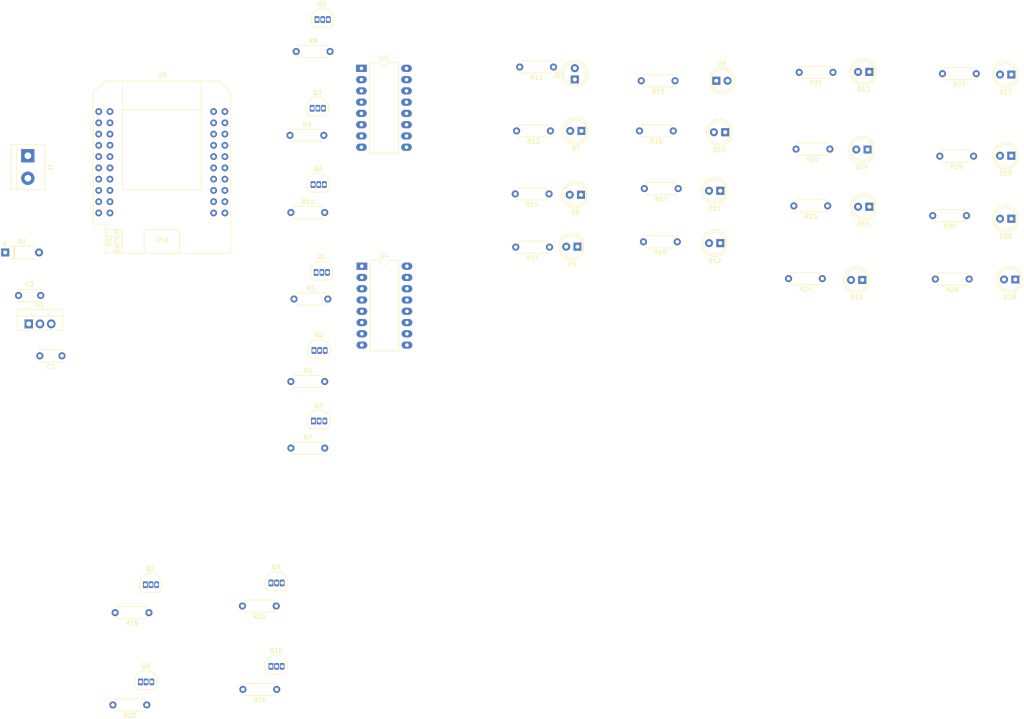
<source format=kicad_pcb>
(kicad_pcb (version 20171130) (host pcbnew "(5.1.0)-1")

  (general
    (thickness 1.6)
    (drawings 0)
    (tracks 0)
    (zones 0)
    (modules 60)
    (nets 94)
  )

  (page A4)
  (layers
    (0 F.Cu signal)
    (31 B.Cu signal)
    (32 B.Adhes user)
    (33 F.Adhes user)
    (34 B.Paste user)
    (35 F.Paste user)
    (36 B.SilkS user)
    (37 F.SilkS user)
    (38 B.Mask user)
    (39 F.Mask user)
    (40 Dwgs.User user)
    (41 Cmts.User user)
    (42 Eco1.User user)
    (43 Eco2.User user)
    (44 Edge.Cuts user)
    (45 Margin user)
    (46 B.CrtYd user)
    (47 F.CrtYd user)
    (48 B.Fab user)
    (49 F.Fab user)
  )

  (setup
    (last_trace_width 0.25)
    (trace_clearance 0.2)
    (zone_clearance 0.508)
    (zone_45_only no)
    (trace_min 0.2)
    (via_size 0.8)
    (via_drill 0.4)
    (via_min_size 0.4)
    (via_min_drill 0.3)
    (uvia_size 0.3)
    (uvia_drill 0.1)
    (uvias_allowed no)
    (uvia_min_size 0.2)
    (uvia_min_drill 0.1)
    (edge_width 0.05)
    (segment_width 0.2)
    (pcb_text_width 0.3)
    (pcb_text_size 1.5 1.5)
    (mod_edge_width 0.12)
    (mod_text_size 1 1)
    (mod_text_width 0.15)
    (pad_size 1.524 1.524)
    (pad_drill 0.762)
    (pad_to_mask_clearance 0.051)
    (solder_mask_min_width 0.25)
    (aux_axis_origin 0 0)
    (visible_elements 7FFFFFFF)
    (pcbplotparams
      (layerselection 0x010fc_ffffffff)
      (usegerberextensions false)
      (usegerberattributes false)
      (usegerberadvancedattributes false)
      (creategerberjobfile false)
      (excludeedgelayer true)
      (linewidth 0.100000)
      (plotframeref false)
      (viasonmask false)
      (mode 1)
      (useauxorigin false)
      (hpglpennumber 1)
      (hpglpenspeed 20)
      (hpglpendiameter 15.000000)
      (psnegative false)
      (psa4output false)
      (plotreference true)
      (plotvalue true)
      (plotinvisibletext false)
      (padsonsilk false)
      (subtractmaskfromsilk false)
      (outputformat 1)
      (mirror false)
      (drillshape 1)
      (scaleselection 1)
      (outputdirectory ""))
  )

  (net 0 "")
  (net 1 +5V)
  (net 2 "Net-(D1-Pad2)")
  (net 3 "Net-(D5-Pad2)")
  (net 4 /GND1)
  (net 5 "Net-(D6-Pad2)")
  (net 6 "Net-(D7-Pad2)")
  (net 7 "Net-(D8-Pad2)")
  (net 8 "Net-(D9-Pad2)")
  (net 9 /GND2)
  (net 10 "Net-(D10-Pad2)")
  (net 11 "Net-(D11-Pad2)")
  (net 12 "Net-(D12-Pad2)")
  (net 13 "Net-(D13-Pad2)")
  (net 14 /GND3)
  (net 15 "Net-(D14-Pad2)")
  (net 16 "Net-(D15-Pad2)")
  (net 17 "Net-(D16-Pad2)")
  (net 18 "Net-(D17-Pad2)")
  (net 19 /GND4)
  (net 20 "Net-(D18-Pad2)")
  (net 21 "Net-(D19-Pad2)")
  (net 22 "Net-(D20-Pad2)")
  (net 23 /SER1)
  (net 24 "Net-(Q1-Pad3)")
  (net 25 /IO18)
  (net 26 /SRCLK1)
  (net 27 "Net-(Q2-Pad3)")
  (net 28 /IO16)
  (net 29 /RCLK1)
  (net 30 "Net-(Q3-Pad3)")
  (net 31 /IO17)
  (net 32 /SER2)
  (net 33 "Net-(Q4-Pad3)")
  (net 34 /IO21)
  (net 35 /SRCLK2)
  (net 36 "Net-(Q5-Pad3)")
  (net 37 /IO22)
  (net 38 /RCLK2)
  (net 39 "Net-(Q6-Pad3)")
  (net 40 /IO23)
  (net 41 "Net-(Q7-Pad2)")
  (net 42 "Net-(Q8-Pad2)")
  (net 43 "Net-(Q9-Pad2)")
  (net 44 "Net-(Q10-Pad2)")
  (net 45 /F4)
  (net 46 /F1)
  (net 47 /F2)
  (net 48 /F3)
  (net 49 /F5)
  (net 50 /F6)
  (net 51 /F7)
  (net 52 /F8)
  (net 53 /IO0)
  (net 54 /IO4)
  (net 55 /F9)
  (net 56 /F10)
  (net 57 /F11)
  (net 58 /F12)
  (net 59 /IO2)
  (net 60 /IO5)
  (net 61 /F13)
  (net 62 /F16)
  (net 63 /F14)
  (net 64 /F15)
  (net 65 /IO27)
  (net 66 /IO25)
  (net 67 /IO32)
  (net 68 "Net-(U3-Pad36)")
  (net 69 "Net-(U3-Pad32)")
  (net 70 "Net-(U3-Pad31)")
  (net 71 "Net-(U3-Pad30)")
  (net 72 "Net-(U3-Pad22)")
  (net 73 "Net-(U3-Pad21)")
  (net 74 "Net-(U3-Pad20)")
  (net 75 "Net-(U3-Pad19)")
  (net 76 /IO26)
  (net 77 /IO19)
  (net 78 "Net-(U3-Pad13)")
  (net 79 "Net-(U3-Pad12)")
  (net 80 "Net-(U3-Pad11)")
  (net 81 "Net-(U3-Pad9)")
  (net 82 "Net-(U3-Pad8)")
  (net 83 /IO35)
  (net 84 /IO33)
  (net 85 /IO34)
  (net 86 "Net-(U3-Pad4)")
  (net 87 "Net-(U3-Pad3)")
  (net 88 "Net-(U3-Pad2)")
  (net 89 "Net-(U3-Pad1)")
  (net 90 "Net-(U4-Pad9)")
  (net 91 "Net-(U5-Pad9)")
  (net 92 GND)
  (net 93 "Net-(C2-Pad1)")

  (net_class Default "Esta es la clase de red por defecto."
    (clearance 0.2)
    (trace_width 0.25)
    (via_dia 0.8)
    (via_drill 0.4)
    (uvia_dia 0.3)
    (uvia_drill 0.1)
    (add_net +5V)
    (add_net /F1)
    (add_net /F10)
    (add_net /F11)
    (add_net /F12)
    (add_net /F13)
    (add_net /F14)
    (add_net /F15)
    (add_net /F16)
    (add_net /F2)
    (add_net /F3)
    (add_net /F4)
    (add_net /F5)
    (add_net /F6)
    (add_net /F7)
    (add_net /F8)
    (add_net /F9)
    (add_net /GND1)
    (add_net /GND2)
    (add_net /GND3)
    (add_net /GND4)
    (add_net /IO0)
    (add_net /IO16)
    (add_net /IO17)
    (add_net /IO18)
    (add_net /IO19)
    (add_net /IO2)
    (add_net /IO21)
    (add_net /IO22)
    (add_net /IO23)
    (add_net /IO25)
    (add_net /IO26)
    (add_net /IO27)
    (add_net /IO32)
    (add_net /IO33)
    (add_net /IO34)
    (add_net /IO35)
    (add_net /IO4)
    (add_net /IO5)
    (add_net /RCLK1)
    (add_net /RCLK2)
    (add_net /SER1)
    (add_net /SER2)
    (add_net /SRCLK1)
    (add_net /SRCLK2)
    (add_net GND)
    (add_net "Net-(C2-Pad1)")
    (add_net "Net-(D1-Pad2)")
    (add_net "Net-(D10-Pad2)")
    (add_net "Net-(D11-Pad2)")
    (add_net "Net-(D12-Pad2)")
    (add_net "Net-(D13-Pad2)")
    (add_net "Net-(D14-Pad2)")
    (add_net "Net-(D15-Pad2)")
    (add_net "Net-(D16-Pad2)")
    (add_net "Net-(D17-Pad2)")
    (add_net "Net-(D18-Pad2)")
    (add_net "Net-(D19-Pad2)")
    (add_net "Net-(D20-Pad2)")
    (add_net "Net-(D5-Pad2)")
    (add_net "Net-(D6-Pad2)")
    (add_net "Net-(D7-Pad2)")
    (add_net "Net-(D8-Pad2)")
    (add_net "Net-(D9-Pad2)")
    (add_net "Net-(Q1-Pad3)")
    (add_net "Net-(Q10-Pad2)")
    (add_net "Net-(Q2-Pad3)")
    (add_net "Net-(Q3-Pad3)")
    (add_net "Net-(Q4-Pad3)")
    (add_net "Net-(Q5-Pad3)")
    (add_net "Net-(Q6-Pad3)")
    (add_net "Net-(Q7-Pad2)")
    (add_net "Net-(Q8-Pad2)")
    (add_net "Net-(Q9-Pad2)")
    (add_net "Net-(U3-Pad1)")
    (add_net "Net-(U3-Pad11)")
    (add_net "Net-(U3-Pad12)")
    (add_net "Net-(U3-Pad13)")
    (add_net "Net-(U3-Pad19)")
    (add_net "Net-(U3-Pad2)")
    (add_net "Net-(U3-Pad20)")
    (add_net "Net-(U3-Pad21)")
    (add_net "Net-(U3-Pad22)")
    (add_net "Net-(U3-Pad3)")
    (add_net "Net-(U3-Pad30)")
    (add_net "Net-(U3-Pad31)")
    (add_net "Net-(U3-Pad32)")
    (add_net "Net-(U3-Pad36)")
    (add_net "Net-(U3-Pad4)")
    (add_net "Net-(U3-Pad8)")
    (add_net "Net-(U3-Pad9)")
    (add_net "Net-(U4-Pad9)")
    (add_net "Net-(U5-Pad9)")
  )

  (module Package_DIP:DIP-16_W10.16mm_LongPads (layer F.Cu) (tedit 5A02E8C5) (tstamp 5E94353E)
    (at 95.9 29.5)
    (descr "16-lead though-hole mounted DIP package, row spacing 10.16 mm (400 mils), LongPads")
    (tags "THT DIP DIL PDIP 2.54mm 10.16mm 400mil LongPads")
    (path /5E96554C)
    (fp_text reference U5 (at 5.08 -2.33) (layer F.SilkS)
      (effects (font (size 1 1) (thickness 0.15)))
    )
    (fp_text value 74HC595 (at 5.08 20.11) (layer F.Fab)
      (effects (font (size 1 1) (thickness 0.15)))
    )
    (fp_text user %R (at 5.08 8.89) (layer F.Fab)
      (effects (font (size 1 1) (thickness 0.15)))
    )
    (fp_line (start 11.65 -1.55) (end -1.5 -1.55) (layer F.CrtYd) (width 0.05))
    (fp_line (start 11.65 19.3) (end 11.65 -1.55) (layer F.CrtYd) (width 0.05))
    (fp_line (start -1.5 19.3) (end 11.65 19.3) (layer F.CrtYd) (width 0.05))
    (fp_line (start -1.5 -1.55) (end -1.5 19.3) (layer F.CrtYd) (width 0.05))
    (fp_line (start 8.315 -1.33) (end 6.08 -1.33) (layer F.SilkS) (width 0.12))
    (fp_line (start 8.315 19.11) (end 8.315 -1.33) (layer F.SilkS) (width 0.12))
    (fp_line (start 1.845 19.11) (end 8.315 19.11) (layer F.SilkS) (width 0.12))
    (fp_line (start 1.845 -1.33) (end 1.845 19.11) (layer F.SilkS) (width 0.12))
    (fp_line (start 4.08 -1.33) (end 1.845 -1.33) (layer F.SilkS) (width 0.12))
    (fp_line (start 1.905 -0.27) (end 2.905 -1.27) (layer F.Fab) (width 0.1))
    (fp_line (start 1.905 19.05) (end 1.905 -0.27) (layer F.Fab) (width 0.1))
    (fp_line (start 8.255 19.05) (end 1.905 19.05) (layer F.Fab) (width 0.1))
    (fp_line (start 8.255 -1.27) (end 8.255 19.05) (layer F.Fab) (width 0.1))
    (fp_line (start 2.905 -1.27) (end 8.255 -1.27) (layer F.Fab) (width 0.1))
    (fp_arc (start 5.08 -1.33) (end 4.08 -1.33) (angle -180) (layer F.SilkS) (width 0.12))
    (pad 16 thru_hole oval (at 10.16 0) (size 2.4 1.6) (drill 0.8) (layers *.Cu *.Mask)
      (net 1 +5V))
    (pad 8 thru_hole oval (at 0 17.78) (size 2.4 1.6) (drill 0.8) (layers *.Cu *.Mask)
      (net 92 GND))
    (pad 15 thru_hole oval (at 10.16 2.54) (size 2.4 1.6) (drill 0.8) (layers *.Cu *.Mask)
      (net 55 /F9))
    (pad 7 thru_hole oval (at 0 15.24) (size 2.4 1.6) (drill 0.8) (layers *.Cu *.Mask)
      (net 62 /F16))
    (pad 14 thru_hole oval (at 10.16 5.08) (size 2.4 1.6) (drill 0.8) (layers *.Cu *.Mask)
      (net 32 /SER2))
    (pad 6 thru_hole oval (at 0 12.7) (size 2.4 1.6) (drill 0.8) (layers *.Cu *.Mask)
      (net 64 /F15))
    (pad 13 thru_hole oval (at 10.16 7.62) (size 2.4 1.6) (drill 0.8) (layers *.Cu *.Mask)
      (net 92 GND))
    (pad 5 thru_hole oval (at 0 10.16) (size 2.4 1.6) (drill 0.8) (layers *.Cu *.Mask)
      (net 63 /F14))
    (pad 12 thru_hole oval (at 10.16 10.16) (size 2.4 1.6) (drill 0.8) (layers *.Cu *.Mask)
      (net 38 /RCLK2))
    (pad 4 thru_hole oval (at 0 7.62) (size 2.4 1.6) (drill 0.8) (layers *.Cu *.Mask)
      (net 61 /F13))
    (pad 11 thru_hole oval (at 10.16 12.7) (size 2.4 1.6) (drill 0.8) (layers *.Cu *.Mask)
      (net 35 /SRCLK2))
    (pad 3 thru_hole oval (at 0 5.08) (size 2.4 1.6) (drill 0.8) (layers *.Cu *.Mask)
      (net 58 /F12))
    (pad 10 thru_hole oval (at 10.16 15.24) (size 2.4 1.6) (drill 0.8) (layers *.Cu *.Mask)
      (net 1 +5V))
    (pad 2 thru_hole oval (at 0 2.54) (size 2.4 1.6) (drill 0.8) (layers *.Cu *.Mask)
      (net 57 /F11))
    (pad 9 thru_hole oval (at 10.16 17.78) (size 2.4 1.6) (drill 0.8) (layers *.Cu *.Mask)
      (net 91 "Net-(U5-Pad9)"))
    (pad 1 thru_hole rect (at 0 0) (size 2.4 1.6) (drill 0.8) (layers *.Cu *.Mask)
      (net 56 /F10))
    (model ${KISYS3DMOD}/Package_DIP.3dshapes/DIP-16_W10.16mm.wrl
      (at (xyz 0 0 0))
      (scale (xyz 1 1 1))
      (rotate (xyz 0 0 0))
    )
  )

  (module Package_DIP:DIP-16_W10.16mm_LongPads (layer F.Cu) (tedit 5A02E8C5) (tstamp 5E94351A)
    (at 96 74.1)
    (descr "16-lead though-hole mounted DIP package, row spacing 10.16 mm (400 mils), LongPads")
    (tags "THT DIP DIL PDIP 2.54mm 10.16mm 400mil LongPads")
    (path /5EAB5E86)
    (fp_text reference U4 (at 5.08 -2.33) (layer F.SilkS)
      (effects (font (size 1 1) (thickness 0.15)))
    )
    (fp_text value 74HC595 (at 5.08 20.11) (layer F.Fab)
      (effects (font (size 1 1) (thickness 0.15)))
    )
    (fp_text user %R (at 5.08 8.89) (layer F.Fab)
      (effects (font (size 1 1) (thickness 0.15)))
    )
    (fp_line (start 11.65 -1.55) (end -1.5 -1.55) (layer F.CrtYd) (width 0.05))
    (fp_line (start 11.65 19.3) (end 11.65 -1.55) (layer F.CrtYd) (width 0.05))
    (fp_line (start -1.5 19.3) (end 11.65 19.3) (layer F.CrtYd) (width 0.05))
    (fp_line (start -1.5 -1.55) (end -1.5 19.3) (layer F.CrtYd) (width 0.05))
    (fp_line (start 8.315 -1.33) (end 6.08 -1.33) (layer F.SilkS) (width 0.12))
    (fp_line (start 8.315 19.11) (end 8.315 -1.33) (layer F.SilkS) (width 0.12))
    (fp_line (start 1.845 19.11) (end 8.315 19.11) (layer F.SilkS) (width 0.12))
    (fp_line (start 1.845 -1.33) (end 1.845 19.11) (layer F.SilkS) (width 0.12))
    (fp_line (start 4.08 -1.33) (end 1.845 -1.33) (layer F.SilkS) (width 0.12))
    (fp_line (start 1.905 -0.27) (end 2.905 -1.27) (layer F.Fab) (width 0.1))
    (fp_line (start 1.905 19.05) (end 1.905 -0.27) (layer F.Fab) (width 0.1))
    (fp_line (start 8.255 19.05) (end 1.905 19.05) (layer F.Fab) (width 0.1))
    (fp_line (start 8.255 -1.27) (end 8.255 19.05) (layer F.Fab) (width 0.1))
    (fp_line (start 2.905 -1.27) (end 8.255 -1.27) (layer F.Fab) (width 0.1))
    (fp_arc (start 5.08 -1.33) (end 4.08 -1.33) (angle -180) (layer F.SilkS) (width 0.12))
    (pad 16 thru_hole oval (at 10.16 0) (size 2.4 1.6) (drill 0.8) (layers *.Cu *.Mask)
      (net 1 +5V))
    (pad 8 thru_hole oval (at 0 17.78) (size 2.4 1.6) (drill 0.8) (layers *.Cu *.Mask)
      (net 92 GND))
    (pad 15 thru_hole oval (at 10.16 2.54) (size 2.4 1.6) (drill 0.8) (layers *.Cu *.Mask)
      (net 46 /F1))
    (pad 7 thru_hole oval (at 0 15.24) (size 2.4 1.6) (drill 0.8) (layers *.Cu *.Mask)
      (net 52 /F8))
    (pad 14 thru_hole oval (at 10.16 5.08) (size 2.4 1.6) (drill 0.8) (layers *.Cu *.Mask)
      (net 23 /SER1))
    (pad 6 thru_hole oval (at 0 12.7) (size 2.4 1.6) (drill 0.8) (layers *.Cu *.Mask)
      (net 51 /F7))
    (pad 13 thru_hole oval (at 10.16 7.62) (size 2.4 1.6) (drill 0.8) (layers *.Cu *.Mask)
      (net 92 GND))
    (pad 5 thru_hole oval (at 0 10.16) (size 2.4 1.6) (drill 0.8) (layers *.Cu *.Mask)
      (net 50 /F6))
    (pad 12 thru_hole oval (at 10.16 10.16) (size 2.4 1.6) (drill 0.8) (layers *.Cu *.Mask)
      (net 29 /RCLK1))
    (pad 4 thru_hole oval (at 0 7.62) (size 2.4 1.6) (drill 0.8) (layers *.Cu *.Mask)
      (net 49 /F5))
    (pad 11 thru_hole oval (at 10.16 12.7) (size 2.4 1.6) (drill 0.8) (layers *.Cu *.Mask)
      (net 26 /SRCLK1))
    (pad 3 thru_hole oval (at 0 5.08) (size 2.4 1.6) (drill 0.8) (layers *.Cu *.Mask)
      (net 45 /F4))
    (pad 10 thru_hole oval (at 10.16 15.24) (size 2.4 1.6) (drill 0.8) (layers *.Cu *.Mask)
      (net 1 +5V))
    (pad 2 thru_hole oval (at 0 2.54) (size 2.4 1.6) (drill 0.8) (layers *.Cu *.Mask)
      (net 48 /F3))
    (pad 9 thru_hole oval (at 10.16 17.78) (size 2.4 1.6) (drill 0.8) (layers *.Cu *.Mask)
      (net 90 "Net-(U4-Pad9)"))
    (pad 1 thru_hole rect (at 0 0) (size 2.4 1.6) (drill 0.8) (layers *.Cu *.Mask)
      (net 47 /F2))
    (model ${KISYS3DMOD}/Package_DIP.3dshapes/DIP-16_W10.16mm.wrl
      (at (xyz 0 0 0))
      (scale (xyz 1 1 1))
      (rotate (xyz 0 0 0))
    )
  )

  (module ESP32_Wemos:Wemos_ESP32 (layer F.Cu) (tedit 5E939AF8) (tstamp 5E9434F6)
    (at 50.9 51.8)
    (path /5EA4B773)
    (fp_text reference U3 (at 0.13 -20.81) (layer F.SilkS)
      (effects (font (size 1 1) (thickness 0.15)))
    )
    (fp_text value WemosESP32 (at -0.09 20.72) (layer F.Fab)
      (effects (font (size 1 1) (thickness 0.15)))
    )
    (fp_text user SWITCH (at -10.14 16.69 90) (layer F.SilkS)
      (effects (font (size 1 1) (thickness 0.15)))
    )
    (fp_text user RST (at -11.8 16.51 90) (layer F.SilkS)
      (effects (font (size 1 1) (thickness 0.15)))
    )
    (fp_text user USB (at 0.01 16.43) (layer F.SilkS)
      (effects (font (size 1 1) (thickness 0.15)))
    )
    (fp_line (start -8.96 13.97) (end -8.96 19.45) (layer F.SilkS) (width 0.12))
    (fp_line (start -12.7 13.97) (end -8.96 13.97) (layer F.SilkS) (width 0.12))
    (fp_line (start 3.96 14.03) (end 3.96 19.42) (layer F.SilkS) (width 0.12))
    (fp_line (start -3.98 14.04) (end 3.96 14.03) (layer F.SilkS) (width 0.12))
    (fp_line (start -3.98 19.44) (end -3.98 14.04) (layer F.SilkS) (width 0.12))
    (fp_line (start -8.89 -12.95) (end 8.89 -12.95) (layer F.SilkS) (width 0.12))
    (fp_line (start -8.89 5.02) (end -8.89 -19.41) (layer F.SilkS) (width 0.12))
    (fp_line (start 8.89 5.03) (end -8.89 5.02) (layer F.SilkS) (width 0.12))
    (fp_line (start 8.89 -19.41) (end 8.89 5.03) (layer F.SilkS) (width 0.12))
    (fp_line (start -12.69 12.823) (end -12.69 19.431) (layer F.SilkS) (width 0.12))
    (fp_line (start -15.494 12.823) (end -12.69 12.823) (layer F.SilkS) (width 0.12))
    (fp_line (start -15.49 -16.88) (end -12.79 -19.42) (layer F.SilkS) (width 0.12))
    (fp_line (start 12.96 -19.42) (end 15.5 -16.72) (layer F.SilkS) (width 0.12))
    (fp_line (start -15.494 -16.87) (end -15.494 12.823) (layer F.SilkS) (width 0.12))
    (fp_line (start 12.96 -19.42) (end -12.79 -19.42) (layer F.SilkS) (width 0.12))
    (fp_line (start 15.494 19.431) (end 15.494 -16.72) (layer F.SilkS) (width 0.12))
    (fp_line (start -12.69 19.431) (end 15.464 19.431) (layer F.SilkS) (width 0.12))
    (pad 40 thru_hole circle (at 14.224 -12.562) (size 1.524 1.524) (drill 0.762) (layers *.Cu *.Mask)
      (net 92 GND))
    (pad 39 thru_hole circle (at 14.224 -10.022) (size 1.524 1.524) (drill 0.762) (layers *.Cu *.Mask)
      (net 65 /IO27))
    (pad 38 thru_hole circle (at 14.224 -7.482) (size 1.524 1.524) (drill 0.762) (layers *.Cu *.Mask)
      (net 66 /IO25))
    (pad 37 thru_hole circle (at 14.224 -4.942) (size 1.524 1.524) (drill 0.762) (layers *.Cu *.Mask)
      (net 67 /IO32))
    (pad 36 thru_hole circle (at 14.221 -2.402) (size 1.524 1.524) (drill 0.762) (layers *.Cu *.Mask)
      (net 68 "Net-(U3-Pad36)"))
    (pad 35 thru_hole circle (at 14.224 0.138) (size 1.524 1.524) (drill 0.762) (layers *.Cu *.Mask)
      (net 54 /IO4))
    (pad 34 thru_hole circle (at 14.224 2.678) (size 1.524 1.524) (drill 0.762) (layers *.Cu *.Mask)
      (net 53 /IO0))
    (pad 33 thru_hole circle (at 14.224 5.218) (size 1.524 1.524) (drill 0.762) (layers *.Cu *.Mask)
      (net 59 /IO2))
    (pad 32 thru_hole circle (at 14.224 7.758) (size 1.524 1.524) (drill 0.762) (layers *.Cu *.Mask)
      (net 69 "Net-(U3-Pad32)"))
    (pad 31 thru_hole circle (at 14.224 10.298) (size 1.524 1.524) (drill 0.762) (layers *.Cu *.Mask)
      (net 70 "Net-(U3-Pad31)"))
    (pad 30 thru_hole circle (at 11.684 -12.562) (size 1.524 1.524) (drill 0.762) (layers *.Cu *.Mask)
      (net 71 "Net-(U3-Pad30)"))
    (pad 29 thru_hole circle (at 11.684 -10.022) (size 1.524 1.524) (drill 0.762) (layers *.Cu *.Mask)
      (net 37 /IO22))
    (pad 28 thru_hole circle (at 11.684 -7.482) (size 1.524 1.524) (drill 0.762) (layers *.Cu *.Mask)
      (net 34 /IO21))
    (pad 27 thru_hole circle (at 11.684 -4.942) (size 1.524 1.524) (drill 0.762) (layers *.Cu *.Mask)
      (net 31 /IO17))
    (pad 26 thru_hole circle (at 11.684 -2.402) (size 1.524 1.524) (drill 0.762) (layers *.Cu *.Mask)
      (net 28 /IO16))
    (pad 25 thru_hole circle (at 11.684 0.138) (size 1.524 1.524) (drill 0.762) (layers *.Cu *.Mask)
      (net 92 GND))
    (pad 24 thru_hole circle (at 11.684 2.678) (size 1.524 1.524) (drill 0.762) (layers *.Cu *.Mask)
      (net 92 GND))
    (pad 23 thru_hole circle (at 11.684 5.218) (size 1.524 1.524) (drill 0.762) (layers *.Cu *.Mask)
      (net 1 +5V))
    (pad 22 thru_hole circle (at 11.684 7.758) (size 1.524 1.524) (drill 0.762) (layers *.Cu *.Mask)
      (net 72 "Net-(U3-Pad22)"))
    (pad 21 thru_hole circle (at 11.684 10.298) (size 1.524 1.524) (drill 0.762) (layers *.Cu *.Mask)
      (net 73 "Net-(U3-Pad21)"))
    (pad 20 thru_hole circle (at -11.684 -12.562) (size 1.524 1.524) (drill 0.762) (layers *.Cu *.Mask)
      (net 74 "Net-(U3-Pad20)"))
    (pad 19 thru_hole circle (at -11.684 -10.022) (size 1.524 1.524) (drill 0.762) (layers *.Cu *.Mask)
      (net 75 "Net-(U3-Pad19)"))
    (pad 18 thru_hole circle (at -11.684 -7.482) (size 1.524 1.524) (drill 0.762) (layers *.Cu *.Mask)
      (net 76 /IO26))
    (pad 17 thru_hole circle (at -11.684 -4.972) (size 1.524 1.524) (drill 0.762) (layers *.Cu *.Mask)
      (net 25 /IO18))
    (pad 16 thru_hole circle (at -11.684 -2.402) (size 1.524 1.524) (drill 0.762) (layers *.Cu *.Mask)
      (net 77 /IO19))
    (pad 15 thru_hole circle (at -11.684 0.138) (size 1.524 1.524) (drill 0.762) (layers *.Cu *.Mask)
      (net 40 /IO23))
    (pad 14 thru_hole circle (at -11.684 2.678) (size 1.524 1.524) (drill 0.762) (layers *.Cu *.Mask)
      (net 60 /IO5))
    (pad 13 thru_hole circle (at -11.684 5.218) (size 1.524 1.524) (drill 0.762) (layers *.Cu *.Mask)
      (net 78 "Net-(U3-Pad13)"))
    (pad 12 thru_hole circle (at -11.684 7.758) (size 1.524 1.524) (drill 0.762) (layers *.Cu *.Mask)
      (net 79 "Net-(U3-Pad12)"))
    (pad 11 thru_hole circle (at -11.684 10.298) (size 1.524 1.524) (drill 0.762) (layers *.Cu *.Mask)
      (net 80 "Net-(U3-Pad11)"))
    (pad 10 thru_hole circle (at -14.224 -12.562) (size 1.524 1.524) (drill 0.762) (layers *.Cu *.Mask)
      (net 92 GND))
    (pad 9 thru_hole circle (at -14.224 -10.022) (size 1.524 1.524) (drill 0.762) (layers *.Cu *.Mask)
      (net 81 "Net-(U3-Pad9)"))
    (pad 8 thru_hole circle (at -14.224 -7.482) (size 1.524 1.524) (drill 0.762) (layers *.Cu *.Mask)
      (net 82 "Net-(U3-Pad8)"))
    (pad 7 thru_hole circle (at -14.224 -4.942) (size 1.524 1.524) (drill 0.762) (layers *.Cu *.Mask)
      (net 83 /IO35))
    (pad 6 thru_hole circle (at -14.224 -2.402) (size 1.524 1.524) (drill 0.762) (layers *.Cu *.Mask)
      (net 84 /IO33))
    (pad 5 thru_hole circle (at -14.224 0.138) (size 1.524 1.524) (drill 0.762) (layers *.Cu *.Mask)
      (net 85 /IO34))
    (pad 4 thru_hole circle (at -14.224 2.678) (size 1.524 1.524) (drill 0.762) (layers *.Cu *.Mask)
      (net 86 "Net-(U3-Pad4)"))
    (pad 3 thru_hole circle (at -14.224 5.218) (size 1.524 1.524) (drill 0.762) (layers *.Cu *.Mask)
      (net 87 "Net-(U3-Pad3)"))
    (pad 2 thru_hole circle (at -14.224 7.758) (size 1.524 1.524) (drill 0.762) (layers *.Cu *.Mask)
      (net 88 "Net-(U3-Pad2)"))
    (pad 1 thru_hole circle (at -14.224 10.298) (size 1.524 1.524) (drill 0.762) (layers *.Cu *.Mask)
      (net 89 "Net-(U3-Pad1)"))
  )

  (module Package_TO_SOT_THT:TO-220-3_Vertical (layer F.Cu) (tedit 5AC8BA0D) (tstamp 5E9434B6)
    (at 20.9 87.1)
    (descr "TO-220-3, Vertical, RM 2.54mm, see https://www.vishay.com/docs/66542/to-220-1.pdf")
    (tags "TO-220-3 Vertical RM 2.54mm")
    (path /5E95FAEB)
    (fp_text reference U1 (at 2.54 -4.27) (layer F.SilkS)
      (effects (font (size 1 1) (thickness 0.15)))
    )
    (fp_text value L7805 (at 2.54 2.5) (layer F.Fab)
      (effects (font (size 1 1) (thickness 0.15)))
    )
    (fp_text user %R (at 2.54 -4.27) (layer F.Fab)
      (effects (font (size 1 1) (thickness 0.15)))
    )
    (fp_line (start 7.79 -3.4) (end -2.71 -3.4) (layer F.CrtYd) (width 0.05))
    (fp_line (start 7.79 1.51) (end 7.79 -3.4) (layer F.CrtYd) (width 0.05))
    (fp_line (start -2.71 1.51) (end 7.79 1.51) (layer F.CrtYd) (width 0.05))
    (fp_line (start -2.71 -3.4) (end -2.71 1.51) (layer F.CrtYd) (width 0.05))
    (fp_line (start 4.391 -3.27) (end 4.391 -1.76) (layer F.SilkS) (width 0.12))
    (fp_line (start 0.69 -3.27) (end 0.69 -1.76) (layer F.SilkS) (width 0.12))
    (fp_line (start -2.58 -1.76) (end 7.66 -1.76) (layer F.SilkS) (width 0.12))
    (fp_line (start 7.66 -3.27) (end 7.66 1.371) (layer F.SilkS) (width 0.12))
    (fp_line (start -2.58 -3.27) (end -2.58 1.371) (layer F.SilkS) (width 0.12))
    (fp_line (start -2.58 1.371) (end 7.66 1.371) (layer F.SilkS) (width 0.12))
    (fp_line (start -2.58 -3.27) (end 7.66 -3.27) (layer F.SilkS) (width 0.12))
    (fp_line (start 4.39 -3.15) (end 4.39 -1.88) (layer F.Fab) (width 0.1))
    (fp_line (start 0.69 -3.15) (end 0.69 -1.88) (layer F.Fab) (width 0.1))
    (fp_line (start -2.46 -1.88) (end 7.54 -1.88) (layer F.Fab) (width 0.1))
    (fp_line (start 7.54 -3.15) (end -2.46 -3.15) (layer F.Fab) (width 0.1))
    (fp_line (start 7.54 1.25) (end 7.54 -3.15) (layer F.Fab) (width 0.1))
    (fp_line (start -2.46 1.25) (end 7.54 1.25) (layer F.Fab) (width 0.1))
    (fp_line (start -2.46 -3.15) (end -2.46 1.25) (layer F.Fab) (width 0.1))
    (pad 3 thru_hole oval (at 5.08 0) (size 1.905 2) (drill 1.1) (layers *.Cu *.Mask)
      (net 1 +5V))
    (pad 2 thru_hole oval (at 2.54 0) (size 1.905 2) (drill 1.1) (layers *.Cu *.Mask)
      (net 92 GND))
    (pad 1 thru_hole rect (at 0 0) (size 1.905 2) (drill 1.1) (layers *.Cu *.Mask)
      (net 93 "Net-(C2-Pad1)"))
    (model ${KISYS3DMOD}/Package_TO_SOT_THT.3dshapes/TO-220-3_Vertical.wrl
      (at (xyz 0 0 0))
      (scale (xyz 1 1 1))
      (rotate (xyz 0 0 0))
    )
  )

  (module Resistor_THT:R_Axial_DIN0207_L6.3mm_D2.5mm_P7.62mm_Horizontal (layer F.Cu) (tedit 5AE5139B) (tstamp 5E94349C)
    (at 232.3 62.7 180)
    (descr "Resistor, Axial_DIN0207 series, Axial, Horizontal, pin pitch=7.62mm, 0.25W = 1/4W, length*diameter=6.3*2.5mm^2, http://cdn-reichelt.de/documents/datenblatt/B400/1_4W%23YAG.pdf")
    (tags "Resistor Axial_DIN0207 series Axial Horizontal pin pitch 7.62mm 0.25W = 1/4W length 6.3mm diameter 2.5mm")
    (path /5E9BDF96)
    (fp_text reference R30 (at 3.81 -2.37 180) (layer F.SilkS)
      (effects (font (size 1 1) (thickness 0.15)))
    )
    (fp_text value 220 (at 3.81 2.37 180) (layer F.Fab)
      (effects (font (size 1 1) (thickness 0.15)))
    )
    (fp_text user %R (at 3.81 0 180) (layer F.Fab)
      (effects (font (size 1 1) (thickness 0.15)))
    )
    (fp_line (start 8.67 -1.5) (end -1.05 -1.5) (layer F.CrtYd) (width 0.05))
    (fp_line (start 8.67 1.5) (end 8.67 -1.5) (layer F.CrtYd) (width 0.05))
    (fp_line (start -1.05 1.5) (end 8.67 1.5) (layer F.CrtYd) (width 0.05))
    (fp_line (start -1.05 -1.5) (end -1.05 1.5) (layer F.CrtYd) (width 0.05))
    (fp_line (start 7.08 1.37) (end 7.08 1.04) (layer F.SilkS) (width 0.12))
    (fp_line (start 0.54 1.37) (end 7.08 1.37) (layer F.SilkS) (width 0.12))
    (fp_line (start 0.54 1.04) (end 0.54 1.37) (layer F.SilkS) (width 0.12))
    (fp_line (start 7.08 -1.37) (end 7.08 -1.04) (layer F.SilkS) (width 0.12))
    (fp_line (start 0.54 -1.37) (end 7.08 -1.37) (layer F.SilkS) (width 0.12))
    (fp_line (start 0.54 -1.04) (end 0.54 -1.37) (layer F.SilkS) (width 0.12))
    (fp_line (start 7.62 0) (end 6.96 0) (layer F.Fab) (width 0.1))
    (fp_line (start 0 0) (end 0.66 0) (layer F.Fab) (width 0.1))
    (fp_line (start 6.96 -1.25) (end 0.66 -1.25) (layer F.Fab) (width 0.1))
    (fp_line (start 6.96 1.25) (end 6.96 -1.25) (layer F.Fab) (width 0.1))
    (fp_line (start 0.66 1.25) (end 6.96 1.25) (layer F.Fab) (width 0.1))
    (fp_line (start 0.66 -1.25) (end 0.66 1.25) (layer F.Fab) (width 0.1))
    (pad 2 thru_hole oval (at 7.62 0 180) (size 1.6 1.6) (drill 0.8) (layers *.Cu *.Mask)
      (net 64 /F15))
    (pad 1 thru_hole circle (at 0 0 180) (size 1.6 1.6) (drill 0.8) (layers *.Cu *.Mask)
      (net 22 "Net-(D20-Pad2)"))
    (model ${KISYS3DMOD}/Resistor_THT.3dshapes/R_Axial_DIN0207_L6.3mm_D2.5mm_P7.62mm_Horizontal.wrl
      (at (xyz 0 0 0))
      (scale (xyz 1 1 1))
      (rotate (xyz 0 0 0))
    )
  )

  (module Resistor_THT:R_Axial_DIN0207_L6.3mm_D2.5mm_P7.62mm_Horizontal (layer F.Cu) (tedit 5AE5139B) (tstamp 5E943485)
    (at 233.9 49.3 180)
    (descr "Resistor, Axial_DIN0207 series, Axial, Horizontal, pin pitch=7.62mm, 0.25W = 1/4W, length*diameter=6.3*2.5mm^2, http://cdn-reichelt.de/documents/datenblatt/B400/1_4W%23YAG.pdf")
    (tags "Resistor Axial_DIN0207 series Axial Horizontal pin pitch 7.62mm 0.25W = 1/4W length 6.3mm diameter 2.5mm")
    (path /5E9BDC99)
    (fp_text reference R29 (at 3.81 -2.37 180) (layer F.SilkS)
      (effects (font (size 1 1) (thickness 0.15)))
    )
    (fp_text value 220 (at 3.81 2.37 180) (layer F.Fab)
      (effects (font (size 1 1) (thickness 0.15)))
    )
    (fp_text user %R (at 3.81 0 180) (layer F.Fab)
      (effects (font (size 1 1) (thickness 0.15)))
    )
    (fp_line (start 8.67 -1.5) (end -1.05 -1.5) (layer F.CrtYd) (width 0.05))
    (fp_line (start 8.67 1.5) (end 8.67 -1.5) (layer F.CrtYd) (width 0.05))
    (fp_line (start -1.05 1.5) (end 8.67 1.5) (layer F.CrtYd) (width 0.05))
    (fp_line (start -1.05 -1.5) (end -1.05 1.5) (layer F.CrtYd) (width 0.05))
    (fp_line (start 7.08 1.37) (end 7.08 1.04) (layer F.SilkS) (width 0.12))
    (fp_line (start 0.54 1.37) (end 7.08 1.37) (layer F.SilkS) (width 0.12))
    (fp_line (start 0.54 1.04) (end 0.54 1.37) (layer F.SilkS) (width 0.12))
    (fp_line (start 7.08 -1.37) (end 7.08 -1.04) (layer F.SilkS) (width 0.12))
    (fp_line (start 0.54 -1.37) (end 7.08 -1.37) (layer F.SilkS) (width 0.12))
    (fp_line (start 0.54 -1.04) (end 0.54 -1.37) (layer F.SilkS) (width 0.12))
    (fp_line (start 7.62 0) (end 6.96 0) (layer F.Fab) (width 0.1))
    (fp_line (start 0 0) (end 0.66 0) (layer F.Fab) (width 0.1))
    (fp_line (start 6.96 -1.25) (end 0.66 -1.25) (layer F.Fab) (width 0.1))
    (fp_line (start 6.96 1.25) (end 6.96 -1.25) (layer F.Fab) (width 0.1))
    (fp_line (start 0.66 1.25) (end 6.96 1.25) (layer F.Fab) (width 0.1))
    (fp_line (start 0.66 -1.25) (end 0.66 1.25) (layer F.Fab) (width 0.1))
    (pad 2 thru_hole oval (at 7.62 0 180) (size 1.6 1.6) (drill 0.8) (layers *.Cu *.Mask)
      (net 63 /F14))
    (pad 1 thru_hole circle (at 0 0 180) (size 1.6 1.6) (drill 0.8) (layers *.Cu *.Mask)
      (net 21 "Net-(D19-Pad2)"))
    (model ${KISYS3DMOD}/Resistor_THT.3dshapes/R_Axial_DIN0207_L6.3mm_D2.5mm_P7.62mm_Horizontal.wrl
      (at (xyz 0 0 0))
      (scale (xyz 1 1 1))
      (rotate (xyz 0 0 0))
    )
  )

  (module Resistor_THT:R_Axial_DIN0207_L6.3mm_D2.5mm_P7.62mm_Horizontal (layer F.Cu) (tedit 5AE5139B) (tstamp 5E94346E)
    (at 232.9 77 180)
    (descr "Resistor, Axial_DIN0207 series, Axial, Horizontal, pin pitch=7.62mm, 0.25W = 1/4W, length*diameter=6.3*2.5mm^2, http://cdn-reichelt.de/documents/datenblatt/B400/1_4W%23YAG.pdf")
    (tags "Resistor Axial_DIN0207 series Axial Horizontal pin pitch 7.62mm 0.25W = 1/4W length 6.3mm diameter 2.5mm")
    (path /5E9BE1DE)
    (fp_text reference R28 (at 3.81 -2.37 180) (layer F.SilkS)
      (effects (font (size 1 1) (thickness 0.15)))
    )
    (fp_text value 220 (at 3.81 2.37 180) (layer F.Fab)
      (effects (font (size 1 1) (thickness 0.15)))
    )
    (fp_text user %R (at 3.81 0 180) (layer F.Fab)
      (effects (font (size 1 1) (thickness 0.15)))
    )
    (fp_line (start 8.67 -1.5) (end -1.05 -1.5) (layer F.CrtYd) (width 0.05))
    (fp_line (start 8.67 1.5) (end 8.67 -1.5) (layer F.CrtYd) (width 0.05))
    (fp_line (start -1.05 1.5) (end 8.67 1.5) (layer F.CrtYd) (width 0.05))
    (fp_line (start -1.05 -1.5) (end -1.05 1.5) (layer F.CrtYd) (width 0.05))
    (fp_line (start 7.08 1.37) (end 7.08 1.04) (layer F.SilkS) (width 0.12))
    (fp_line (start 0.54 1.37) (end 7.08 1.37) (layer F.SilkS) (width 0.12))
    (fp_line (start 0.54 1.04) (end 0.54 1.37) (layer F.SilkS) (width 0.12))
    (fp_line (start 7.08 -1.37) (end 7.08 -1.04) (layer F.SilkS) (width 0.12))
    (fp_line (start 0.54 -1.37) (end 7.08 -1.37) (layer F.SilkS) (width 0.12))
    (fp_line (start 0.54 -1.04) (end 0.54 -1.37) (layer F.SilkS) (width 0.12))
    (fp_line (start 7.62 0) (end 6.96 0) (layer F.Fab) (width 0.1))
    (fp_line (start 0 0) (end 0.66 0) (layer F.Fab) (width 0.1))
    (fp_line (start 6.96 -1.25) (end 0.66 -1.25) (layer F.Fab) (width 0.1))
    (fp_line (start 6.96 1.25) (end 6.96 -1.25) (layer F.Fab) (width 0.1))
    (fp_line (start 0.66 1.25) (end 6.96 1.25) (layer F.Fab) (width 0.1))
    (fp_line (start 0.66 -1.25) (end 0.66 1.25) (layer F.Fab) (width 0.1))
    (pad 2 thru_hole oval (at 7.62 0 180) (size 1.6 1.6) (drill 0.8) (layers *.Cu *.Mask)
      (net 62 /F16))
    (pad 1 thru_hole circle (at 0 0 180) (size 1.6 1.6) (drill 0.8) (layers *.Cu *.Mask)
      (net 20 "Net-(D18-Pad2)"))
    (model ${KISYS3DMOD}/Resistor_THT.3dshapes/R_Axial_DIN0207_L6.3mm_D2.5mm_P7.62mm_Horizontal.wrl
      (at (xyz 0 0 0))
      (scale (xyz 1 1 1))
      (rotate (xyz 0 0 0))
    )
  )

  (module Resistor_THT:R_Axial_DIN0207_L6.3mm_D2.5mm_P7.62mm_Horizontal (layer F.Cu) (tedit 5AE5139B) (tstamp 5E943457)
    (at 234.5 30.7 180)
    (descr "Resistor, Axial_DIN0207 series, Axial, Horizontal, pin pitch=7.62mm, 0.25W = 1/4W, length*diameter=6.3*2.5mm^2, http://cdn-reichelt.de/documents/datenblatt/B400/1_4W%23YAG.pdf")
    (tags "Resistor Axial_DIN0207 series Axial Horizontal pin pitch 7.62mm 0.25W = 1/4W length 6.3mm diameter 2.5mm")
    (path /5E9BCA90)
    (fp_text reference R27 (at 3.81 -2.37 180) (layer F.SilkS)
      (effects (font (size 1 1) (thickness 0.15)))
    )
    (fp_text value 220 (at 3.81 2.37 180) (layer F.Fab)
      (effects (font (size 1 1) (thickness 0.15)))
    )
    (fp_text user %R (at 3.81 0 180) (layer F.Fab)
      (effects (font (size 1 1) (thickness 0.15)))
    )
    (fp_line (start 8.67 -1.5) (end -1.05 -1.5) (layer F.CrtYd) (width 0.05))
    (fp_line (start 8.67 1.5) (end 8.67 -1.5) (layer F.CrtYd) (width 0.05))
    (fp_line (start -1.05 1.5) (end 8.67 1.5) (layer F.CrtYd) (width 0.05))
    (fp_line (start -1.05 -1.5) (end -1.05 1.5) (layer F.CrtYd) (width 0.05))
    (fp_line (start 7.08 1.37) (end 7.08 1.04) (layer F.SilkS) (width 0.12))
    (fp_line (start 0.54 1.37) (end 7.08 1.37) (layer F.SilkS) (width 0.12))
    (fp_line (start 0.54 1.04) (end 0.54 1.37) (layer F.SilkS) (width 0.12))
    (fp_line (start 7.08 -1.37) (end 7.08 -1.04) (layer F.SilkS) (width 0.12))
    (fp_line (start 0.54 -1.37) (end 7.08 -1.37) (layer F.SilkS) (width 0.12))
    (fp_line (start 0.54 -1.04) (end 0.54 -1.37) (layer F.SilkS) (width 0.12))
    (fp_line (start 7.62 0) (end 6.96 0) (layer F.Fab) (width 0.1))
    (fp_line (start 0 0) (end 0.66 0) (layer F.Fab) (width 0.1))
    (fp_line (start 6.96 -1.25) (end 0.66 -1.25) (layer F.Fab) (width 0.1))
    (fp_line (start 6.96 1.25) (end 6.96 -1.25) (layer F.Fab) (width 0.1))
    (fp_line (start 0.66 1.25) (end 6.96 1.25) (layer F.Fab) (width 0.1))
    (fp_line (start 0.66 -1.25) (end 0.66 1.25) (layer F.Fab) (width 0.1))
    (pad 2 thru_hole oval (at 7.62 0 180) (size 1.6 1.6) (drill 0.8) (layers *.Cu *.Mask)
      (net 61 /F13))
    (pad 1 thru_hole circle (at 0 0 180) (size 1.6 1.6) (drill 0.8) (layers *.Cu *.Mask)
      (net 18 "Net-(D17-Pad2)"))
    (model ${KISYS3DMOD}/Resistor_THT.3dshapes/R_Axial_DIN0207_L6.3mm_D2.5mm_P7.62mm_Horizontal.wrl
      (at (xyz 0 0 0))
      (scale (xyz 1 1 1))
      (rotate (xyz 0 0 0))
    )
  )

  (module Resistor_THT:R_Axial_DIN0207_L6.3mm_D2.5mm_P7.62mm_Horizontal (layer F.Cu) (tedit 5AE5139B) (tstamp 5E943440)
    (at 76.8 169.5 180)
    (descr "Resistor, Axial_DIN0207 series, Axial, Horizontal, pin pitch=7.62mm, 0.25W = 1/4W, length*diameter=6.3*2.5mm^2, http://cdn-reichelt.de/documents/datenblatt/B400/1_4W%23YAG.pdf")
    (tags "Resistor Axial_DIN0207 series Axial Horizontal pin pitch 7.62mm 0.25W = 1/4W length 6.3mm diameter 2.5mm")
    (path /5E99FD1E)
    (fp_text reference R26 (at 3.81 -2.37 180) (layer F.SilkS)
      (effects (font (size 1 1) (thickness 0.15)))
    )
    (fp_text value 220 (at 3.81 2.37 180) (layer F.Fab)
      (effects (font (size 1 1) (thickness 0.15)))
    )
    (fp_text user %R (at 3.81 0 180) (layer F.Fab)
      (effects (font (size 1 1) (thickness 0.15)))
    )
    (fp_line (start 8.67 -1.5) (end -1.05 -1.5) (layer F.CrtYd) (width 0.05))
    (fp_line (start 8.67 1.5) (end 8.67 -1.5) (layer F.CrtYd) (width 0.05))
    (fp_line (start -1.05 1.5) (end 8.67 1.5) (layer F.CrtYd) (width 0.05))
    (fp_line (start -1.05 -1.5) (end -1.05 1.5) (layer F.CrtYd) (width 0.05))
    (fp_line (start 7.08 1.37) (end 7.08 1.04) (layer F.SilkS) (width 0.12))
    (fp_line (start 0.54 1.37) (end 7.08 1.37) (layer F.SilkS) (width 0.12))
    (fp_line (start 0.54 1.04) (end 0.54 1.37) (layer F.SilkS) (width 0.12))
    (fp_line (start 7.08 -1.37) (end 7.08 -1.04) (layer F.SilkS) (width 0.12))
    (fp_line (start 0.54 -1.37) (end 7.08 -1.37) (layer F.SilkS) (width 0.12))
    (fp_line (start 0.54 -1.04) (end 0.54 -1.37) (layer F.SilkS) (width 0.12))
    (fp_line (start 7.62 0) (end 6.96 0) (layer F.Fab) (width 0.1))
    (fp_line (start 0 0) (end 0.66 0) (layer F.Fab) (width 0.1))
    (fp_line (start 6.96 -1.25) (end 0.66 -1.25) (layer F.Fab) (width 0.1))
    (fp_line (start 6.96 1.25) (end 6.96 -1.25) (layer F.Fab) (width 0.1))
    (fp_line (start 0.66 1.25) (end 6.96 1.25) (layer F.Fab) (width 0.1))
    (fp_line (start 0.66 -1.25) (end 0.66 1.25) (layer F.Fab) (width 0.1))
    (pad 2 thru_hole oval (at 7.62 0 180) (size 1.6 1.6) (drill 0.8) (layers *.Cu *.Mask)
      (net 60 /IO5))
    (pad 1 thru_hole circle (at 0 0 180) (size 1.6 1.6) (drill 0.8) (layers *.Cu *.Mask)
      (net 44 "Net-(Q10-Pad2)"))
    (model ${KISYS3DMOD}/Resistor_THT.3dshapes/R_Axial_DIN0207_L6.3mm_D2.5mm_P7.62mm_Horizontal.wrl
      (at (xyz 0 0 0))
      (scale (xyz 1 1 1))
      (rotate (xyz 0 0 0))
    )
  )

  (module Resistor_THT:R_Axial_DIN0207_L6.3mm_D2.5mm_P7.62mm_Horizontal (layer F.Cu) (tedit 5AE5139B) (tstamp 5E943429)
    (at 76.7 150.7 180)
    (descr "Resistor, Axial_DIN0207 series, Axial, Horizontal, pin pitch=7.62mm, 0.25W = 1/4W, length*diameter=6.3*2.5mm^2, http://cdn-reichelt.de/documents/datenblatt/B400/1_4W%23YAG.pdf")
    (tags "Resistor Axial_DIN0207 series Axial Horizontal pin pitch 7.62mm 0.25W = 1/4W length 6.3mm diameter 2.5mm")
    (path /5E99F26D)
    (fp_text reference R25 (at 3.81 -2.37 180) (layer F.SilkS)
      (effects (font (size 1 1) (thickness 0.15)))
    )
    (fp_text value 220 (at 3.81 2.37 180) (layer F.Fab)
      (effects (font (size 1 1) (thickness 0.15)))
    )
    (fp_text user %R (at 3.81 0 180) (layer F.Fab)
      (effects (font (size 1 1) (thickness 0.15)))
    )
    (fp_line (start 8.67 -1.5) (end -1.05 -1.5) (layer F.CrtYd) (width 0.05))
    (fp_line (start 8.67 1.5) (end 8.67 -1.5) (layer F.CrtYd) (width 0.05))
    (fp_line (start -1.05 1.5) (end 8.67 1.5) (layer F.CrtYd) (width 0.05))
    (fp_line (start -1.05 -1.5) (end -1.05 1.5) (layer F.CrtYd) (width 0.05))
    (fp_line (start 7.08 1.37) (end 7.08 1.04) (layer F.SilkS) (width 0.12))
    (fp_line (start 0.54 1.37) (end 7.08 1.37) (layer F.SilkS) (width 0.12))
    (fp_line (start 0.54 1.04) (end 0.54 1.37) (layer F.SilkS) (width 0.12))
    (fp_line (start 7.08 -1.37) (end 7.08 -1.04) (layer F.SilkS) (width 0.12))
    (fp_line (start 0.54 -1.37) (end 7.08 -1.37) (layer F.SilkS) (width 0.12))
    (fp_line (start 0.54 -1.04) (end 0.54 -1.37) (layer F.SilkS) (width 0.12))
    (fp_line (start 7.62 0) (end 6.96 0) (layer F.Fab) (width 0.1))
    (fp_line (start 0 0) (end 0.66 0) (layer F.Fab) (width 0.1))
    (fp_line (start 6.96 -1.25) (end 0.66 -1.25) (layer F.Fab) (width 0.1))
    (fp_line (start 6.96 1.25) (end 6.96 -1.25) (layer F.Fab) (width 0.1))
    (fp_line (start 0.66 1.25) (end 6.96 1.25) (layer F.Fab) (width 0.1))
    (fp_line (start 0.66 -1.25) (end 0.66 1.25) (layer F.Fab) (width 0.1))
    (pad 2 thru_hole oval (at 7.62 0 180) (size 1.6 1.6) (drill 0.8) (layers *.Cu *.Mask)
      (net 59 /IO2))
    (pad 1 thru_hole circle (at 0 0 180) (size 1.6 1.6) (drill 0.8) (layers *.Cu *.Mask)
      (net 43 "Net-(Q9-Pad2)"))
    (model ${KISYS3DMOD}/Resistor_THT.3dshapes/R_Axial_DIN0207_L6.3mm_D2.5mm_P7.62mm_Horizontal.wrl
      (at (xyz 0 0 0))
      (scale (xyz 1 1 1))
      (rotate (xyz 0 0 0))
    )
  )

  (module Resistor_THT:R_Axial_DIN0207_L6.3mm_D2.5mm_P7.62mm_Horizontal (layer F.Cu) (tedit 5AE5139B) (tstamp 5E943412)
    (at 199.8 76.9 180)
    (descr "Resistor, Axial_DIN0207 series, Axial, Horizontal, pin pitch=7.62mm, 0.25W = 1/4W, length*diameter=6.3*2.5mm^2, http://cdn-reichelt.de/documents/datenblatt/B400/1_4W%23YAG.pdf")
    (tags "Resistor Axial_DIN0207 series Axial Horizontal pin pitch 7.62mm 0.25W = 1/4W length 6.3mm diameter 2.5mm")
    (path /5E9BDA08)
    (fp_text reference R24 (at 3.81 -2.37 180) (layer F.SilkS)
      (effects (font (size 1 1) (thickness 0.15)))
    )
    (fp_text value 220 (at 3.81 2.37 180) (layer F.Fab)
      (effects (font (size 1 1) (thickness 0.15)))
    )
    (fp_text user %R (at 3.81 0 180) (layer F.Fab)
      (effects (font (size 1 1) (thickness 0.15)))
    )
    (fp_line (start 8.67 -1.5) (end -1.05 -1.5) (layer F.CrtYd) (width 0.05))
    (fp_line (start 8.67 1.5) (end 8.67 -1.5) (layer F.CrtYd) (width 0.05))
    (fp_line (start -1.05 1.5) (end 8.67 1.5) (layer F.CrtYd) (width 0.05))
    (fp_line (start -1.05 -1.5) (end -1.05 1.5) (layer F.CrtYd) (width 0.05))
    (fp_line (start 7.08 1.37) (end 7.08 1.04) (layer F.SilkS) (width 0.12))
    (fp_line (start 0.54 1.37) (end 7.08 1.37) (layer F.SilkS) (width 0.12))
    (fp_line (start 0.54 1.04) (end 0.54 1.37) (layer F.SilkS) (width 0.12))
    (fp_line (start 7.08 -1.37) (end 7.08 -1.04) (layer F.SilkS) (width 0.12))
    (fp_line (start 0.54 -1.37) (end 7.08 -1.37) (layer F.SilkS) (width 0.12))
    (fp_line (start 0.54 -1.04) (end 0.54 -1.37) (layer F.SilkS) (width 0.12))
    (fp_line (start 7.62 0) (end 6.96 0) (layer F.Fab) (width 0.1))
    (fp_line (start 0 0) (end 0.66 0) (layer F.Fab) (width 0.1))
    (fp_line (start 6.96 -1.25) (end 0.66 -1.25) (layer F.Fab) (width 0.1))
    (fp_line (start 6.96 1.25) (end 6.96 -1.25) (layer F.Fab) (width 0.1))
    (fp_line (start 0.66 1.25) (end 6.96 1.25) (layer F.Fab) (width 0.1))
    (fp_line (start 0.66 -1.25) (end 0.66 1.25) (layer F.Fab) (width 0.1))
    (pad 2 thru_hole oval (at 7.62 0 180) (size 1.6 1.6) (drill 0.8) (layers *.Cu *.Mask)
      (net 58 /F12))
    (pad 1 thru_hole circle (at 0 0 180) (size 1.6 1.6) (drill 0.8) (layers *.Cu *.Mask)
      (net 17 "Net-(D16-Pad2)"))
    (model ${KISYS3DMOD}/Resistor_THT.3dshapes/R_Axial_DIN0207_L6.3mm_D2.5mm_P7.62mm_Horizontal.wrl
      (at (xyz 0 0 0))
      (scale (xyz 1 1 1))
      (rotate (xyz 0 0 0))
    )
  )

  (module Resistor_THT:R_Axial_DIN0207_L6.3mm_D2.5mm_P7.62mm_Horizontal (layer F.Cu) (tedit 5AE5139B) (tstamp 5E9433FB)
    (at 201 60.5 180)
    (descr "Resistor, Axial_DIN0207 series, Axial, Horizontal, pin pitch=7.62mm, 0.25W = 1/4W, length*diameter=6.3*2.5mm^2, http://cdn-reichelt.de/documents/datenblatt/B400/1_4W%23YAG.pdf")
    (tags "Resistor Axial_DIN0207 series Axial Horizontal pin pitch 7.62mm 0.25W = 1/4W length 6.3mm diameter 2.5mm")
    (path /5E9BD744)
    (fp_text reference R23 (at 3.81 -2.37 180) (layer F.SilkS)
      (effects (font (size 1 1) (thickness 0.15)))
    )
    (fp_text value 220 (at 3.81 2.37 180) (layer F.Fab)
      (effects (font (size 1 1) (thickness 0.15)))
    )
    (fp_text user %R (at 3.81 0 180) (layer F.Fab)
      (effects (font (size 1 1) (thickness 0.15)))
    )
    (fp_line (start 8.67 -1.5) (end -1.05 -1.5) (layer F.CrtYd) (width 0.05))
    (fp_line (start 8.67 1.5) (end 8.67 -1.5) (layer F.CrtYd) (width 0.05))
    (fp_line (start -1.05 1.5) (end 8.67 1.5) (layer F.CrtYd) (width 0.05))
    (fp_line (start -1.05 -1.5) (end -1.05 1.5) (layer F.CrtYd) (width 0.05))
    (fp_line (start 7.08 1.37) (end 7.08 1.04) (layer F.SilkS) (width 0.12))
    (fp_line (start 0.54 1.37) (end 7.08 1.37) (layer F.SilkS) (width 0.12))
    (fp_line (start 0.54 1.04) (end 0.54 1.37) (layer F.SilkS) (width 0.12))
    (fp_line (start 7.08 -1.37) (end 7.08 -1.04) (layer F.SilkS) (width 0.12))
    (fp_line (start 0.54 -1.37) (end 7.08 -1.37) (layer F.SilkS) (width 0.12))
    (fp_line (start 0.54 -1.04) (end 0.54 -1.37) (layer F.SilkS) (width 0.12))
    (fp_line (start 7.62 0) (end 6.96 0) (layer F.Fab) (width 0.1))
    (fp_line (start 0 0) (end 0.66 0) (layer F.Fab) (width 0.1))
    (fp_line (start 6.96 -1.25) (end 0.66 -1.25) (layer F.Fab) (width 0.1))
    (fp_line (start 6.96 1.25) (end 6.96 -1.25) (layer F.Fab) (width 0.1))
    (fp_line (start 0.66 1.25) (end 6.96 1.25) (layer F.Fab) (width 0.1))
    (fp_line (start 0.66 -1.25) (end 0.66 1.25) (layer F.Fab) (width 0.1))
    (pad 2 thru_hole oval (at 7.62 0 180) (size 1.6 1.6) (drill 0.8) (layers *.Cu *.Mask)
      (net 57 /F11))
    (pad 1 thru_hole circle (at 0 0 180) (size 1.6 1.6) (drill 0.8) (layers *.Cu *.Mask)
      (net 16 "Net-(D15-Pad2)"))
    (model ${KISYS3DMOD}/Resistor_THT.3dshapes/R_Axial_DIN0207_L6.3mm_D2.5mm_P7.62mm_Horizontal.wrl
      (at (xyz 0 0 0))
      (scale (xyz 1 1 1))
      (rotate (xyz 0 0 0))
    )
  )

  (module Resistor_THT:R_Axial_DIN0207_L6.3mm_D2.5mm_P7.62mm_Horizontal (layer F.Cu) (tedit 5AE5139B) (tstamp 5E9433E4)
    (at 201.5 47.7 180)
    (descr "Resistor, Axial_DIN0207 series, Axial, Horizontal, pin pitch=7.62mm, 0.25W = 1/4W, length*diameter=6.3*2.5mm^2, http://cdn-reichelt.de/documents/datenblatt/B400/1_4W%23YAG.pdf")
    (tags "Resistor Axial_DIN0207 series Axial Horizontal pin pitch 7.62mm 0.25W = 1/4W length 6.3mm diameter 2.5mm")
    (path /5E9BD507)
    (fp_text reference R22 (at 3.81 -2.37 180) (layer F.SilkS)
      (effects (font (size 1 1) (thickness 0.15)))
    )
    (fp_text value 220 (at 3.81 2.37 180) (layer F.Fab)
      (effects (font (size 1 1) (thickness 0.15)))
    )
    (fp_text user %R (at 3.81 0 180) (layer F.Fab)
      (effects (font (size 1 1) (thickness 0.15)))
    )
    (fp_line (start 8.67 -1.5) (end -1.05 -1.5) (layer F.CrtYd) (width 0.05))
    (fp_line (start 8.67 1.5) (end 8.67 -1.5) (layer F.CrtYd) (width 0.05))
    (fp_line (start -1.05 1.5) (end 8.67 1.5) (layer F.CrtYd) (width 0.05))
    (fp_line (start -1.05 -1.5) (end -1.05 1.5) (layer F.CrtYd) (width 0.05))
    (fp_line (start 7.08 1.37) (end 7.08 1.04) (layer F.SilkS) (width 0.12))
    (fp_line (start 0.54 1.37) (end 7.08 1.37) (layer F.SilkS) (width 0.12))
    (fp_line (start 0.54 1.04) (end 0.54 1.37) (layer F.SilkS) (width 0.12))
    (fp_line (start 7.08 -1.37) (end 7.08 -1.04) (layer F.SilkS) (width 0.12))
    (fp_line (start 0.54 -1.37) (end 7.08 -1.37) (layer F.SilkS) (width 0.12))
    (fp_line (start 0.54 -1.04) (end 0.54 -1.37) (layer F.SilkS) (width 0.12))
    (fp_line (start 7.62 0) (end 6.96 0) (layer F.Fab) (width 0.1))
    (fp_line (start 0 0) (end 0.66 0) (layer F.Fab) (width 0.1))
    (fp_line (start 6.96 -1.25) (end 0.66 -1.25) (layer F.Fab) (width 0.1))
    (fp_line (start 6.96 1.25) (end 6.96 -1.25) (layer F.Fab) (width 0.1))
    (fp_line (start 0.66 1.25) (end 6.96 1.25) (layer F.Fab) (width 0.1))
    (fp_line (start 0.66 -1.25) (end 0.66 1.25) (layer F.Fab) (width 0.1))
    (pad 2 thru_hole oval (at 7.62 0 180) (size 1.6 1.6) (drill 0.8) (layers *.Cu *.Mask)
      (net 56 /F10))
    (pad 1 thru_hole circle (at 0 0 180) (size 1.6 1.6) (drill 0.8) (layers *.Cu *.Mask)
      (net 15 "Net-(D14-Pad2)"))
    (model ${KISYS3DMOD}/Resistor_THT.3dshapes/R_Axial_DIN0207_L6.3mm_D2.5mm_P7.62mm_Horizontal.wrl
      (at (xyz 0 0 0))
      (scale (xyz 1 1 1))
      (rotate (xyz 0 0 0))
    )
  )

  (module Resistor_THT:R_Axial_DIN0207_L6.3mm_D2.5mm_P7.62mm_Horizontal (layer F.Cu) (tedit 5AE5139B) (tstamp 5E9433CD)
    (at 202.2 30.4 180)
    (descr "Resistor, Axial_DIN0207 series, Axial, Horizontal, pin pitch=7.62mm, 0.25W = 1/4W, length*diameter=6.3*2.5mm^2, http://cdn-reichelt.de/documents/datenblatt/B400/1_4W%23YAG.pdf")
    (tags "Resistor Axial_DIN0207 series Axial Horizontal pin pitch 7.62mm 0.25W = 1/4W length 6.3mm diameter 2.5mm")
    (path /5E9BC5E2)
    (fp_text reference R21 (at 3.81 -2.37 180) (layer F.SilkS)
      (effects (font (size 1 1) (thickness 0.15)))
    )
    (fp_text value 220 (at 3.81 2.37 180) (layer F.Fab)
      (effects (font (size 1 1) (thickness 0.15)))
    )
    (fp_text user %R (at 3.81 0 180) (layer F.Fab)
      (effects (font (size 1 1) (thickness 0.15)))
    )
    (fp_line (start 8.67 -1.5) (end -1.05 -1.5) (layer F.CrtYd) (width 0.05))
    (fp_line (start 8.67 1.5) (end 8.67 -1.5) (layer F.CrtYd) (width 0.05))
    (fp_line (start -1.05 1.5) (end 8.67 1.5) (layer F.CrtYd) (width 0.05))
    (fp_line (start -1.05 -1.5) (end -1.05 1.5) (layer F.CrtYd) (width 0.05))
    (fp_line (start 7.08 1.37) (end 7.08 1.04) (layer F.SilkS) (width 0.12))
    (fp_line (start 0.54 1.37) (end 7.08 1.37) (layer F.SilkS) (width 0.12))
    (fp_line (start 0.54 1.04) (end 0.54 1.37) (layer F.SilkS) (width 0.12))
    (fp_line (start 7.08 -1.37) (end 7.08 -1.04) (layer F.SilkS) (width 0.12))
    (fp_line (start 0.54 -1.37) (end 7.08 -1.37) (layer F.SilkS) (width 0.12))
    (fp_line (start 0.54 -1.04) (end 0.54 -1.37) (layer F.SilkS) (width 0.12))
    (fp_line (start 7.62 0) (end 6.96 0) (layer F.Fab) (width 0.1))
    (fp_line (start 0 0) (end 0.66 0) (layer F.Fab) (width 0.1))
    (fp_line (start 6.96 -1.25) (end 0.66 -1.25) (layer F.Fab) (width 0.1))
    (fp_line (start 6.96 1.25) (end 6.96 -1.25) (layer F.Fab) (width 0.1))
    (fp_line (start 0.66 1.25) (end 6.96 1.25) (layer F.Fab) (width 0.1))
    (fp_line (start 0.66 -1.25) (end 0.66 1.25) (layer F.Fab) (width 0.1))
    (pad 2 thru_hole oval (at 7.62 0 180) (size 1.6 1.6) (drill 0.8) (layers *.Cu *.Mask)
      (net 55 /F9))
    (pad 1 thru_hole circle (at 0 0 180) (size 1.6 1.6) (drill 0.8) (layers *.Cu *.Mask)
      (net 13 "Net-(D13-Pad2)"))
    (model ${KISYS3DMOD}/Resistor_THT.3dshapes/R_Axial_DIN0207_L6.3mm_D2.5mm_P7.62mm_Horizontal.wrl
      (at (xyz 0 0 0))
      (scale (xyz 1 1 1))
      (rotate (xyz 0 0 0))
    )
  )

  (module Resistor_THT:R_Axial_DIN0207_L6.3mm_D2.5mm_P7.62mm_Horizontal (layer F.Cu) (tedit 5AE5139B) (tstamp 5E9433B6)
    (at 47.5 173 180)
    (descr "Resistor, Axial_DIN0207 series, Axial, Horizontal, pin pitch=7.62mm, 0.25W = 1/4W, length*diameter=6.3*2.5mm^2, http://cdn-reichelt.de/documents/datenblatt/B400/1_4W%23YAG.pdf")
    (tags "Resistor Axial_DIN0207 series Axial Horizontal pin pitch 7.62mm 0.25W = 1/4W length 6.3mm diameter 2.5mm")
    (path /5E99F6F8)
    (fp_text reference R20 (at 3.81 -2.37 180) (layer F.SilkS)
      (effects (font (size 1 1) (thickness 0.15)))
    )
    (fp_text value 220 (at 3.81 2.37 180) (layer F.Fab)
      (effects (font (size 1 1) (thickness 0.15)))
    )
    (fp_text user %R (at 3.81 0 180) (layer F.Fab)
      (effects (font (size 1 1) (thickness 0.15)))
    )
    (fp_line (start 8.67 -1.5) (end -1.05 -1.5) (layer F.CrtYd) (width 0.05))
    (fp_line (start 8.67 1.5) (end 8.67 -1.5) (layer F.CrtYd) (width 0.05))
    (fp_line (start -1.05 1.5) (end 8.67 1.5) (layer F.CrtYd) (width 0.05))
    (fp_line (start -1.05 -1.5) (end -1.05 1.5) (layer F.CrtYd) (width 0.05))
    (fp_line (start 7.08 1.37) (end 7.08 1.04) (layer F.SilkS) (width 0.12))
    (fp_line (start 0.54 1.37) (end 7.08 1.37) (layer F.SilkS) (width 0.12))
    (fp_line (start 0.54 1.04) (end 0.54 1.37) (layer F.SilkS) (width 0.12))
    (fp_line (start 7.08 -1.37) (end 7.08 -1.04) (layer F.SilkS) (width 0.12))
    (fp_line (start 0.54 -1.37) (end 7.08 -1.37) (layer F.SilkS) (width 0.12))
    (fp_line (start 0.54 -1.04) (end 0.54 -1.37) (layer F.SilkS) (width 0.12))
    (fp_line (start 7.62 0) (end 6.96 0) (layer F.Fab) (width 0.1))
    (fp_line (start 0 0) (end 0.66 0) (layer F.Fab) (width 0.1))
    (fp_line (start 6.96 -1.25) (end 0.66 -1.25) (layer F.Fab) (width 0.1))
    (fp_line (start 6.96 1.25) (end 6.96 -1.25) (layer F.Fab) (width 0.1))
    (fp_line (start 0.66 1.25) (end 6.96 1.25) (layer F.Fab) (width 0.1))
    (fp_line (start 0.66 -1.25) (end 0.66 1.25) (layer F.Fab) (width 0.1))
    (pad 2 thru_hole oval (at 7.62 0 180) (size 1.6 1.6) (drill 0.8) (layers *.Cu *.Mask)
      (net 54 /IO4))
    (pad 1 thru_hole circle (at 0 0 180) (size 1.6 1.6) (drill 0.8) (layers *.Cu *.Mask)
      (net 42 "Net-(Q8-Pad2)"))
    (model ${KISYS3DMOD}/Resistor_THT.3dshapes/R_Axial_DIN0207_L6.3mm_D2.5mm_P7.62mm_Horizontal.wrl
      (at (xyz 0 0 0))
      (scale (xyz 1 1 1))
      (rotate (xyz 0 0 0))
    )
  )

  (module Resistor_THT:R_Axial_DIN0207_L6.3mm_D2.5mm_P7.62mm_Horizontal (layer F.Cu) (tedit 5AE5139B) (tstamp 5E94339F)
    (at 48 152.2 180)
    (descr "Resistor, Axial_DIN0207 series, Axial, Horizontal, pin pitch=7.62mm, 0.25W = 1/4W, length*diameter=6.3*2.5mm^2, http://cdn-reichelt.de/documents/datenblatt/B400/1_4W%23YAG.pdf")
    (tags "Resistor Axial_DIN0207 series Axial Horizontal pin pitch 7.62mm 0.25W = 1/4W length 6.3mm diameter 2.5mm")
    (path /5E99EB68)
    (fp_text reference R19 (at 3.81 -2.37 180) (layer F.SilkS)
      (effects (font (size 1 1) (thickness 0.15)))
    )
    (fp_text value 220 (at 3.81 2.37 180) (layer F.Fab)
      (effects (font (size 1 1) (thickness 0.15)))
    )
    (fp_text user %R (at 3.81 0 180) (layer F.Fab)
      (effects (font (size 1 1) (thickness 0.15)))
    )
    (fp_line (start 8.67 -1.5) (end -1.05 -1.5) (layer F.CrtYd) (width 0.05))
    (fp_line (start 8.67 1.5) (end 8.67 -1.5) (layer F.CrtYd) (width 0.05))
    (fp_line (start -1.05 1.5) (end 8.67 1.5) (layer F.CrtYd) (width 0.05))
    (fp_line (start -1.05 -1.5) (end -1.05 1.5) (layer F.CrtYd) (width 0.05))
    (fp_line (start 7.08 1.37) (end 7.08 1.04) (layer F.SilkS) (width 0.12))
    (fp_line (start 0.54 1.37) (end 7.08 1.37) (layer F.SilkS) (width 0.12))
    (fp_line (start 0.54 1.04) (end 0.54 1.37) (layer F.SilkS) (width 0.12))
    (fp_line (start 7.08 -1.37) (end 7.08 -1.04) (layer F.SilkS) (width 0.12))
    (fp_line (start 0.54 -1.37) (end 7.08 -1.37) (layer F.SilkS) (width 0.12))
    (fp_line (start 0.54 -1.04) (end 0.54 -1.37) (layer F.SilkS) (width 0.12))
    (fp_line (start 7.62 0) (end 6.96 0) (layer F.Fab) (width 0.1))
    (fp_line (start 0 0) (end 0.66 0) (layer F.Fab) (width 0.1))
    (fp_line (start 6.96 -1.25) (end 0.66 -1.25) (layer F.Fab) (width 0.1))
    (fp_line (start 6.96 1.25) (end 6.96 -1.25) (layer F.Fab) (width 0.1))
    (fp_line (start 0.66 1.25) (end 6.96 1.25) (layer F.Fab) (width 0.1))
    (fp_line (start 0.66 -1.25) (end 0.66 1.25) (layer F.Fab) (width 0.1))
    (pad 2 thru_hole oval (at 7.62 0 180) (size 1.6 1.6) (drill 0.8) (layers *.Cu *.Mask)
      (net 53 /IO0))
    (pad 1 thru_hole circle (at 0 0 180) (size 1.6 1.6) (drill 0.8) (layers *.Cu *.Mask)
      (net 41 "Net-(Q7-Pad2)"))
    (model ${KISYS3DMOD}/Resistor_THT.3dshapes/R_Axial_DIN0207_L6.3mm_D2.5mm_P7.62mm_Horizontal.wrl
      (at (xyz 0 0 0))
      (scale (xyz 1 1 1))
      (rotate (xyz 0 0 0))
    )
  )

  (module Resistor_THT:R_Axial_DIN0207_L6.3mm_D2.5mm_P7.62mm_Horizontal (layer F.Cu) (tedit 5AE5139B) (tstamp 5E943388)
    (at 167.1 68.6 180)
    (descr "Resistor, Axial_DIN0207 series, Axial, Horizontal, pin pitch=7.62mm, 0.25W = 1/4W, length*diameter=6.3*2.5mm^2, http://cdn-reichelt.de/documents/datenblatt/B400/1_4W%23YAG.pdf")
    (tags "Resistor Axial_DIN0207 series Axial Horizontal pin pitch 7.62mm 0.25W = 1/4W length 6.3mm diameter 2.5mm")
    (path /5E9BD357)
    (fp_text reference R18 (at 3.81 -2.37 180) (layer F.SilkS)
      (effects (font (size 1 1) (thickness 0.15)))
    )
    (fp_text value 220 (at 3.81 2.37 180) (layer F.Fab)
      (effects (font (size 1 1) (thickness 0.15)))
    )
    (fp_text user %R (at 3.81 0 180) (layer F.Fab)
      (effects (font (size 1 1) (thickness 0.15)))
    )
    (fp_line (start 8.67 -1.5) (end -1.05 -1.5) (layer F.CrtYd) (width 0.05))
    (fp_line (start 8.67 1.5) (end 8.67 -1.5) (layer F.CrtYd) (width 0.05))
    (fp_line (start -1.05 1.5) (end 8.67 1.5) (layer F.CrtYd) (width 0.05))
    (fp_line (start -1.05 -1.5) (end -1.05 1.5) (layer F.CrtYd) (width 0.05))
    (fp_line (start 7.08 1.37) (end 7.08 1.04) (layer F.SilkS) (width 0.12))
    (fp_line (start 0.54 1.37) (end 7.08 1.37) (layer F.SilkS) (width 0.12))
    (fp_line (start 0.54 1.04) (end 0.54 1.37) (layer F.SilkS) (width 0.12))
    (fp_line (start 7.08 -1.37) (end 7.08 -1.04) (layer F.SilkS) (width 0.12))
    (fp_line (start 0.54 -1.37) (end 7.08 -1.37) (layer F.SilkS) (width 0.12))
    (fp_line (start 0.54 -1.04) (end 0.54 -1.37) (layer F.SilkS) (width 0.12))
    (fp_line (start 7.62 0) (end 6.96 0) (layer F.Fab) (width 0.1))
    (fp_line (start 0 0) (end 0.66 0) (layer F.Fab) (width 0.1))
    (fp_line (start 6.96 -1.25) (end 0.66 -1.25) (layer F.Fab) (width 0.1))
    (fp_line (start 6.96 1.25) (end 6.96 -1.25) (layer F.Fab) (width 0.1))
    (fp_line (start 0.66 1.25) (end 6.96 1.25) (layer F.Fab) (width 0.1))
    (fp_line (start 0.66 -1.25) (end 0.66 1.25) (layer F.Fab) (width 0.1))
    (pad 2 thru_hole oval (at 7.62 0 180) (size 1.6 1.6) (drill 0.8) (layers *.Cu *.Mask)
      (net 52 /F8))
    (pad 1 thru_hole circle (at 0 0 180) (size 1.6 1.6) (drill 0.8) (layers *.Cu *.Mask)
      (net 12 "Net-(D12-Pad2)"))
    (model ${KISYS3DMOD}/Resistor_THT.3dshapes/R_Axial_DIN0207_L6.3mm_D2.5mm_P7.62mm_Horizontal.wrl
      (at (xyz 0 0 0))
      (scale (xyz 1 1 1))
      (rotate (xyz 0 0 0))
    )
  )

  (module Resistor_THT:R_Axial_DIN0207_L6.3mm_D2.5mm_P7.62mm_Horizontal (layer F.Cu) (tedit 5AE5139B) (tstamp 5E943371)
    (at 167.3 56.6 180)
    (descr "Resistor, Axial_DIN0207 series, Axial, Horizontal, pin pitch=7.62mm, 0.25W = 1/4W, length*diameter=6.3*2.5mm^2, http://cdn-reichelt.de/documents/datenblatt/B400/1_4W%23YAG.pdf")
    (tags "Resistor Axial_DIN0207 series Axial Horizontal pin pitch 7.62mm 0.25W = 1/4W length 6.3mm diameter 2.5mm")
    (path /5E9BD1DB)
    (fp_text reference R17 (at 3.81 -2.37 180) (layer F.SilkS)
      (effects (font (size 1 1) (thickness 0.15)))
    )
    (fp_text value 220 (at 3.81 2.37 180) (layer F.Fab)
      (effects (font (size 1 1) (thickness 0.15)))
    )
    (fp_text user %R (at 3.81 0 180) (layer F.Fab)
      (effects (font (size 1 1) (thickness 0.15)))
    )
    (fp_line (start 8.67 -1.5) (end -1.05 -1.5) (layer F.CrtYd) (width 0.05))
    (fp_line (start 8.67 1.5) (end 8.67 -1.5) (layer F.CrtYd) (width 0.05))
    (fp_line (start -1.05 1.5) (end 8.67 1.5) (layer F.CrtYd) (width 0.05))
    (fp_line (start -1.05 -1.5) (end -1.05 1.5) (layer F.CrtYd) (width 0.05))
    (fp_line (start 7.08 1.37) (end 7.08 1.04) (layer F.SilkS) (width 0.12))
    (fp_line (start 0.54 1.37) (end 7.08 1.37) (layer F.SilkS) (width 0.12))
    (fp_line (start 0.54 1.04) (end 0.54 1.37) (layer F.SilkS) (width 0.12))
    (fp_line (start 7.08 -1.37) (end 7.08 -1.04) (layer F.SilkS) (width 0.12))
    (fp_line (start 0.54 -1.37) (end 7.08 -1.37) (layer F.SilkS) (width 0.12))
    (fp_line (start 0.54 -1.04) (end 0.54 -1.37) (layer F.SilkS) (width 0.12))
    (fp_line (start 7.62 0) (end 6.96 0) (layer F.Fab) (width 0.1))
    (fp_line (start 0 0) (end 0.66 0) (layer F.Fab) (width 0.1))
    (fp_line (start 6.96 -1.25) (end 0.66 -1.25) (layer F.Fab) (width 0.1))
    (fp_line (start 6.96 1.25) (end 6.96 -1.25) (layer F.Fab) (width 0.1))
    (fp_line (start 0.66 1.25) (end 6.96 1.25) (layer F.Fab) (width 0.1))
    (fp_line (start 0.66 -1.25) (end 0.66 1.25) (layer F.Fab) (width 0.1))
    (pad 2 thru_hole oval (at 7.62 0 180) (size 1.6 1.6) (drill 0.8) (layers *.Cu *.Mask)
      (net 51 /F7))
    (pad 1 thru_hole circle (at 0 0 180) (size 1.6 1.6) (drill 0.8) (layers *.Cu *.Mask)
      (net 11 "Net-(D11-Pad2)"))
    (model ${KISYS3DMOD}/Resistor_THT.3dshapes/R_Axial_DIN0207_L6.3mm_D2.5mm_P7.62mm_Horizontal.wrl
      (at (xyz 0 0 0))
      (scale (xyz 1 1 1))
      (rotate (xyz 0 0 0))
    )
  )

  (module Resistor_THT:R_Axial_DIN0207_L6.3mm_D2.5mm_P7.62mm_Horizontal (layer F.Cu) (tedit 5AE5139B) (tstamp 5E94335A)
    (at 166.2 43.6 180)
    (descr "Resistor, Axial_DIN0207 series, Axial, Horizontal, pin pitch=7.62mm, 0.25W = 1/4W, length*diameter=6.3*2.5mm^2, http://cdn-reichelt.de/documents/datenblatt/B400/1_4W%23YAG.pdf")
    (tags "Resistor Axial_DIN0207 series Axial Horizontal pin pitch 7.62mm 0.25W = 1/4W length 6.3mm diameter 2.5mm")
    (path /5E9BCF60)
    (fp_text reference R16 (at 3.81 -2.37 180) (layer F.SilkS)
      (effects (font (size 1 1) (thickness 0.15)))
    )
    (fp_text value 220 (at 3.81 2.37 180) (layer F.Fab)
      (effects (font (size 1 1) (thickness 0.15)))
    )
    (fp_text user %R (at 3.81 0 180) (layer F.Fab)
      (effects (font (size 1 1) (thickness 0.15)))
    )
    (fp_line (start 8.67 -1.5) (end -1.05 -1.5) (layer F.CrtYd) (width 0.05))
    (fp_line (start 8.67 1.5) (end 8.67 -1.5) (layer F.CrtYd) (width 0.05))
    (fp_line (start -1.05 1.5) (end 8.67 1.5) (layer F.CrtYd) (width 0.05))
    (fp_line (start -1.05 -1.5) (end -1.05 1.5) (layer F.CrtYd) (width 0.05))
    (fp_line (start 7.08 1.37) (end 7.08 1.04) (layer F.SilkS) (width 0.12))
    (fp_line (start 0.54 1.37) (end 7.08 1.37) (layer F.SilkS) (width 0.12))
    (fp_line (start 0.54 1.04) (end 0.54 1.37) (layer F.SilkS) (width 0.12))
    (fp_line (start 7.08 -1.37) (end 7.08 -1.04) (layer F.SilkS) (width 0.12))
    (fp_line (start 0.54 -1.37) (end 7.08 -1.37) (layer F.SilkS) (width 0.12))
    (fp_line (start 0.54 -1.04) (end 0.54 -1.37) (layer F.SilkS) (width 0.12))
    (fp_line (start 7.62 0) (end 6.96 0) (layer F.Fab) (width 0.1))
    (fp_line (start 0 0) (end 0.66 0) (layer F.Fab) (width 0.1))
    (fp_line (start 6.96 -1.25) (end 0.66 -1.25) (layer F.Fab) (width 0.1))
    (fp_line (start 6.96 1.25) (end 6.96 -1.25) (layer F.Fab) (width 0.1))
    (fp_line (start 0.66 1.25) (end 6.96 1.25) (layer F.Fab) (width 0.1))
    (fp_line (start 0.66 -1.25) (end 0.66 1.25) (layer F.Fab) (width 0.1))
    (pad 2 thru_hole oval (at 7.62 0 180) (size 1.6 1.6) (drill 0.8) (layers *.Cu *.Mask)
      (net 50 /F6))
    (pad 1 thru_hole circle (at 0 0 180) (size 1.6 1.6) (drill 0.8) (layers *.Cu *.Mask)
      (net 10 "Net-(D10-Pad2)"))
    (model ${KISYS3DMOD}/Resistor_THT.3dshapes/R_Axial_DIN0207_L6.3mm_D2.5mm_P7.62mm_Horizontal.wrl
      (at (xyz 0 0 0))
      (scale (xyz 1 1 1))
      (rotate (xyz 0 0 0))
    )
  )

  (module Resistor_THT:R_Axial_DIN0207_L6.3mm_D2.5mm_P7.62mm_Horizontal (layer F.Cu) (tedit 5AE5139B) (tstamp 5E943343)
    (at 166.6 32.3 180)
    (descr "Resistor, Axial_DIN0207 series, Axial, Horizontal, pin pitch=7.62mm, 0.25W = 1/4W, length*diameter=6.3*2.5mm^2, http://cdn-reichelt.de/documents/datenblatt/B400/1_4W%23YAG.pdf")
    (tags "Resistor Axial_DIN0207 series Axial Horizontal pin pitch 7.62mm 0.25W = 1/4W length 6.3mm diameter 2.5mm")
    (path /5E9BC177)
    (fp_text reference R15 (at 3.81 -2.37 180) (layer F.SilkS)
      (effects (font (size 1 1) (thickness 0.15)))
    )
    (fp_text value 220 (at 3.81 2.37 180) (layer F.Fab)
      (effects (font (size 1 1) (thickness 0.15)))
    )
    (fp_text user %R (at 3.81 0 180) (layer F.Fab)
      (effects (font (size 1 1) (thickness 0.15)))
    )
    (fp_line (start 8.67 -1.5) (end -1.05 -1.5) (layer F.CrtYd) (width 0.05))
    (fp_line (start 8.67 1.5) (end 8.67 -1.5) (layer F.CrtYd) (width 0.05))
    (fp_line (start -1.05 1.5) (end 8.67 1.5) (layer F.CrtYd) (width 0.05))
    (fp_line (start -1.05 -1.5) (end -1.05 1.5) (layer F.CrtYd) (width 0.05))
    (fp_line (start 7.08 1.37) (end 7.08 1.04) (layer F.SilkS) (width 0.12))
    (fp_line (start 0.54 1.37) (end 7.08 1.37) (layer F.SilkS) (width 0.12))
    (fp_line (start 0.54 1.04) (end 0.54 1.37) (layer F.SilkS) (width 0.12))
    (fp_line (start 7.08 -1.37) (end 7.08 -1.04) (layer F.SilkS) (width 0.12))
    (fp_line (start 0.54 -1.37) (end 7.08 -1.37) (layer F.SilkS) (width 0.12))
    (fp_line (start 0.54 -1.04) (end 0.54 -1.37) (layer F.SilkS) (width 0.12))
    (fp_line (start 7.62 0) (end 6.96 0) (layer F.Fab) (width 0.1))
    (fp_line (start 0 0) (end 0.66 0) (layer F.Fab) (width 0.1))
    (fp_line (start 6.96 -1.25) (end 0.66 -1.25) (layer F.Fab) (width 0.1))
    (fp_line (start 6.96 1.25) (end 6.96 -1.25) (layer F.Fab) (width 0.1))
    (fp_line (start 0.66 1.25) (end 6.96 1.25) (layer F.Fab) (width 0.1))
    (fp_line (start 0.66 -1.25) (end 0.66 1.25) (layer F.Fab) (width 0.1))
    (pad 2 thru_hole oval (at 7.62 0 180) (size 1.6 1.6) (drill 0.8) (layers *.Cu *.Mask)
      (net 49 /F5))
    (pad 1 thru_hole circle (at 0 0 180) (size 1.6 1.6) (drill 0.8) (layers *.Cu *.Mask)
      (net 8 "Net-(D9-Pad2)"))
    (model ${KISYS3DMOD}/Resistor_THT.3dshapes/R_Axial_DIN0207_L6.3mm_D2.5mm_P7.62mm_Horizontal.wrl
      (at (xyz 0 0 0))
      (scale (xyz 1 1 1))
      (rotate (xyz 0 0 0))
    )
  )

  (module Resistor_THT:R_Axial_DIN0207_L6.3mm_D2.5mm_P7.62mm_Horizontal (layer F.Cu) (tedit 5AE5139B) (tstamp 5E94332C)
    (at 138.2 57.8 180)
    (descr "Resistor, Axial_DIN0207 series, Axial, Horizontal, pin pitch=7.62mm, 0.25W = 1/4W, length*diameter=6.3*2.5mm^2, http://cdn-reichelt.de/documents/datenblatt/B400/1_4W%23YAG.pdf")
    (tags "Resistor Axial_DIN0207 series Axial Horizontal pin pitch 7.62mm 0.25W = 1/4W length 6.3mm diameter 2.5mm")
    (path /5E9BB26B)
    (fp_text reference R14 (at 3.81 -2.37 180) (layer F.SilkS)
      (effects (font (size 1 1) (thickness 0.15)))
    )
    (fp_text value 220 (at 3.81 2.37 180) (layer F.Fab)
      (effects (font (size 1 1) (thickness 0.15)))
    )
    (fp_text user %R (at 3.81 0 180) (layer F.Fab)
      (effects (font (size 1 1) (thickness 0.15)))
    )
    (fp_line (start 8.67 -1.5) (end -1.05 -1.5) (layer F.CrtYd) (width 0.05))
    (fp_line (start 8.67 1.5) (end 8.67 -1.5) (layer F.CrtYd) (width 0.05))
    (fp_line (start -1.05 1.5) (end 8.67 1.5) (layer F.CrtYd) (width 0.05))
    (fp_line (start -1.05 -1.5) (end -1.05 1.5) (layer F.CrtYd) (width 0.05))
    (fp_line (start 7.08 1.37) (end 7.08 1.04) (layer F.SilkS) (width 0.12))
    (fp_line (start 0.54 1.37) (end 7.08 1.37) (layer F.SilkS) (width 0.12))
    (fp_line (start 0.54 1.04) (end 0.54 1.37) (layer F.SilkS) (width 0.12))
    (fp_line (start 7.08 -1.37) (end 7.08 -1.04) (layer F.SilkS) (width 0.12))
    (fp_line (start 0.54 -1.37) (end 7.08 -1.37) (layer F.SilkS) (width 0.12))
    (fp_line (start 0.54 -1.04) (end 0.54 -1.37) (layer F.SilkS) (width 0.12))
    (fp_line (start 7.62 0) (end 6.96 0) (layer F.Fab) (width 0.1))
    (fp_line (start 0 0) (end 0.66 0) (layer F.Fab) (width 0.1))
    (fp_line (start 6.96 -1.25) (end 0.66 -1.25) (layer F.Fab) (width 0.1))
    (fp_line (start 6.96 1.25) (end 6.96 -1.25) (layer F.Fab) (width 0.1))
    (fp_line (start 0.66 1.25) (end 6.96 1.25) (layer F.Fab) (width 0.1))
    (fp_line (start 0.66 -1.25) (end 0.66 1.25) (layer F.Fab) (width 0.1))
    (pad 2 thru_hole oval (at 7.62 0 180) (size 1.6 1.6) (drill 0.8) (layers *.Cu *.Mask)
      (net 48 /F3))
    (pad 1 thru_hole circle (at 0 0 180) (size 1.6 1.6) (drill 0.8) (layers *.Cu *.Mask)
      (net 7 "Net-(D8-Pad2)"))
    (model ${KISYS3DMOD}/Resistor_THT.3dshapes/R_Axial_DIN0207_L6.3mm_D2.5mm_P7.62mm_Horizontal.wrl
      (at (xyz 0 0 0))
      (scale (xyz 1 1 1))
      (rotate (xyz 0 0 0))
    )
  )

  (module Resistor_THT:R_Axial_DIN0207_L6.3mm_D2.5mm_P7.62mm_Horizontal (layer F.Cu) (tedit 5AE5139B) (tstamp 5E943315)
    (at 138.5 43.6 180)
    (descr "Resistor, Axial_DIN0207 series, Axial, Horizontal, pin pitch=7.62mm, 0.25W = 1/4W, length*diameter=6.3*2.5mm^2, http://cdn-reichelt.de/documents/datenblatt/B400/1_4W%23YAG.pdf")
    (tags "Resistor Axial_DIN0207 series Axial Horizontal pin pitch 7.62mm 0.25W = 1/4W length 6.3mm diameter 2.5mm")
    (path /5E9BABA5)
    (fp_text reference R13 (at 3.81 -2.37 180) (layer F.SilkS)
      (effects (font (size 1 1) (thickness 0.15)))
    )
    (fp_text value 220 (at 3.81 2.37 180) (layer F.Fab)
      (effects (font (size 1 1) (thickness 0.15)))
    )
    (fp_text user %R (at 3.81 0 180) (layer F.Fab)
      (effects (font (size 1 1) (thickness 0.15)))
    )
    (fp_line (start 8.67 -1.5) (end -1.05 -1.5) (layer F.CrtYd) (width 0.05))
    (fp_line (start 8.67 1.5) (end 8.67 -1.5) (layer F.CrtYd) (width 0.05))
    (fp_line (start -1.05 1.5) (end 8.67 1.5) (layer F.CrtYd) (width 0.05))
    (fp_line (start -1.05 -1.5) (end -1.05 1.5) (layer F.CrtYd) (width 0.05))
    (fp_line (start 7.08 1.37) (end 7.08 1.04) (layer F.SilkS) (width 0.12))
    (fp_line (start 0.54 1.37) (end 7.08 1.37) (layer F.SilkS) (width 0.12))
    (fp_line (start 0.54 1.04) (end 0.54 1.37) (layer F.SilkS) (width 0.12))
    (fp_line (start 7.08 -1.37) (end 7.08 -1.04) (layer F.SilkS) (width 0.12))
    (fp_line (start 0.54 -1.37) (end 7.08 -1.37) (layer F.SilkS) (width 0.12))
    (fp_line (start 0.54 -1.04) (end 0.54 -1.37) (layer F.SilkS) (width 0.12))
    (fp_line (start 7.62 0) (end 6.96 0) (layer F.Fab) (width 0.1))
    (fp_line (start 0 0) (end 0.66 0) (layer F.Fab) (width 0.1))
    (fp_line (start 6.96 -1.25) (end 0.66 -1.25) (layer F.Fab) (width 0.1))
    (fp_line (start 6.96 1.25) (end 6.96 -1.25) (layer F.Fab) (width 0.1))
    (fp_line (start 0.66 1.25) (end 6.96 1.25) (layer F.Fab) (width 0.1))
    (fp_line (start 0.66 -1.25) (end 0.66 1.25) (layer F.Fab) (width 0.1))
    (pad 2 thru_hole oval (at 7.62 0 180) (size 1.6 1.6) (drill 0.8) (layers *.Cu *.Mask)
      (net 47 /F2))
    (pad 1 thru_hole circle (at 0 0 180) (size 1.6 1.6) (drill 0.8) (layers *.Cu *.Mask)
      (net 6 "Net-(D7-Pad2)"))
    (model ${KISYS3DMOD}/Resistor_THT.3dshapes/R_Axial_DIN0207_L6.3mm_D2.5mm_P7.62mm_Horizontal.wrl
      (at (xyz 0 0 0))
      (scale (xyz 1 1 1))
      (rotate (xyz 0 0 0))
    )
  )

  (module Resistor_THT:R_Axial_DIN0207_L6.3mm_D2.5mm_P7.62mm_Horizontal (layer F.Cu) (tedit 5AE5139B) (tstamp 5E9432FE)
    (at 139.2 29.2 180)
    (descr "Resistor, Axial_DIN0207 series, Axial, Horizontal, pin pitch=7.62mm, 0.25W = 1/4W, length*diameter=6.3*2.5mm^2, http://cdn-reichelt.de/documents/datenblatt/B400/1_4W%23YAG.pdf")
    (tags "Resistor Axial_DIN0207 series Axial Horizontal pin pitch 7.62mm 0.25W = 1/4W length 6.3mm diameter 2.5mm")
    (path /5E9B3CEB)
    (fp_text reference R12 (at 3.81 -2.37 180) (layer F.SilkS)
      (effects (font (size 1 1) (thickness 0.15)))
    )
    (fp_text value 220 (at 3.81 2.37 180) (layer F.Fab)
      (effects (font (size 1 1) (thickness 0.15)))
    )
    (fp_text user %R (at 3.81 0 180) (layer F.Fab)
      (effects (font (size 1 1) (thickness 0.15)))
    )
    (fp_line (start 8.67 -1.5) (end -1.05 -1.5) (layer F.CrtYd) (width 0.05))
    (fp_line (start 8.67 1.5) (end 8.67 -1.5) (layer F.CrtYd) (width 0.05))
    (fp_line (start -1.05 1.5) (end 8.67 1.5) (layer F.CrtYd) (width 0.05))
    (fp_line (start -1.05 -1.5) (end -1.05 1.5) (layer F.CrtYd) (width 0.05))
    (fp_line (start 7.08 1.37) (end 7.08 1.04) (layer F.SilkS) (width 0.12))
    (fp_line (start 0.54 1.37) (end 7.08 1.37) (layer F.SilkS) (width 0.12))
    (fp_line (start 0.54 1.04) (end 0.54 1.37) (layer F.SilkS) (width 0.12))
    (fp_line (start 7.08 -1.37) (end 7.08 -1.04) (layer F.SilkS) (width 0.12))
    (fp_line (start 0.54 -1.37) (end 7.08 -1.37) (layer F.SilkS) (width 0.12))
    (fp_line (start 0.54 -1.04) (end 0.54 -1.37) (layer F.SilkS) (width 0.12))
    (fp_line (start 7.62 0) (end 6.96 0) (layer F.Fab) (width 0.1))
    (fp_line (start 0 0) (end 0.66 0) (layer F.Fab) (width 0.1))
    (fp_line (start 6.96 -1.25) (end 0.66 -1.25) (layer F.Fab) (width 0.1))
    (fp_line (start 6.96 1.25) (end 6.96 -1.25) (layer F.Fab) (width 0.1))
    (fp_line (start 0.66 1.25) (end 6.96 1.25) (layer F.Fab) (width 0.1))
    (fp_line (start 0.66 -1.25) (end 0.66 1.25) (layer F.Fab) (width 0.1))
    (pad 2 thru_hole oval (at 7.62 0 180) (size 1.6 1.6) (drill 0.8) (layers *.Cu *.Mask)
      (net 46 /F1))
    (pad 1 thru_hole circle (at 0 0 180) (size 1.6 1.6) (drill 0.8) (layers *.Cu *.Mask)
      (net 5 "Net-(D6-Pad2)"))
    (model ${KISYS3DMOD}/Resistor_THT.3dshapes/R_Axial_DIN0207_L6.3mm_D2.5mm_P7.62mm_Horizontal.wrl
      (at (xyz 0 0 0))
      (scale (xyz 1 1 1))
      (rotate (xyz 0 0 0))
    )
  )

  (module Resistor_THT:R_Axial_DIN0207_L6.3mm_D2.5mm_P7.62mm_Horizontal (layer F.Cu) (tedit 5AE5139B) (tstamp 5E9432E7)
    (at 138.3 69.8 180)
    (descr "Resistor, Axial_DIN0207 series, Axial, Horizontal, pin pitch=7.62mm, 0.25W = 1/4W, length*diameter=6.3*2.5mm^2, http://cdn-reichelt.de/documents/datenblatt/B400/1_4W%23YAG.pdf")
    (tags "Resistor Axial_DIN0207 series Axial Horizontal pin pitch 7.62mm 0.25W = 1/4W length 6.3mm diameter 2.5mm")
    (path /5E9BB589)
    (fp_text reference R11 (at 3.81 -2.37 180) (layer F.SilkS)
      (effects (font (size 1 1) (thickness 0.15)))
    )
    (fp_text value 220 (at 3.81 2.37 180) (layer F.Fab)
      (effects (font (size 1 1) (thickness 0.15)))
    )
    (fp_text user %R (at 3.81 0 180) (layer F.Fab)
      (effects (font (size 1 1) (thickness 0.15)))
    )
    (fp_line (start 8.67 -1.5) (end -1.05 -1.5) (layer F.CrtYd) (width 0.05))
    (fp_line (start 8.67 1.5) (end 8.67 -1.5) (layer F.CrtYd) (width 0.05))
    (fp_line (start -1.05 1.5) (end 8.67 1.5) (layer F.CrtYd) (width 0.05))
    (fp_line (start -1.05 -1.5) (end -1.05 1.5) (layer F.CrtYd) (width 0.05))
    (fp_line (start 7.08 1.37) (end 7.08 1.04) (layer F.SilkS) (width 0.12))
    (fp_line (start 0.54 1.37) (end 7.08 1.37) (layer F.SilkS) (width 0.12))
    (fp_line (start 0.54 1.04) (end 0.54 1.37) (layer F.SilkS) (width 0.12))
    (fp_line (start 7.08 -1.37) (end 7.08 -1.04) (layer F.SilkS) (width 0.12))
    (fp_line (start 0.54 -1.37) (end 7.08 -1.37) (layer F.SilkS) (width 0.12))
    (fp_line (start 0.54 -1.04) (end 0.54 -1.37) (layer F.SilkS) (width 0.12))
    (fp_line (start 7.62 0) (end 6.96 0) (layer F.Fab) (width 0.1))
    (fp_line (start 0 0) (end 0.66 0) (layer F.Fab) (width 0.1))
    (fp_line (start 6.96 -1.25) (end 0.66 -1.25) (layer F.Fab) (width 0.1))
    (fp_line (start 6.96 1.25) (end 6.96 -1.25) (layer F.Fab) (width 0.1))
    (fp_line (start 0.66 1.25) (end 6.96 1.25) (layer F.Fab) (width 0.1))
    (fp_line (start 0.66 -1.25) (end 0.66 1.25) (layer F.Fab) (width 0.1))
    (pad 2 thru_hole oval (at 7.62 0 180) (size 1.6 1.6) (drill 0.8) (layers *.Cu *.Mask)
      (net 45 /F4))
    (pad 1 thru_hole circle (at 0 0 180) (size 1.6 1.6) (drill 0.8) (layers *.Cu *.Mask)
      (net 3 "Net-(D5-Pad2)"))
    (model ${KISYS3DMOD}/Resistor_THT.3dshapes/R_Axial_DIN0207_L6.3mm_D2.5mm_P7.62mm_Horizontal.wrl
      (at (xyz 0 0 0))
      (scale (xyz 1 1 1))
      (rotate (xyz 0 0 0))
    )
  )

  (module Resistor_THT:R_Axial_DIN0207_L6.3mm_D2.5mm_P7.62mm_Horizontal (layer F.Cu) (tedit 5AE5139B) (tstamp 5E9432D0)
    (at 80 62)
    (descr "Resistor, Axial_DIN0207 series, Axial, Horizontal, pin pitch=7.62mm, 0.25W = 1/4W, length*diameter=6.3*2.5mm^2, http://cdn-reichelt.de/documents/datenblatt/B400/1_4W%23YAG.pdf")
    (tags "Resistor Axial_DIN0207 series Axial Horizontal pin pitch 7.62mm 0.25W = 1/4W length 6.3mm diameter 2.5mm")
    (path /5EABF6A6)
    (fp_text reference R10 (at 3.81 -2.37) (layer F.SilkS)
      (effects (font (size 1 1) (thickness 0.15)))
    )
    (fp_text value 220 (at 3.81 2.37) (layer F.Fab)
      (effects (font (size 1 1) (thickness 0.15)))
    )
    (fp_text user %R (at 3.81 0) (layer F.Fab)
      (effects (font (size 1 1) (thickness 0.15)))
    )
    (fp_line (start 8.67 -1.5) (end -1.05 -1.5) (layer F.CrtYd) (width 0.05))
    (fp_line (start 8.67 1.5) (end 8.67 -1.5) (layer F.CrtYd) (width 0.05))
    (fp_line (start -1.05 1.5) (end 8.67 1.5) (layer F.CrtYd) (width 0.05))
    (fp_line (start -1.05 -1.5) (end -1.05 1.5) (layer F.CrtYd) (width 0.05))
    (fp_line (start 7.08 1.37) (end 7.08 1.04) (layer F.SilkS) (width 0.12))
    (fp_line (start 0.54 1.37) (end 7.08 1.37) (layer F.SilkS) (width 0.12))
    (fp_line (start 0.54 1.04) (end 0.54 1.37) (layer F.SilkS) (width 0.12))
    (fp_line (start 7.08 -1.37) (end 7.08 -1.04) (layer F.SilkS) (width 0.12))
    (fp_line (start 0.54 -1.37) (end 7.08 -1.37) (layer F.SilkS) (width 0.12))
    (fp_line (start 0.54 -1.04) (end 0.54 -1.37) (layer F.SilkS) (width 0.12))
    (fp_line (start 7.62 0) (end 6.96 0) (layer F.Fab) (width 0.1))
    (fp_line (start 0 0) (end 0.66 0) (layer F.Fab) (width 0.1))
    (fp_line (start 6.96 -1.25) (end 0.66 -1.25) (layer F.Fab) (width 0.1))
    (fp_line (start 6.96 1.25) (end 6.96 -1.25) (layer F.Fab) (width 0.1))
    (fp_line (start 0.66 1.25) (end 6.96 1.25) (layer F.Fab) (width 0.1))
    (fp_line (start 0.66 -1.25) (end 0.66 1.25) (layer F.Fab) (width 0.1))
    (pad 2 thru_hole oval (at 7.62 0) (size 1.6 1.6) (drill 0.8) (layers *.Cu *.Mask)
      (net 39 "Net-(Q6-Pad3)"))
    (pad 1 thru_hole circle (at 0 0) (size 1.6 1.6) (drill 0.8) (layers *.Cu *.Mask)
      (net 1 +5V))
    (model ${KISYS3DMOD}/Resistor_THT.3dshapes/R_Axial_DIN0207_L6.3mm_D2.5mm_P7.62mm_Horizontal.wrl
      (at (xyz 0 0 0))
      (scale (xyz 1 1 1))
      (rotate (xyz 0 0 0))
    )
  )

  (module Resistor_THT:R_Axial_DIN0207_L6.3mm_D2.5mm_P7.62mm_Horizontal (layer F.Cu) (tedit 5AE5139B) (tstamp 5E9432B9)
    (at 79.8 44.6)
    (descr "Resistor, Axial_DIN0207 series, Axial, Horizontal, pin pitch=7.62mm, 0.25W = 1/4W, length*diameter=6.3*2.5mm^2, http://cdn-reichelt.de/documents/datenblatt/B400/1_4W%23YAG.pdf")
    (tags "Resistor Axial_DIN0207 series Axial Horizontal pin pitch 7.62mm 0.25W = 1/4W length 6.3mm diameter 2.5mm")
    (path /5EABEDDC)
    (fp_text reference R9 (at 3.81 -2.37) (layer F.SilkS)
      (effects (font (size 1 1) (thickness 0.15)))
    )
    (fp_text value 220 (at 3.81 2.37) (layer F.Fab)
      (effects (font (size 1 1) (thickness 0.15)))
    )
    (fp_text user %R (at 3.81 0) (layer F.Fab)
      (effects (font (size 1 1) (thickness 0.15)))
    )
    (fp_line (start 8.67 -1.5) (end -1.05 -1.5) (layer F.CrtYd) (width 0.05))
    (fp_line (start 8.67 1.5) (end 8.67 -1.5) (layer F.CrtYd) (width 0.05))
    (fp_line (start -1.05 1.5) (end 8.67 1.5) (layer F.CrtYd) (width 0.05))
    (fp_line (start -1.05 -1.5) (end -1.05 1.5) (layer F.CrtYd) (width 0.05))
    (fp_line (start 7.08 1.37) (end 7.08 1.04) (layer F.SilkS) (width 0.12))
    (fp_line (start 0.54 1.37) (end 7.08 1.37) (layer F.SilkS) (width 0.12))
    (fp_line (start 0.54 1.04) (end 0.54 1.37) (layer F.SilkS) (width 0.12))
    (fp_line (start 7.08 -1.37) (end 7.08 -1.04) (layer F.SilkS) (width 0.12))
    (fp_line (start 0.54 -1.37) (end 7.08 -1.37) (layer F.SilkS) (width 0.12))
    (fp_line (start 0.54 -1.04) (end 0.54 -1.37) (layer F.SilkS) (width 0.12))
    (fp_line (start 7.62 0) (end 6.96 0) (layer F.Fab) (width 0.1))
    (fp_line (start 0 0) (end 0.66 0) (layer F.Fab) (width 0.1))
    (fp_line (start 6.96 -1.25) (end 0.66 -1.25) (layer F.Fab) (width 0.1))
    (fp_line (start 6.96 1.25) (end 6.96 -1.25) (layer F.Fab) (width 0.1))
    (fp_line (start 0.66 1.25) (end 6.96 1.25) (layer F.Fab) (width 0.1))
    (fp_line (start 0.66 -1.25) (end 0.66 1.25) (layer F.Fab) (width 0.1))
    (pad 2 thru_hole oval (at 7.62 0) (size 1.6 1.6) (drill 0.8) (layers *.Cu *.Mask)
      (net 36 "Net-(Q5-Pad3)"))
    (pad 1 thru_hole circle (at 0 0) (size 1.6 1.6) (drill 0.8) (layers *.Cu *.Mask)
      (net 1 +5V))
    (model ${KISYS3DMOD}/Resistor_THT.3dshapes/R_Axial_DIN0207_L6.3mm_D2.5mm_P7.62mm_Horizontal.wrl
      (at (xyz 0 0 0))
      (scale (xyz 1 1 1))
      (rotate (xyz 0 0 0))
    )
  )

  (module Resistor_THT:R_Axial_DIN0207_L6.3mm_D2.5mm_P7.62mm_Horizontal (layer F.Cu) (tedit 5AE5139B) (tstamp 5E9432A2)
    (at 81.2 25.7)
    (descr "Resistor, Axial_DIN0207 series, Axial, Horizontal, pin pitch=7.62mm, 0.25W = 1/4W, length*diameter=6.3*2.5mm^2, http://cdn-reichelt.de/documents/datenblatt/B400/1_4W%23YAG.pdf")
    (tags "Resistor Axial_DIN0207 series Axial Horizontal pin pitch 7.62mm 0.25W = 1/4W length 6.3mm diameter 2.5mm")
    (path /5EABDDEB)
    (fp_text reference R8 (at 3.81 -2.37) (layer F.SilkS)
      (effects (font (size 1 1) (thickness 0.15)))
    )
    (fp_text value 220 (at 3.81 2.37) (layer F.Fab)
      (effects (font (size 1 1) (thickness 0.15)))
    )
    (fp_text user %R (at 3.81 0) (layer F.Fab)
      (effects (font (size 1 1) (thickness 0.15)))
    )
    (fp_line (start 8.67 -1.5) (end -1.05 -1.5) (layer F.CrtYd) (width 0.05))
    (fp_line (start 8.67 1.5) (end 8.67 -1.5) (layer F.CrtYd) (width 0.05))
    (fp_line (start -1.05 1.5) (end 8.67 1.5) (layer F.CrtYd) (width 0.05))
    (fp_line (start -1.05 -1.5) (end -1.05 1.5) (layer F.CrtYd) (width 0.05))
    (fp_line (start 7.08 1.37) (end 7.08 1.04) (layer F.SilkS) (width 0.12))
    (fp_line (start 0.54 1.37) (end 7.08 1.37) (layer F.SilkS) (width 0.12))
    (fp_line (start 0.54 1.04) (end 0.54 1.37) (layer F.SilkS) (width 0.12))
    (fp_line (start 7.08 -1.37) (end 7.08 -1.04) (layer F.SilkS) (width 0.12))
    (fp_line (start 0.54 -1.37) (end 7.08 -1.37) (layer F.SilkS) (width 0.12))
    (fp_line (start 0.54 -1.04) (end 0.54 -1.37) (layer F.SilkS) (width 0.12))
    (fp_line (start 7.62 0) (end 6.96 0) (layer F.Fab) (width 0.1))
    (fp_line (start 0 0) (end 0.66 0) (layer F.Fab) (width 0.1))
    (fp_line (start 6.96 -1.25) (end 0.66 -1.25) (layer F.Fab) (width 0.1))
    (fp_line (start 6.96 1.25) (end 6.96 -1.25) (layer F.Fab) (width 0.1))
    (fp_line (start 0.66 1.25) (end 6.96 1.25) (layer F.Fab) (width 0.1))
    (fp_line (start 0.66 -1.25) (end 0.66 1.25) (layer F.Fab) (width 0.1))
    (pad 2 thru_hole oval (at 7.62 0) (size 1.6 1.6) (drill 0.8) (layers *.Cu *.Mask)
      (net 33 "Net-(Q4-Pad3)"))
    (pad 1 thru_hole circle (at 0 0) (size 1.6 1.6) (drill 0.8) (layers *.Cu *.Mask)
      (net 1 +5V))
    (model ${KISYS3DMOD}/Resistor_THT.3dshapes/R_Axial_DIN0207_L6.3mm_D2.5mm_P7.62mm_Horizontal.wrl
      (at (xyz 0 0 0))
      (scale (xyz 1 1 1))
      (rotate (xyz 0 0 0))
    )
  )

  (module Resistor_THT:R_Axial_DIN0207_L6.3mm_D2.5mm_P7.62mm_Horizontal (layer F.Cu) (tedit 5AE5139B) (tstamp 5E9440B9)
    (at 80 115.1)
    (descr "Resistor, Axial_DIN0207 series, Axial, Horizontal, pin pitch=7.62mm, 0.25W = 1/4W, length*diameter=6.3*2.5mm^2, http://cdn-reichelt.de/documents/datenblatt/B400/1_4W%23YAG.pdf")
    (tags "Resistor Axial_DIN0207 series Axial Horizontal pin pitch 7.62mm 0.25W = 1/4W length 6.3mm diameter 2.5mm")
    (path /5EA8EDBB)
    (fp_text reference R7 (at 3.81 -2.37) (layer F.SilkS)
      (effects (font (size 1 1) (thickness 0.15)))
    )
    (fp_text value 220 (at 3.81 2.37) (layer F.Fab)
      (effects (font (size 1 1) (thickness 0.15)))
    )
    (fp_text user %R (at 3.81 0) (layer F.Fab)
      (effects (font (size 1 1) (thickness 0.15)))
    )
    (fp_line (start 8.67 -1.5) (end -1.05 -1.5) (layer F.CrtYd) (width 0.05))
    (fp_line (start 8.67 1.5) (end 8.67 -1.5) (layer F.CrtYd) (width 0.05))
    (fp_line (start -1.05 1.5) (end 8.67 1.5) (layer F.CrtYd) (width 0.05))
    (fp_line (start -1.05 -1.5) (end -1.05 1.5) (layer F.CrtYd) (width 0.05))
    (fp_line (start 7.08 1.37) (end 7.08 1.04) (layer F.SilkS) (width 0.12))
    (fp_line (start 0.54 1.37) (end 7.08 1.37) (layer F.SilkS) (width 0.12))
    (fp_line (start 0.54 1.04) (end 0.54 1.37) (layer F.SilkS) (width 0.12))
    (fp_line (start 7.08 -1.37) (end 7.08 -1.04) (layer F.SilkS) (width 0.12))
    (fp_line (start 0.54 -1.37) (end 7.08 -1.37) (layer F.SilkS) (width 0.12))
    (fp_line (start 0.54 -1.04) (end 0.54 -1.37) (layer F.SilkS) (width 0.12))
    (fp_line (start 7.62 0) (end 6.96 0) (layer F.Fab) (width 0.1))
    (fp_line (start 0 0) (end 0.66 0) (layer F.Fab) (width 0.1))
    (fp_line (start 6.96 -1.25) (end 0.66 -1.25) (layer F.Fab) (width 0.1))
    (fp_line (start 6.96 1.25) (end 6.96 -1.25) (layer F.Fab) (width 0.1))
    (fp_line (start 0.66 1.25) (end 6.96 1.25) (layer F.Fab) (width 0.1))
    (fp_line (start 0.66 -1.25) (end 0.66 1.25) (layer F.Fab) (width 0.1))
    (pad 2 thru_hole oval (at 7.62 0) (size 1.6 1.6) (drill 0.8) (layers *.Cu *.Mask)
      (net 30 "Net-(Q3-Pad3)"))
    (pad 1 thru_hole circle (at 0 0) (size 1.6 1.6) (drill 0.8) (layers *.Cu *.Mask)
      (net 1 +5V))
    (model ${KISYS3DMOD}/Resistor_THT.3dshapes/R_Axial_DIN0207_L6.3mm_D2.5mm_P7.62mm_Horizontal.wrl
      (at (xyz 0 0 0))
      (scale (xyz 1 1 1))
      (rotate (xyz 0 0 0))
    )
  )

  (module Resistor_THT:R_Axial_DIN0207_L6.3mm_D2.5mm_P7.62mm_Horizontal (layer F.Cu) (tedit 5AE5139B) (tstamp 5E943274)
    (at 80 100.1)
    (descr "Resistor, Axial_DIN0207 series, Axial, Horizontal, pin pitch=7.62mm, 0.25W = 1/4W, length*diameter=6.3*2.5mm^2, http://cdn-reichelt.de/documents/datenblatt/B400/1_4W%23YAG.pdf")
    (tags "Resistor Axial_DIN0207 series Axial Horizontal pin pitch 7.62mm 0.25W = 1/4W length 6.3mm diameter 2.5mm")
    (path /5EA835DF)
    (fp_text reference R6 (at 3.81 -2.37) (layer F.SilkS)
      (effects (font (size 1 1) (thickness 0.15)))
    )
    (fp_text value 220 (at 3.81 2.37) (layer F.Fab)
      (effects (font (size 1 1) (thickness 0.15)))
    )
    (fp_text user %R (at 3.81 0) (layer F.Fab)
      (effects (font (size 1 1) (thickness 0.15)))
    )
    (fp_line (start 8.67 -1.5) (end -1.05 -1.5) (layer F.CrtYd) (width 0.05))
    (fp_line (start 8.67 1.5) (end 8.67 -1.5) (layer F.CrtYd) (width 0.05))
    (fp_line (start -1.05 1.5) (end 8.67 1.5) (layer F.CrtYd) (width 0.05))
    (fp_line (start -1.05 -1.5) (end -1.05 1.5) (layer F.CrtYd) (width 0.05))
    (fp_line (start 7.08 1.37) (end 7.08 1.04) (layer F.SilkS) (width 0.12))
    (fp_line (start 0.54 1.37) (end 7.08 1.37) (layer F.SilkS) (width 0.12))
    (fp_line (start 0.54 1.04) (end 0.54 1.37) (layer F.SilkS) (width 0.12))
    (fp_line (start 7.08 -1.37) (end 7.08 -1.04) (layer F.SilkS) (width 0.12))
    (fp_line (start 0.54 -1.37) (end 7.08 -1.37) (layer F.SilkS) (width 0.12))
    (fp_line (start 0.54 -1.04) (end 0.54 -1.37) (layer F.SilkS) (width 0.12))
    (fp_line (start 7.62 0) (end 6.96 0) (layer F.Fab) (width 0.1))
    (fp_line (start 0 0) (end 0.66 0) (layer F.Fab) (width 0.1))
    (fp_line (start 6.96 -1.25) (end 0.66 -1.25) (layer F.Fab) (width 0.1))
    (fp_line (start 6.96 1.25) (end 6.96 -1.25) (layer F.Fab) (width 0.1))
    (fp_line (start 0.66 1.25) (end 6.96 1.25) (layer F.Fab) (width 0.1))
    (fp_line (start 0.66 -1.25) (end 0.66 1.25) (layer F.Fab) (width 0.1))
    (pad 2 thru_hole oval (at 7.62 0) (size 1.6 1.6) (drill 0.8) (layers *.Cu *.Mask)
      (net 27 "Net-(Q2-Pad3)"))
    (pad 1 thru_hole circle (at 0 0) (size 1.6 1.6) (drill 0.8) (layers *.Cu *.Mask)
      (net 1 +5V))
    (model ${KISYS3DMOD}/Resistor_THT.3dshapes/R_Axial_DIN0207_L6.3mm_D2.5mm_P7.62mm_Horizontal.wrl
      (at (xyz 0 0 0))
      (scale (xyz 1 1 1))
      (rotate (xyz 0 0 0))
    )
  )

  (module Resistor_THT:R_Axial_DIN0207_L6.3mm_D2.5mm_P7.62mm_Horizontal (layer F.Cu) (tedit 5AE5139B) (tstamp 5E94325D)
    (at 80.7 81.5)
    (descr "Resistor, Axial_DIN0207 series, Axial, Horizontal, pin pitch=7.62mm, 0.25W = 1/4W, length*diameter=6.3*2.5mm^2, http://cdn-reichelt.de/documents/datenblatt/B400/1_4W%23YAG.pdf")
    (tags "Resistor Axial_DIN0207 series Axial Horizontal pin pitch 7.62mm 0.25W = 1/4W length 6.3mm diameter 2.5mm")
    (path /5EA77C25)
    (fp_text reference R5 (at 3.81 -2.37) (layer F.SilkS)
      (effects (font (size 1 1) (thickness 0.15)))
    )
    (fp_text value 220 (at 3.81 2.37) (layer F.Fab)
      (effects (font (size 1 1) (thickness 0.15)))
    )
    (fp_text user %R (at 3.81 0) (layer F.Fab)
      (effects (font (size 1 1) (thickness 0.15)))
    )
    (fp_line (start 8.67 -1.5) (end -1.05 -1.5) (layer F.CrtYd) (width 0.05))
    (fp_line (start 8.67 1.5) (end 8.67 -1.5) (layer F.CrtYd) (width 0.05))
    (fp_line (start -1.05 1.5) (end 8.67 1.5) (layer F.CrtYd) (width 0.05))
    (fp_line (start -1.05 -1.5) (end -1.05 1.5) (layer F.CrtYd) (width 0.05))
    (fp_line (start 7.08 1.37) (end 7.08 1.04) (layer F.SilkS) (width 0.12))
    (fp_line (start 0.54 1.37) (end 7.08 1.37) (layer F.SilkS) (width 0.12))
    (fp_line (start 0.54 1.04) (end 0.54 1.37) (layer F.SilkS) (width 0.12))
    (fp_line (start 7.08 -1.37) (end 7.08 -1.04) (layer F.SilkS) (width 0.12))
    (fp_line (start 0.54 -1.37) (end 7.08 -1.37) (layer F.SilkS) (width 0.12))
    (fp_line (start 0.54 -1.04) (end 0.54 -1.37) (layer F.SilkS) (width 0.12))
    (fp_line (start 7.62 0) (end 6.96 0) (layer F.Fab) (width 0.1))
    (fp_line (start 0 0) (end 0.66 0) (layer F.Fab) (width 0.1))
    (fp_line (start 6.96 -1.25) (end 0.66 -1.25) (layer F.Fab) (width 0.1))
    (fp_line (start 6.96 1.25) (end 6.96 -1.25) (layer F.Fab) (width 0.1))
    (fp_line (start 0.66 1.25) (end 6.96 1.25) (layer F.Fab) (width 0.1))
    (fp_line (start 0.66 -1.25) (end 0.66 1.25) (layer F.Fab) (width 0.1))
    (pad 2 thru_hole oval (at 7.62 0) (size 1.6 1.6) (drill 0.8) (layers *.Cu *.Mask)
      (net 24 "Net-(Q1-Pad3)"))
    (pad 1 thru_hole circle (at 0 0) (size 1.6 1.6) (drill 0.8) (layers *.Cu *.Mask)
      (net 1 +5V))
    (model ${KISYS3DMOD}/Resistor_THT.3dshapes/R_Axial_DIN0207_L6.3mm_D2.5mm_P7.62mm_Horizontal.wrl
      (at (xyz 0 0 0))
      (scale (xyz 1 1 1))
      (rotate (xyz 0 0 0))
    )
  )

  (module Package_TO_SOT_THT:TO-92L_Inline (layer F.Cu) (tedit 5A279A44) (tstamp 5E943246)
    (at 75.5 164.3)
    (descr "TO-92L leads in-line (large body variant of TO-92), also known as TO-226, wide, drill 0.75mm (see https://www.diodes.com/assets/Package-Files/TO92L.pdf and http://www.ti.com/lit/an/snoa059/snoa059.pdf)")
    (tags "TO-92L Inline Wide transistor")
    (path /5E98FCC9)
    (fp_text reference Q10 (at 1.19 -3.56) (layer F.SilkS)
      (effects (font (size 1 1) (thickness 0.15)))
    )
    (fp_text value 2N2219 (at 1.19 2.79) (layer F.Fab)
      (effects (font (size 1 1) (thickness 0.15)))
    )
    (fp_arc (start 1.19 0) (end 1.19 -2.48) (angle -130.2499344) (layer F.Fab) (width 0.1))
    (fp_arc (start 1.19 0) (end 1.19 -2.48) (angle 129.9527847) (layer F.Fab) (width 0.1))
    (fp_arc (start 1.19 0) (end -0.75 1.7) (angle 262.164354) (layer F.SilkS) (width 0.12))
    (fp_line (start 3.95 1.85) (end -1.55 1.85) (layer F.CrtYd) (width 0.05))
    (fp_line (start 3.95 1.85) (end 3.95 -2.75) (layer F.CrtYd) (width 0.05))
    (fp_line (start -1.55 -2.75) (end -1.55 1.85) (layer F.CrtYd) (width 0.05))
    (fp_line (start -1.55 -2.75) (end 3.95 -2.75) (layer F.CrtYd) (width 0.05))
    (fp_line (start -0.7 1.6) (end 3.05 1.6) (layer F.Fab) (width 0.1))
    (fp_line (start -0.75 1.7) (end 3.1 1.7) (layer F.SilkS) (width 0.12))
    (fp_text user %R (at 1.19 -3.56) (layer F.Fab)
      (effects (font (size 1 1) (thickness 0.15)))
    )
    (pad 1 thru_hole rect (at 0 0) (size 1.05 1.5) (drill 0.75) (layers *.Cu *.Mask)
      (net 92 GND))
    (pad 3 thru_hole roundrect (at 2.54 0) (size 1.05 1.5) (drill 0.75) (layers *.Cu *.Mask) (roundrect_rratio 0.25)
      (net 19 /GND4))
    (pad 2 thru_hole roundrect (at 1.27 0) (size 1.05 1.5) (drill 0.75) (layers *.Cu *.Mask) (roundrect_rratio 0.25)
      (net 44 "Net-(Q10-Pad2)"))
    (model ${KISYS3DMOD}/Package_TO_SOT_THT.3dshapes/TO-92L_Inline.wrl
      (at (xyz 0 0 0))
      (scale (xyz 1 1 1))
      (rotate (xyz 0 0 0))
    )
  )

  (module Package_TO_SOT_THT:TO-92L_Inline (layer F.Cu) (tedit 5A279A44) (tstamp 5E943235)
    (at 75.5 145.5)
    (descr "TO-92L leads in-line (large body variant of TO-92), also known as TO-226, wide, drill 0.75mm (see https://www.diodes.com/assets/Package-Files/TO92L.pdf and http://www.ti.com/lit/an/snoa059/snoa059.pdf)")
    (tags "TO-92L Inline Wide transistor")
    (path /5E98F015)
    (fp_text reference Q9 (at 1.19 -3.56) (layer F.SilkS)
      (effects (font (size 1 1) (thickness 0.15)))
    )
    (fp_text value 2N2219 (at 1.19 2.79) (layer F.Fab)
      (effects (font (size 1 1) (thickness 0.15)))
    )
    (fp_arc (start 1.19 0) (end 1.19 -2.48) (angle -130.2499344) (layer F.Fab) (width 0.1))
    (fp_arc (start 1.19 0) (end 1.19 -2.48) (angle 129.9527847) (layer F.Fab) (width 0.1))
    (fp_arc (start 1.19 0) (end -0.75 1.7) (angle 262.164354) (layer F.SilkS) (width 0.12))
    (fp_line (start 3.95 1.85) (end -1.55 1.85) (layer F.CrtYd) (width 0.05))
    (fp_line (start 3.95 1.85) (end 3.95 -2.75) (layer F.CrtYd) (width 0.05))
    (fp_line (start -1.55 -2.75) (end -1.55 1.85) (layer F.CrtYd) (width 0.05))
    (fp_line (start -1.55 -2.75) (end 3.95 -2.75) (layer F.CrtYd) (width 0.05))
    (fp_line (start -0.7 1.6) (end 3.05 1.6) (layer F.Fab) (width 0.1))
    (fp_line (start -0.75 1.7) (end 3.1 1.7) (layer F.SilkS) (width 0.12))
    (fp_text user %R (at 1.19 -3.56) (layer F.Fab)
      (effects (font (size 1 1) (thickness 0.15)))
    )
    (pad 1 thru_hole rect (at 0 0) (size 1.05 1.5) (drill 0.75) (layers *.Cu *.Mask)
      (net 92 GND))
    (pad 3 thru_hole roundrect (at 2.54 0) (size 1.05 1.5) (drill 0.75) (layers *.Cu *.Mask) (roundrect_rratio 0.25)
      (net 9 /GND2))
    (pad 2 thru_hole roundrect (at 1.27 0) (size 1.05 1.5) (drill 0.75) (layers *.Cu *.Mask) (roundrect_rratio 0.25)
      (net 43 "Net-(Q9-Pad2)"))
    (model ${KISYS3DMOD}/Package_TO_SOT_THT.3dshapes/TO-92L_Inline.wrl
      (at (xyz 0 0 0))
      (scale (xyz 1 1 1))
      (rotate (xyz 0 0 0))
    )
  )

  (module Package_TO_SOT_THT:TO-92L_Inline (layer F.Cu) (tedit 5A279A44) (tstamp 5E943224)
    (at 46.1 167.8)
    (descr "TO-92L leads in-line (large body variant of TO-92), also known as TO-226, wide, drill 0.75mm (see https://www.diodes.com/assets/Package-Files/TO92L.pdf and http://www.ti.com/lit/an/snoa059/snoa059.pdf)")
    (tags "TO-92L Inline Wide transistor")
    (path /5E98F69C)
    (fp_text reference Q8 (at 1.19 -3.56) (layer F.SilkS)
      (effects (font (size 1 1) (thickness 0.15)))
    )
    (fp_text value 2N2219 (at 1.19 2.79) (layer F.Fab)
      (effects (font (size 1 1) (thickness 0.15)))
    )
    (fp_arc (start 1.19 0) (end 1.19 -2.48) (angle -130.2499344) (layer F.Fab) (width 0.1))
    (fp_arc (start 1.19 0) (end 1.19 -2.48) (angle 129.9527847) (layer F.Fab) (width 0.1))
    (fp_arc (start 1.19 0) (end -0.75 1.7) (angle 262.164354) (layer F.SilkS) (width 0.12))
    (fp_line (start 3.95 1.85) (end -1.55 1.85) (layer F.CrtYd) (width 0.05))
    (fp_line (start 3.95 1.85) (end 3.95 -2.75) (layer F.CrtYd) (width 0.05))
    (fp_line (start -1.55 -2.75) (end -1.55 1.85) (layer F.CrtYd) (width 0.05))
    (fp_line (start -1.55 -2.75) (end 3.95 -2.75) (layer F.CrtYd) (width 0.05))
    (fp_line (start -0.7 1.6) (end 3.05 1.6) (layer F.Fab) (width 0.1))
    (fp_line (start -0.75 1.7) (end 3.1 1.7) (layer F.SilkS) (width 0.12))
    (fp_text user %R (at 1.19 -3.56) (layer F.Fab)
      (effects (font (size 1 1) (thickness 0.15)))
    )
    (pad 1 thru_hole rect (at 0 0) (size 1.05 1.5) (drill 0.75) (layers *.Cu *.Mask)
      (net 92 GND))
    (pad 3 thru_hole roundrect (at 2.54 0) (size 1.05 1.5) (drill 0.75) (layers *.Cu *.Mask) (roundrect_rratio 0.25)
      (net 14 /GND3))
    (pad 2 thru_hole roundrect (at 1.27 0) (size 1.05 1.5) (drill 0.75) (layers *.Cu *.Mask) (roundrect_rratio 0.25)
      (net 42 "Net-(Q8-Pad2)"))
    (model ${KISYS3DMOD}/Package_TO_SOT_THT.3dshapes/TO-92L_Inline.wrl
      (at (xyz 0 0 0))
      (scale (xyz 1 1 1))
      (rotate (xyz 0 0 0))
    )
  )

  (module Package_TO_SOT_THT:TO-92L_Inline (layer F.Cu) (tedit 5A279A44) (tstamp 5E943213)
    (at 47.2 145.9)
    (descr "TO-92L leads in-line (large body variant of TO-92), also known as TO-226, wide, drill 0.75mm (see https://www.diodes.com/assets/Package-Files/TO92L.pdf and http://www.ti.com/lit/an/snoa059/snoa059.pdf)")
    (tags "TO-92L Inline Wide transistor")
    (path /5E98D3B0)
    (fp_text reference Q7 (at 1.19 -3.56) (layer F.SilkS)
      (effects (font (size 1 1) (thickness 0.15)))
    )
    (fp_text value 2N2219 (at 1.19 2.79) (layer F.Fab)
      (effects (font (size 1 1) (thickness 0.15)))
    )
    (fp_arc (start 1.19 0) (end 1.19 -2.48) (angle -130.2499344) (layer F.Fab) (width 0.1))
    (fp_arc (start 1.19 0) (end 1.19 -2.48) (angle 129.9527847) (layer F.Fab) (width 0.1))
    (fp_arc (start 1.19 0) (end -0.75 1.7) (angle 262.164354) (layer F.SilkS) (width 0.12))
    (fp_line (start 3.95 1.85) (end -1.55 1.85) (layer F.CrtYd) (width 0.05))
    (fp_line (start 3.95 1.85) (end 3.95 -2.75) (layer F.CrtYd) (width 0.05))
    (fp_line (start -1.55 -2.75) (end -1.55 1.85) (layer F.CrtYd) (width 0.05))
    (fp_line (start -1.55 -2.75) (end 3.95 -2.75) (layer F.CrtYd) (width 0.05))
    (fp_line (start -0.7 1.6) (end 3.05 1.6) (layer F.Fab) (width 0.1))
    (fp_line (start -0.75 1.7) (end 3.1 1.7) (layer F.SilkS) (width 0.12))
    (fp_text user %R (at 1.19 -3.56) (layer F.Fab)
      (effects (font (size 1 1) (thickness 0.15)))
    )
    (pad 1 thru_hole rect (at 0 0) (size 1.05 1.5) (drill 0.75) (layers *.Cu *.Mask)
      (net 92 GND))
    (pad 3 thru_hole roundrect (at 2.54 0) (size 1.05 1.5) (drill 0.75) (layers *.Cu *.Mask) (roundrect_rratio 0.25)
      (net 4 /GND1))
    (pad 2 thru_hole roundrect (at 1.27 0) (size 1.05 1.5) (drill 0.75) (layers *.Cu *.Mask) (roundrect_rratio 0.25)
      (net 41 "Net-(Q7-Pad2)"))
    (model ${KISYS3DMOD}/Package_TO_SOT_THT.3dshapes/TO-92L_Inline.wrl
      (at (xyz 0 0 0))
      (scale (xyz 1 1 1))
      (rotate (xyz 0 0 0))
    )
  )

  (module Package_TO_SOT_THT:TO-92L_Inline (layer F.Cu) (tedit 5A279A44) (tstamp 5E943202)
    (at 85 55.7)
    (descr "TO-92L leads in-line (large body variant of TO-92), also known as TO-226, wide, drill 0.75mm (see https://www.diodes.com/assets/Package-Files/TO92L.pdf and http://www.ti.com/lit/an/snoa059/snoa059.pdf)")
    (tags "TO-92L Inline Wide transistor")
    (path /5EABF99B)
    (fp_text reference Q6 (at 1.19 -3.56) (layer F.SilkS)
      (effects (font (size 1 1) (thickness 0.15)))
    )
    (fp_text value 2N2219 (at 1.19 2.79) (layer F.Fab)
      (effects (font (size 1 1) (thickness 0.15)))
    )
    (fp_arc (start 1.19 0) (end 1.19 -2.48) (angle -130.2499344) (layer F.Fab) (width 0.1))
    (fp_arc (start 1.19 0) (end 1.19 -2.48) (angle 129.9527847) (layer F.Fab) (width 0.1))
    (fp_arc (start 1.19 0) (end -0.75 1.7) (angle 262.164354) (layer F.SilkS) (width 0.12))
    (fp_line (start 3.95 1.85) (end -1.55 1.85) (layer F.CrtYd) (width 0.05))
    (fp_line (start 3.95 1.85) (end 3.95 -2.75) (layer F.CrtYd) (width 0.05))
    (fp_line (start -1.55 -2.75) (end -1.55 1.85) (layer F.CrtYd) (width 0.05))
    (fp_line (start -1.55 -2.75) (end 3.95 -2.75) (layer F.CrtYd) (width 0.05))
    (fp_line (start -0.7 1.6) (end 3.05 1.6) (layer F.Fab) (width 0.1))
    (fp_line (start -0.75 1.7) (end 3.1 1.7) (layer F.SilkS) (width 0.12))
    (fp_text user %R (at 1.19 -3.56) (layer F.Fab)
      (effects (font (size 1 1) (thickness 0.15)))
    )
    (pad 1 thru_hole rect (at 0 0) (size 1.05 1.5) (drill 0.75) (layers *.Cu *.Mask)
      (net 38 /RCLK2))
    (pad 3 thru_hole roundrect (at 2.54 0) (size 1.05 1.5) (drill 0.75) (layers *.Cu *.Mask) (roundrect_rratio 0.25)
      (net 39 "Net-(Q6-Pad3)"))
    (pad 2 thru_hole roundrect (at 1.27 0) (size 1.05 1.5) (drill 0.75) (layers *.Cu *.Mask) (roundrect_rratio 0.25)
      (net 40 /IO23))
    (model ${KISYS3DMOD}/Package_TO_SOT_THT.3dshapes/TO-92L_Inline.wrl
      (at (xyz 0 0 0))
      (scale (xyz 1 1 1))
      (rotate (xyz 0 0 0))
    )
  )

  (module Package_TO_SOT_THT:TO-92L_Inline (layer F.Cu) (tedit 5A279A44) (tstamp 5E9431F1)
    (at 84.8 38.5)
    (descr "TO-92L leads in-line (large body variant of TO-92), also known as TO-226, wide, drill 0.75mm (see https://www.diodes.com/assets/Package-Files/TO92L.pdf and http://www.ti.com/lit/an/snoa059/snoa059.pdf)")
    (tags "TO-92L Inline Wide transistor")
    (path /5EABF050)
    (fp_text reference Q5 (at 1.19 -3.56) (layer F.SilkS)
      (effects (font (size 1 1) (thickness 0.15)))
    )
    (fp_text value 2N2219 (at 1.19 2.79) (layer F.Fab)
      (effects (font (size 1 1) (thickness 0.15)))
    )
    (fp_arc (start 1.19 0) (end 1.19 -2.48) (angle -130.2499344) (layer F.Fab) (width 0.1))
    (fp_arc (start 1.19 0) (end 1.19 -2.48) (angle 129.9527847) (layer F.Fab) (width 0.1))
    (fp_arc (start 1.19 0) (end -0.75 1.7) (angle 262.164354) (layer F.SilkS) (width 0.12))
    (fp_line (start 3.95 1.85) (end -1.55 1.85) (layer F.CrtYd) (width 0.05))
    (fp_line (start 3.95 1.85) (end 3.95 -2.75) (layer F.CrtYd) (width 0.05))
    (fp_line (start -1.55 -2.75) (end -1.55 1.85) (layer F.CrtYd) (width 0.05))
    (fp_line (start -1.55 -2.75) (end 3.95 -2.75) (layer F.CrtYd) (width 0.05))
    (fp_line (start -0.7 1.6) (end 3.05 1.6) (layer F.Fab) (width 0.1))
    (fp_line (start -0.75 1.7) (end 3.1 1.7) (layer F.SilkS) (width 0.12))
    (fp_text user %R (at 1.19 -3.56) (layer F.Fab)
      (effects (font (size 1 1) (thickness 0.15)))
    )
    (pad 1 thru_hole rect (at 0 0) (size 1.05 1.5) (drill 0.75) (layers *.Cu *.Mask)
      (net 35 /SRCLK2))
    (pad 3 thru_hole roundrect (at 2.54 0) (size 1.05 1.5) (drill 0.75) (layers *.Cu *.Mask) (roundrect_rratio 0.25)
      (net 36 "Net-(Q5-Pad3)"))
    (pad 2 thru_hole roundrect (at 1.27 0) (size 1.05 1.5) (drill 0.75) (layers *.Cu *.Mask) (roundrect_rratio 0.25)
      (net 37 /IO22))
    (model ${KISYS3DMOD}/Package_TO_SOT_THT.3dshapes/TO-92L_Inline.wrl
      (at (xyz 0 0 0))
      (scale (xyz 1 1 1))
      (rotate (xyz 0 0 0))
    )
  )

  (module Package_TO_SOT_THT:TO-92L_Inline (layer F.Cu) (tedit 5A279A44) (tstamp 5E9431E0)
    (at 85.9 18.5)
    (descr "TO-92L leads in-line (large body variant of TO-92), also known as TO-226, wide, drill 0.75mm (see https://www.diodes.com/assets/Package-Files/TO92L.pdf and http://www.ti.com/lit/an/snoa059/snoa059.pdf)")
    (tags "TO-92L Inline Wide transistor")
    (path /5EABE3B9)
    (fp_text reference Q4 (at 1.19 -3.56) (layer F.SilkS)
      (effects (font (size 1 1) (thickness 0.15)))
    )
    (fp_text value 2N2219 (at 1.19 2.79) (layer F.Fab)
      (effects (font (size 1 1) (thickness 0.15)))
    )
    (fp_arc (start 1.19 0) (end 1.19 -2.48) (angle -130.2499344) (layer F.Fab) (width 0.1))
    (fp_arc (start 1.19 0) (end 1.19 -2.48) (angle 129.9527847) (layer F.Fab) (width 0.1))
    (fp_arc (start 1.19 0) (end -0.75 1.7) (angle 262.164354) (layer F.SilkS) (width 0.12))
    (fp_line (start 3.95 1.85) (end -1.55 1.85) (layer F.CrtYd) (width 0.05))
    (fp_line (start 3.95 1.85) (end 3.95 -2.75) (layer F.CrtYd) (width 0.05))
    (fp_line (start -1.55 -2.75) (end -1.55 1.85) (layer F.CrtYd) (width 0.05))
    (fp_line (start -1.55 -2.75) (end 3.95 -2.75) (layer F.CrtYd) (width 0.05))
    (fp_line (start -0.7 1.6) (end 3.05 1.6) (layer F.Fab) (width 0.1))
    (fp_line (start -0.75 1.7) (end 3.1 1.7) (layer F.SilkS) (width 0.12))
    (fp_text user %R (at 1.19 -3.56) (layer F.Fab)
      (effects (font (size 1 1) (thickness 0.15)))
    )
    (pad 1 thru_hole rect (at 0 0) (size 1.05 1.5) (drill 0.75) (layers *.Cu *.Mask)
      (net 32 /SER2))
    (pad 3 thru_hole roundrect (at 2.54 0) (size 1.05 1.5) (drill 0.75) (layers *.Cu *.Mask) (roundrect_rratio 0.25)
      (net 33 "Net-(Q4-Pad3)"))
    (pad 2 thru_hole roundrect (at 1.27 0) (size 1.05 1.5) (drill 0.75) (layers *.Cu *.Mask) (roundrect_rratio 0.25)
      (net 34 /IO21))
    (model ${KISYS3DMOD}/Package_TO_SOT_THT.3dshapes/TO-92L_Inline.wrl
      (at (xyz 0 0 0))
      (scale (xyz 1 1 1))
      (rotate (xyz 0 0 0))
    )
  )

  (module Package_TO_SOT_THT:TO-92L_Inline (layer F.Cu) (tedit 5A279A44) (tstamp 5E9431CF)
    (at 85.1 109)
    (descr "TO-92L leads in-line (large body variant of TO-92), also known as TO-226, wide, drill 0.75mm (see https://www.diodes.com/assets/Package-Files/TO92L.pdf and http://www.ti.com/lit/an/snoa059/snoa059.pdf)")
    (tags "TO-92L Inline Wide transistor")
    (path /5EA7F6BC)
    (fp_text reference Q3 (at 1.19 -3.56) (layer F.SilkS)
      (effects (font (size 1 1) (thickness 0.15)))
    )
    (fp_text value 2N2219 (at 1.19 2.79) (layer F.Fab)
      (effects (font (size 1 1) (thickness 0.15)))
    )
    (fp_arc (start 1.19 0) (end 1.19 -2.48) (angle -130.2499344) (layer F.Fab) (width 0.1))
    (fp_arc (start 1.19 0) (end 1.19 -2.48) (angle 129.9527847) (layer F.Fab) (width 0.1))
    (fp_arc (start 1.19 0) (end -0.75 1.7) (angle 262.164354) (layer F.SilkS) (width 0.12))
    (fp_line (start 3.95 1.85) (end -1.55 1.85) (layer F.CrtYd) (width 0.05))
    (fp_line (start 3.95 1.85) (end 3.95 -2.75) (layer F.CrtYd) (width 0.05))
    (fp_line (start -1.55 -2.75) (end -1.55 1.85) (layer F.CrtYd) (width 0.05))
    (fp_line (start -1.55 -2.75) (end 3.95 -2.75) (layer F.CrtYd) (width 0.05))
    (fp_line (start -0.7 1.6) (end 3.05 1.6) (layer F.Fab) (width 0.1))
    (fp_line (start -0.75 1.7) (end 3.1 1.7) (layer F.SilkS) (width 0.12))
    (fp_text user %R (at 1.19 -3.56) (layer F.Fab)
      (effects (font (size 1 1) (thickness 0.15)))
    )
    (pad 1 thru_hole rect (at 0 0) (size 1.05 1.5) (drill 0.75) (layers *.Cu *.Mask)
      (net 29 /RCLK1))
    (pad 3 thru_hole roundrect (at 2.54 0) (size 1.05 1.5) (drill 0.75) (layers *.Cu *.Mask) (roundrect_rratio 0.25)
      (net 30 "Net-(Q3-Pad3)"))
    (pad 2 thru_hole roundrect (at 1.27 0) (size 1.05 1.5) (drill 0.75) (layers *.Cu *.Mask) (roundrect_rratio 0.25)
      (net 31 /IO17))
    (model ${KISYS3DMOD}/Package_TO_SOT_THT.3dshapes/TO-92L_Inline.wrl
      (at (xyz 0 0 0))
      (scale (xyz 1 1 1))
      (rotate (xyz 0 0 0))
    )
  )

  (module Package_TO_SOT_THT:TO-92L_Inline (layer F.Cu) (tedit 5A279A44) (tstamp 5E9431BE)
    (at 85.2 93.1)
    (descr "TO-92L leads in-line (large body variant of TO-92), also known as TO-226, wide, drill 0.75mm (see https://www.diodes.com/assets/Package-Files/TO92L.pdf and http://www.ti.com/lit/an/snoa059/snoa059.pdf)")
    (tags "TO-92L Inline Wide transistor")
    (path /5EA808A3)
    (fp_text reference Q2 (at 1.19 -3.56) (layer F.SilkS)
      (effects (font (size 1 1) (thickness 0.15)))
    )
    (fp_text value 2N2219 (at 1.19 2.79) (layer F.Fab)
      (effects (font (size 1 1) (thickness 0.15)))
    )
    (fp_arc (start 1.19 0) (end 1.19 -2.48) (angle -130.2499344) (layer F.Fab) (width 0.1))
    (fp_arc (start 1.19 0) (end 1.19 -2.48) (angle 129.9527847) (layer F.Fab) (width 0.1))
    (fp_arc (start 1.19 0) (end -0.75 1.7) (angle 262.164354) (layer F.SilkS) (width 0.12))
    (fp_line (start 3.95 1.85) (end -1.55 1.85) (layer F.CrtYd) (width 0.05))
    (fp_line (start 3.95 1.85) (end 3.95 -2.75) (layer F.CrtYd) (width 0.05))
    (fp_line (start -1.55 -2.75) (end -1.55 1.85) (layer F.CrtYd) (width 0.05))
    (fp_line (start -1.55 -2.75) (end 3.95 -2.75) (layer F.CrtYd) (width 0.05))
    (fp_line (start -0.7 1.6) (end 3.05 1.6) (layer F.Fab) (width 0.1))
    (fp_line (start -0.75 1.7) (end 3.1 1.7) (layer F.SilkS) (width 0.12))
    (fp_text user %R (at 1.19 -3.56) (layer F.Fab)
      (effects (font (size 1 1) (thickness 0.15)))
    )
    (pad 1 thru_hole rect (at 0 0) (size 1.05 1.5) (drill 0.75) (layers *.Cu *.Mask)
      (net 26 /SRCLK1))
    (pad 3 thru_hole roundrect (at 2.54 0) (size 1.05 1.5) (drill 0.75) (layers *.Cu *.Mask) (roundrect_rratio 0.25)
      (net 27 "Net-(Q2-Pad3)"))
    (pad 2 thru_hole roundrect (at 1.27 0) (size 1.05 1.5) (drill 0.75) (layers *.Cu *.Mask) (roundrect_rratio 0.25)
      (net 28 /IO16))
    (model ${KISYS3DMOD}/Package_TO_SOT_THT.3dshapes/TO-92L_Inline.wrl
      (at (xyz 0 0 0))
      (scale (xyz 1 1 1))
      (rotate (xyz 0 0 0))
    )
  )

  (module Package_TO_SOT_THT:TO-92L_Inline (layer F.Cu) (tedit 5A279A44) (tstamp 5E9431AD)
    (at 85.7 75.5)
    (descr "TO-92L leads in-line (large body variant of TO-92), also known as TO-226, wide, drill 0.75mm (see https://www.diodes.com/assets/Package-Files/TO92L.pdf and http://www.ti.com/lit/an/snoa059/snoa059.pdf)")
    (tags "TO-92L Inline Wide transistor")
    (path /5E9F9CC5)
    (fp_text reference Q1 (at 1.19 -3.56) (layer F.SilkS)
      (effects (font (size 1 1) (thickness 0.15)))
    )
    (fp_text value 2N2219 (at 1.19 2.79) (layer F.Fab)
      (effects (font (size 1 1) (thickness 0.15)))
    )
    (fp_arc (start 1.19 0) (end 1.19 -2.48) (angle -130.2499344) (layer F.Fab) (width 0.1))
    (fp_arc (start 1.19 0) (end 1.19 -2.48) (angle 129.9527847) (layer F.Fab) (width 0.1))
    (fp_arc (start 1.19 0) (end -0.75 1.7) (angle 262.164354) (layer F.SilkS) (width 0.12))
    (fp_line (start 3.95 1.85) (end -1.55 1.85) (layer F.CrtYd) (width 0.05))
    (fp_line (start 3.95 1.85) (end 3.95 -2.75) (layer F.CrtYd) (width 0.05))
    (fp_line (start -1.55 -2.75) (end -1.55 1.85) (layer F.CrtYd) (width 0.05))
    (fp_line (start -1.55 -2.75) (end 3.95 -2.75) (layer F.CrtYd) (width 0.05))
    (fp_line (start -0.7 1.6) (end 3.05 1.6) (layer F.Fab) (width 0.1))
    (fp_line (start -0.75 1.7) (end 3.1 1.7) (layer F.SilkS) (width 0.12))
    (fp_text user %R (at 1.19 -3.56) (layer F.Fab)
      (effects (font (size 1 1) (thickness 0.15)))
    )
    (pad 1 thru_hole rect (at 0 0) (size 1.05 1.5) (drill 0.75) (layers *.Cu *.Mask)
      (net 23 /SER1))
    (pad 3 thru_hole roundrect (at 2.54 0) (size 1.05 1.5) (drill 0.75) (layers *.Cu *.Mask) (roundrect_rratio 0.25)
      (net 24 "Net-(Q1-Pad3)"))
    (pad 2 thru_hole roundrect (at 1.27 0) (size 1.05 1.5) (drill 0.75) (layers *.Cu *.Mask) (roundrect_rratio 0.25)
      (net 25 /IO18))
    (model ${KISYS3DMOD}/Package_TO_SOT_THT.3dshapes/TO-92L_Inline.wrl
      (at (xyz 0 0 0))
      (scale (xyz 1 1 1))
      (rotate (xyz 0 0 0))
    )
  )

  (module TerminalBlock:TerminalBlock_bornier-2_P5.08mm (layer F.Cu) (tedit 59FF03AB) (tstamp 5E94319C)
    (at 20.7 49.2 270)
    (descr "simple 2-pin terminal block, pitch 5.08mm, revamped version of bornier2")
    (tags "terminal block bornier2")
    (path /5E925D60)
    (fp_text reference J1 (at 2.54 -5.08 270) (layer F.SilkS)
      (effects (font (size 1 1) (thickness 0.15)))
    )
    (fp_text value Source (at 2.54 5.08 270) (layer F.Fab)
      (effects (font (size 1 1) (thickness 0.15)))
    )
    (fp_line (start 7.79 4) (end -2.71 4) (layer F.CrtYd) (width 0.05))
    (fp_line (start 7.79 4) (end 7.79 -4) (layer F.CrtYd) (width 0.05))
    (fp_line (start -2.71 -4) (end -2.71 4) (layer F.CrtYd) (width 0.05))
    (fp_line (start -2.71 -4) (end 7.79 -4) (layer F.CrtYd) (width 0.05))
    (fp_line (start -2.54 3.81) (end 7.62 3.81) (layer F.SilkS) (width 0.12))
    (fp_line (start -2.54 -3.81) (end -2.54 3.81) (layer F.SilkS) (width 0.12))
    (fp_line (start 7.62 -3.81) (end -2.54 -3.81) (layer F.SilkS) (width 0.12))
    (fp_line (start 7.62 3.81) (end 7.62 -3.81) (layer F.SilkS) (width 0.12))
    (fp_line (start 7.62 2.54) (end -2.54 2.54) (layer F.SilkS) (width 0.12))
    (fp_line (start 7.54 -3.75) (end -2.46 -3.75) (layer F.Fab) (width 0.1))
    (fp_line (start 7.54 3.75) (end 7.54 -3.75) (layer F.Fab) (width 0.1))
    (fp_line (start -2.46 3.75) (end 7.54 3.75) (layer F.Fab) (width 0.1))
    (fp_line (start -2.46 -3.75) (end -2.46 3.75) (layer F.Fab) (width 0.1))
    (fp_line (start -2.41 2.55) (end 7.49 2.55) (layer F.Fab) (width 0.1))
    (fp_text user %R (at 2.54 0 270) (layer F.Fab)
      (effects (font (size 1 1) (thickness 0.15)))
    )
    (pad 2 thru_hole circle (at 5.08 0 270) (size 3 3) (drill 1.52) (layers *.Cu *.Mask)
      (net 2 "Net-(D1-Pad2)"))
    (pad 1 thru_hole rect (at 0 0 270) (size 3 3) (drill 1.52) (layers *.Cu *.Mask)
      (net 92 GND))
    (model ${KISYS3DMOD}/TerminalBlock.3dshapes/TerminalBlock_bornier-2_P5.08mm.wrl
      (offset (xyz 2.539999961853027 0 0))
      (scale (xyz 1 1 1))
      (rotate (xyz 0 0 0))
    )
  )

  (module LED_THT:LED_D5.0mm (layer F.Cu) (tedit 5995936A) (tstamp 5E943187)
    (at 242.4 63.4 180)
    (descr "LED, diameter 5.0mm, 2 pins, http://cdn-reichelt.de/documents/datenblatt/A500/LL-504BC2E-009.pdf")
    (tags "LED diameter 5.0mm 2 pins")
    (path /5E9C0DDE)
    (fp_text reference D20 (at 1.27 -3.96 180) (layer F.SilkS)
      (effects (font (size 1 1) (thickness 0.15)))
    )
    (fp_text value LED (at 1.27 3.96 180) (layer F.Fab)
      (effects (font (size 1 1) (thickness 0.15)))
    )
    (fp_text user %R (at 1.25 0 180) (layer F.Fab)
      (effects (font (size 0.8 0.8) (thickness 0.2)))
    )
    (fp_line (start 4.5 -3.25) (end -1.95 -3.25) (layer F.CrtYd) (width 0.05))
    (fp_line (start 4.5 3.25) (end 4.5 -3.25) (layer F.CrtYd) (width 0.05))
    (fp_line (start -1.95 3.25) (end 4.5 3.25) (layer F.CrtYd) (width 0.05))
    (fp_line (start -1.95 -3.25) (end -1.95 3.25) (layer F.CrtYd) (width 0.05))
    (fp_line (start -1.29 -1.545) (end -1.29 1.545) (layer F.SilkS) (width 0.12))
    (fp_line (start -1.23 -1.469694) (end -1.23 1.469694) (layer F.Fab) (width 0.1))
    (fp_circle (center 1.27 0) (end 3.77 0) (layer F.SilkS) (width 0.12))
    (fp_circle (center 1.27 0) (end 3.77 0) (layer F.Fab) (width 0.1))
    (fp_arc (start 1.27 0) (end -1.29 1.54483) (angle -148.9) (layer F.SilkS) (width 0.12))
    (fp_arc (start 1.27 0) (end -1.29 -1.54483) (angle 148.9) (layer F.SilkS) (width 0.12))
    (fp_arc (start 1.27 0) (end -1.23 -1.469694) (angle 299.1) (layer F.Fab) (width 0.1))
    (pad 2 thru_hole circle (at 2.54 0 180) (size 1.8 1.8) (drill 0.9) (layers *.Cu *.Mask)
      (net 22 "Net-(D20-Pad2)"))
    (pad 1 thru_hole rect (at 0 0 180) (size 1.8 1.8) (drill 0.9) (layers *.Cu *.Mask)
      (net 19 /GND4))
    (model ${KISYS3DMOD}/LED_THT.3dshapes/LED_D5.0mm.wrl
      (at (xyz 0 0 0))
      (scale (xyz 1 1 1))
      (rotate (xyz 0 0 0))
    )
  )

  (module LED_THT:LED_D5.0mm (layer F.Cu) (tedit 5995936A) (tstamp 5E943175)
    (at 242.4 49.2 180)
    (descr "LED, diameter 5.0mm, 2 pins, http://cdn-reichelt.de/documents/datenblatt/A500/LL-504BC2E-009.pdf")
    (tags "LED diameter 5.0mm 2 pins")
    (path /5E9C0AC5)
    (fp_text reference D19 (at 1.27 -3.96 180) (layer F.SilkS)
      (effects (font (size 1 1) (thickness 0.15)))
    )
    (fp_text value LED (at 1.27 3.96 180) (layer F.Fab)
      (effects (font (size 1 1) (thickness 0.15)))
    )
    (fp_text user %R (at 1.25 0 180) (layer F.Fab)
      (effects (font (size 0.8 0.8) (thickness 0.2)))
    )
    (fp_line (start 4.5 -3.25) (end -1.95 -3.25) (layer F.CrtYd) (width 0.05))
    (fp_line (start 4.5 3.25) (end 4.5 -3.25) (layer F.CrtYd) (width 0.05))
    (fp_line (start -1.95 3.25) (end 4.5 3.25) (layer F.CrtYd) (width 0.05))
    (fp_line (start -1.95 -3.25) (end -1.95 3.25) (layer F.CrtYd) (width 0.05))
    (fp_line (start -1.29 -1.545) (end -1.29 1.545) (layer F.SilkS) (width 0.12))
    (fp_line (start -1.23 -1.469694) (end -1.23 1.469694) (layer F.Fab) (width 0.1))
    (fp_circle (center 1.27 0) (end 3.77 0) (layer F.SilkS) (width 0.12))
    (fp_circle (center 1.27 0) (end 3.77 0) (layer F.Fab) (width 0.1))
    (fp_arc (start 1.27 0) (end -1.29 1.54483) (angle -148.9) (layer F.SilkS) (width 0.12))
    (fp_arc (start 1.27 0) (end -1.29 -1.54483) (angle 148.9) (layer F.SilkS) (width 0.12))
    (fp_arc (start 1.27 0) (end -1.23 -1.469694) (angle 299.1) (layer F.Fab) (width 0.1))
    (pad 2 thru_hole circle (at 2.54 0 180) (size 1.8 1.8) (drill 0.9) (layers *.Cu *.Mask)
      (net 21 "Net-(D19-Pad2)"))
    (pad 1 thru_hole rect (at 0 0 180) (size 1.8 1.8) (drill 0.9) (layers *.Cu *.Mask)
      (net 19 /GND4))
    (model ${KISYS3DMOD}/LED_THT.3dshapes/LED_D5.0mm.wrl
      (at (xyz 0 0 0))
      (scale (xyz 1 1 1))
      (rotate (xyz 0 0 0))
    )
  )

  (module LED_THT:LED_D5.0mm (layer F.Cu) (tedit 5995936A) (tstamp 5E943163)
    (at 243.3 77.1 180)
    (descr "LED, diameter 5.0mm, 2 pins, http://cdn-reichelt.de/documents/datenblatt/A500/LL-504BC2E-009.pdf")
    (tags "LED diameter 5.0mm 2 pins")
    (path /5E9C1DA5)
    (fp_text reference D18 (at 1.27 -3.96 180) (layer F.SilkS)
      (effects (font (size 1 1) (thickness 0.15)))
    )
    (fp_text value LED (at 1.27 3.96 180) (layer F.Fab)
      (effects (font (size 1 1) (thickness 0.15)))
    )
    (fp_text user %R (at 1.25 0 180) (layer F.Fab)
      (effects (font (size 0.8 0.8) (thickness 0.2)))
    )
    (fp_line (start 4.5 -3.25) (end -1.95 -3.25) (layer F.CrtYd) (width 0.05))
    (fp_line (start 4.5 3.25) (end 4.5 -3.25) (layer F.CrtYd) (width 0.05))
    (fp_line (start -1.95 3.25) (end 4.5 3.25) (layer F.CrtYd) (width 0.05))
    (fp_line (start -1.95 -3.25) (end -1.95 3.25) (layer F.CrtYd) (width 0.05))
    (fp_line (start -1.29 -1.545) (end -1.29 1.545) (layer F.SilkS) (width 0.12))
    (fp_line (start -1.23 -1.469694) (end -1.23 1.469694) (layer F.Fab) (width 0.1))
    (fp_circle (center 1.27 0) (end 3.77 0) (layer F.SilkS) (width 0.12))
    (fp_circle (center 1.27 0) (end 3.77 0) (layer F.Fab) (width 0.1))
    (fp_arc (start 1.27 0) (end -1.29 1.54483) (angle -148.9) (layer F.SilkS) (width 0.12))
    (fp_arc (start 1.27 0) (end -1.29 -1.54483) (angle 148.9) (layer F.SilkS) (width 0.12))
    (fp_arc (start 1.27 0) (end -1.23 -1.469694) (angle 299.1) (layer F.Fab) (width 0.1))
    (pad 2 thru_hole circle (at 2.54 0 180) (size 1.8 1.8) (drill 0.9) (layers *.Cu *.Mask)
      (net 20 "Net-(D18-Pad2)"))
    (pad 1 thru_hole rect (at 0 0 180) (size 1.8 1.8) (drill 0.9) (layers *.Cu *.Mask)
      (net 19 /GND4))
    (model ${KISYS3DMOD}/LED_THT.3dshapes/LED_D5.0mm.wrl
      (at (xyz 0 0 0))
      (scale (xyz 1 1 1))
      (rotate (xyz 0 0 0))
    )
  )

  (module LED_THT:LED_D5.0mm (layer F.Cu) (tedit 5995936A) (tstamp 5E943151)
    (at 242.4 30.9 180)
    (descr "LED, diameter 5.0mm, 2 pins, http://cdn-reichelt.de/documents/datenblatt/A500/LL-504BC2E-009.pdf")
    (tags "LED diameter 5.0mm 2 pins")
    (path /5E9C0768)
    (fp_text reference D17 (at 1.27 -3.96 180) (layer F.SilkS)
      (effects (font (size 1 1) (thickness 0.15)))
    )
    (fp_text value LED (at 1.27 3.96 180) (layer F.Fab)
      (effects (font (size 1 1) (thickness 0.15)))
    )
    (fp_text user %R (at 1.25 0 180) (layer F.Fab)
      (effects (font (size 0.8 0.8) (thickness 0.2)))
    )
    (fp_line (start 4.5 -3.25) (end -1.95 -3.25) (layer F.CrtYd) (width 0.05))
    (fp_line (start 4.5 3.25) (end 4.5 -3.25) (layer F.CrtYd) (width 0.05))
    (fp_line (start -1.95 3.25) (end 4.5 3.25) (layer F.CrtYd) (width 0.05))
    (fp_line (start -1.95 -3.25) (end -1.95 3.25) (layer F.CrtYd) (width 0.05))
    (fp_line (start -1.29 -1.545) (end -1.29 1.545) (layer F.SilkS) (width 0.12))
    (fp_line (start -1.23 -1.469694) (end -1.23 1.469694) (layer F.Fab) (width 0.1))
    (fp_circle (center 1.27 0) (end 3.77 0) (layer F.SilkS) (width 0.12))
    (fp_circle (center 1.27 0) (end 3.77 0) (layer F.Fab) (width 0.1))
    (fp_arc (start 1.27 0) (end -1.29 1.54483) (angle -148.9) (layer F.SilkS) (width 0.12))
    (fp_arc (start 1.27 0) (end -1.29 -1.54483) (angle 148.9) (layer F.SilkS) (width 0.12))
    (fp_arc (start 1.27 0) (end -1.23 -1.469694) (angle 299.1) (layer F.Fab) (width 0.1))
    (pad 2 thru_hole circle (at 2.54 0 180) (size 1.8 1.8) (drill 0.9) (layers *.Cu *.Mask)
      (net 18 "Net-(D17-Pad2)"))
    (pad 1 thru_hole rect (at 0 0 180) (size 1.8 1.8) (drill 0.9) (layers *.Cu *.Mask)
      (net 19 /GND4))
    (model ${KISYS3DMOD}/LED_THT.3dshapes/LED_D5.0mm.wrl
      (at (xyz 0 0 0))
      (scale (xyz 1 1 1))
      (rotate (xyz 0 0 0))
    )
  )

  (module LED_THT:LED_D5.0mm (layer F.Cu) (tedit 5995936A) (tstamp 5E94313F)
    (at 208.8 77.2 180)
    (descr "LED, diameter 5.0mm, 2 pins, http://cdn-reichelt.de/documents/datenblatt/A500/LL-504BC2E-009.pdf")
    (tags "LED diameter 5.0mm 2 pins")
    (path /5E9C0407)
    (fp_text reference D16 (at 1.27 -3.96 180) (layer F.SilkS)
      (effects (font (size 1 1) (thickness 0.15)))
    )
    (fp_text value LED (at 1.27 3.96 180) (layer F.Fab)
      (effects (font (size 1 1) (thickness 0.15)))
    )
    (fp_text user %R (at 1.25 0 180) (layer F.Fab)
      (effects (font (size 0.8 0.8) (thickness 0.2)))
    )
    (fp_line (start 4.5 -3.25) (end -1.95 -3.25) (layer F.CrtYd) (width 0.05))
    (fp_line (start 4.5 3.25) (end 4.5 -3.25) (layer F.CrtYd) (width 0.05))
    (fp_line (start -1.95 3.25) (end 4.5 3.25) (layer F.CrtYd) (width 0.05))
    (fp_line (start -1.95 -3.25) (end -1.95 3.25) (layer F.CrtYd) (width 0.05))
    (fp_line (start -1.29 -1.545) (end -1.29 1.545) (layer F.SilkS) (width 0.12))
    (fp_line (start -1.23 -1.469694) (end -1.23 1.469694) (layer F.Fab) (width 0.1))
    (fp_circle (center 1.27 0) (end 3.77 0) (layer F.SilkS) (width 0.12))
    (fp_circle (center 1.27 0) (end 3.77 0) (layer F.Fab) (width 0.1))
    (fp_arc (start 1.27 0) (end -1.29 1.54483) (angle -148.9) (layer F.SilkS) (width 0.12))
    (fp_arc (start 1.27 0) (end -1.29 -1.54483) (angle 148.9) (layer F.SilkS) (width 0.12))
    (fp_arc (start 1.27 0) (end -1.23 -1.469694) (angle 299.1) (layer F.Fab) (width 0.1))
    (pad 2 thru_hole circle (at 2.54 0 180) (size 1.8 1.8) (drill 0.9) (layers *.Cu *.Mask)
      (net 17 "Net-(D16-Pad2)"))
    (pad 1 thru_hole rect (at 0 0 180) (size 1.8 1.8) (drill 0.9) (layers *.Cu *.Mask)
      (net 14 /GND3))
    (model ${KISYS3DMOD}/LED_THT.3dshapes/LED_D5.0mm.wrl
      (at (xyz 0 0 0))
      (scale (xyz 1 1 1))
      (rotate (xyz 0 0 0))
    )
  )

  (module LED_THT:LED_D5.0mm (layer F.Cu) (tedit 5995936A) (tstamp 5E94312D)
    (at 210.4 60.7 180)
    (descr "LED, diameter 5.0mm, 2 pins, http://cdn-reichelt.de/documents/datenblatt/A500/LL-504BC2E-009.pdf")
    (tags "LED diameter 5.0mm 2 pins")
    (path /5E9C0004)
    (fp_text reference D15 (at 1.27 -3.96 180) (layer F.SilkS)
      (effects (font (size 1 1) (thickness 0.15)))
    )
    (fp_text value LED (at 1.27 3.96 180) (layer F.Fab)
      (effects (font (size 1 1) (thickness 0.15)))
    )
    (fp_text user %R (at 1.25 0 180) (layer F.Fab)
      (effects (font (size 0.8 0.8) (thickness 0.2)))
    )
    (fp_line (start 4.5 -3.25) (end -1.95 -3.25) (layer F.CrtYd) (width 0.05))
    (fp_line (start 4.5 3.25) (end 4.5 -3.25) (layer F.CrtYd) (width 0.05))
    (fp_line (start -1.95 3.25) (end 4.5 3.25) (layer F.CrtYd) (width 0.05))
    (fp_line (start -1.95 -3.25) (end -1.95 3.25) (layer F.CrtYd) (width 0.05))
    (fp_line (start -1.29 -1.545) (end -1.29 1.545) (layer F.SilkS) (width 0.12))
    (fp_line (start -1.23 -1.469694) (end -1.23 1.469694) (layer F.Fab) (width 0.1))
    (fp_circle (center 1.27 0) (end 3.77 0) (layer F.SilkS) (width 0.12))
    (fp_circle (center 1.27 0) (end 3.77 0) (layer F.Fab) (width 0.1))
    (fp_arc (start 1.27 0) (end -1.29 1.54483) (angle -148.9) (layer F.SilkS) (width 0.12))
    (fp_arc (start 1.27 0) (end -1.29 -1.54483) (angle 148.9) (layer F.SilkS) (width 0.12))
    (fp_arc (start 1.27 0) (end -1.23 -1.469694) (angle 299.1) (layer F.Fab) (width 0.1))
    (pad 2 thru_hole circle (at 2.54 0 180) (size 1.8 1.8) (drill 0.9) (layers *.Cu *.Mask)
      (net 16 "Net-(D15-Pad2)"))
    (pad 1 thru_hole rect (at 0 0 180) (size 1.8 1.8) (drill 0.9) (layers *.Cu *.Mask)
      (net 14 /GND3))
    (model ${KISYS3DMOD}/LED_THT.3dshapes/LED_D5.0mm.wrl
      (at (xyz 0 0 0))
      (scale (xyz 1 1 1))
      (rotate (xyz 0 0 0))
    )
  )

  (module LED_THT:LED_D5.0mm (layer F.Cu) (tedit 5995936A) (tstamp 5E94311B)
    (at 210 47.8 180)
    (descr "LED, diameter 5.0mm, 2 pins, http://cdn-reichelt.de/documents/datenblatt/A500/LL-504BC2E-009.pdf")
    (tags "LED diameter 5.0mm 2 pins")
    (path /5E9BFC95)
    (fp_text reference D14 (at 1.27 -3.96 180) (layer F.SilkS)
      (effects (font (size 1 1) (thickness 0.15)))
    )
    (fp_text value LED (at 1.27 3.96 180) (layer F.Fab)
      (effects (font (size 1 1) (thickness 0.15)))
    )
    (fp_text user %R (at 1.25 0 180) (layer F.Fab)
      (effects (font (size 0.8 0.8) (thickness 0.2)))
    )
    (fp_line (start 4.5 -3.25) (end -1.95 -3.25) (layer F.CrtYd) (width 0.05))
    (fp_line (start 4.5 3.25) (end 4.5 -3.25) (layer F.CrtYd) (width 0.05))
    (fp_line (start -1.95 3.25) (end 4.5 3.25) (layer F.CrtYd) (width 0.05))
    (fp_line (start -1.95 -3.25) (end -1.95 3.25) (layer F.CrtYd) (width 0.05))
    (fp_line (start -1.29 -1.545) (end -1.29 1.545) (layer F.SilkS) (width 0.12))
    (fp_line (start -1.23 -1.469694) (end -1.23 1.469694) (layer F.Fab) (width 0.1))
    (fp_circle (center 1.27 0) (end 3.77 0) (layer F.SilkS) (width 0.12))
    (fp_circle (center 1.27 0) (end 3.77 0) (layer F.Fab) (width 0.1))
    (fp_arc (start 1.27 0) (end -1.29 1.54483) (angle -148.9) (layer F.SilkS) (width 0.12))
    (fp_arc (start 1.27 0) (end -1.29 -1.54483) (angle 148.9) (layer F.SilkS) (width 0.12))
    (fp_arc (start 1.27 0) (end -1.23 -1.469694) (angle 299.1) (layer F.Fab) (width 0.1))
    (pad 2 thru_hole circle (at 2.54 0 180) (size 1.8 1.8) (drill 0.9) (layers *.Cu *.Mask)
      (net 15 "Net-(D14-Pad2)"))
    (pad 1 thru_hole rect (at 0 0 180) (size 1.8 1.8) (drill 0.9) (layers *.Cu *.Mask)
      (net 14 /GND3))
    (model ${KISYS3DMOD}/LED_THT.3dshapes/LED_D5.0mm.wrl
      (at (xyz 0 0 0))
      (scale (xyz 1 1 1))
      (rotate (xyz 0 0 0))
    )
  )

  (module LED_THT:LED_D5.0mm (layer F.Cu) (tedit 5995936A) (tstamp 5E943109)
    (at 210.4 30.3 180)
    (descr "LED, diameter 5.0mm, 2 pins, http://cdn-reichelt.de/documents/datenblatt/A500/LL-504BC2E-009.pdf")
    (tags "LED diameter 5.0mm 2 pins")
    (path /5E9BF515)
    (fp_text reference D13 (at 1.27 -3.96 180) (layer F.SilkS)
      (effects (font (size 1 1) (thickness 0.15)))
    )
    (fp_text value LED (at 1.27 3.96 180) (layer F.Fab)
      (effects (font (size 1 1) (thickness 0.15)))
    )
    (fp_text user %R (at 1.25 0 180) (layer F.Fab)
      (effects (font (size 0.8 0.8) (thickness 0.2)))
    )
    (fp_line (start 4.5 -3.25) (end -1.95 -3.25) (layer F.CrtYd) (width 0.05))
    (fp_line (start 4.5 3.25) (end 4.5 -3.25) (layer F.CrtYd) (width 0.05))
    (fp_line (start -1.95 3.25) (end 4.5 3.25) (layer F.CrtYd) (width 0.05))
    (fp_line (start -1.95 -3.25) (end -1.95 3.25) (layer F.CrtYd) (width 0.05))
    (fp_line (start -1.29 -1.545) (end -1.29 1.545) (layer F.SilkS) (width 0.12))
    (fp_line (start -1.23 -1.469694) (end -1.23 1.469694) (layer F.Fab) (width 0.1))
    (fp_circle (center 1.27 0) (end 3.77 0) (layer F.SilkS) (width 0.12))
    (fp_circle (center 1.27 0) (end 3.77 0) (layer F.Fab) (width 0.1))
    (fp_arc (start 1.27 0) (end -1.29 1.54483) (angle -148.9) (layer F.SilkS) (width 0.12))
    (fp_arc (start 1.27 0) (end -1.29 -1.54483) (angle 148.9) (layer F.SilkS) (width 0.12))
    (fp_arc (start 1.27 0) (end -1.23 -1.469694) (angle 299.1) (layer F.Fab) (width 0.1))
    (pad 2 thru_hole circle (at 2.54 0 180) (size 1.8 1.8) (drill 0.9) (layers *.Cu *.Mask)
      (net 13 "Net-(D13-Pad2)"))
    (pad 1 thru_hole rect (at 0 0 180) (size 1.8 1.8) (drill 0.9) (layers *.Cu *.Mask)
      (net 14 /GND3))
    (model ${KISYS3DMOD}/LED_THT.3dshapes/LED_D5.0mm.wrl
      (at (xyz 0 0 0))
      (scale (xyz 1 1 1))
      (rotate (xyz 0 0 0))
    )
  )

  (module LED_THT:LED_D5.0mm (layer F.Cu) (tedit 5995936A) (tstamp 5E9430F7)
    (at 176.8 68.9 180)
    (descr "LED, diameter 5.0mm, 2 pins, http://cdn-reichelt.de/documents/datenblatt/A500/LL-504BC2E-009.pdf")
    (tags "LED diameter 5.0mm 2 pins")
    (path /5E9BF1D6)
    (fp_text reference D12 (at 1.27 -3.96 180) (layer F.SilkS)
      (effects (font (size 1 1) (thickness 0.15)))
    )
    (fp_text value LED (at 1.27 3.96 180) (layer F.Fab)
      (effects (font (size 1 1) (thickness 0.15)))
    )
    (fp_text user %R (at 1.25 0 180) (layer F.Fab)
      (effects (font (size 0.8 0.8) (thickness 0.2)))
    )
    (fp_line (start 4.5 -3.25) (end -1.95 -3.25) (layer F.CrtYd) (width 0.05))
    (fp_line (start 4.5 3.25) (end 4.5 -3.25) (layer F.CrtYd) (width 0.05))
    (fp_line (start -1.95 3.25) (end 4.5 3.25) (layer F.CrtYd) (width 0.05))
    (fp_line (start -1.95 -3.25) (end -1.95 3.25) (layer F.CrtYd) (width 0.05))
    (fp_line (start -1.29 -1.545) (end -1.29 1.545) (layer F.SilkS) (width 0.12))
    (fp_line (start -1.23 -1.469694) (end -1.23 1.469694) (layer F.Fab) (width 0.1))
    (fp_circle (center 1.27 0) (end 3.77 0) (layer F.SilkS) (width 0.12))
    (fp_circle (center 1.27 0) (end 3.77 0) (layer F.Fab) (width 0.1))
    (fp_arc (start 1.27 0) (end -1.29 1.54483) (angle -148.9) (layer F.SilkS) (width 0.12))
    (fp_arc (start 1.27 0) (end -1.29 -1.54483) (angle 148.9) (layer F.SilkS) (width 0.12))
    (fp_arc (start 1.27 0) (end -1.23 -1.469694) (angle 299.1) (layer F.Fab) (width 0.1))
    (pad 2 thru_hole circle (at 2.54 0 180) (size 1.8 1.8) (drill 0.9) (layers *.Cu *.Mask)
      (net 12 "Net-(D12-Pad2)"))
    (pad 1 thru_hole rect (at 0 0 180) (size 1.8 1.8) (drill 0.9) (layers *.Cu *.Mask)
      (net 9 /GND2))
    (model ${KISYS3DMOD}/LED_THT.3dshapes/LED_D5.0mm.wrl
      (at (xyz 0 0 0))
      (scale (xyz 1 1 1))
      (rotate (xyz 0 0 0))
    )
  )

  (module LED_THT:LED_D5.0mm (layer F.Cu) (tedit 5995936A) (tstamp 5E9430E5)
    (at 176.8 57.1 180)
    (descr "LED, diameter 5.0mm, 2 pins, http://cdn-reichelt.de/documents/datenblatt/A500/LL-504BC2E-009.pdf")
    (tags "LED diameter 5.0mm 2 pins")
    (path /5E9BECE6)
    (fp_text reference D11 (at 1.27 -3.96 180) (layer F.SilkS)
      (effects (font (size 1 1) (thickness 0.15)))
    )
    (fp_text value LED (at 1.27 3.96 180) (layer F.Fab)
      (effects (font (size 1 1) (thickness 0.15)))
    )
    (fp_text user %R (at 1.25 0 180) (layer F.Fab)
      (effects (font (size 0.8 0.8) (thickness 0.2)))
    )
    (fp_line (start 4.5 -3.25) (end -1.95 -3.25) (layer F.CrtYd) (width 0.05))
    (fp_line (start 4.5 3.25) (end 4.5 -3.25) (layer F.CrtYd) (width 0.05))
    (fp_line (start -1.95 3.25) (end 4.5 3.25) (layer F.CrtYd) (width 0.05))
    (fp_line (start -1.95 -3.25) (end -1.95 3.25) (layer F.CrtYd) (width 0.05))
    (fp_line (start -1.29 -1.545) (end -1.29 1.545) (layer F.SilkS) (width 0.12))
    (fp_line (start -1.23 -1.469694) (end -1.23 1.469694) (layer F.Fab) (width 0.1))
    (fp_circle (center 1.27 0) (end 3.77 0) (layer F.SilkS) (width 0.12))
    (fp_circle (center 1.27 0) (end 3.77 0) (layer F.Fab) (width 0.1))
    (fp_arc (start 1.27 0) (end -1.29 1.54483) (angle -148.9) (layer F.SilkS) (width 0.12))
    (fp_arc (start 1.27 0) (end -1.29 -1.54483) (angle 148.9) (layer F.SilkS) (width 0.12))
    (fp_arc (start 1.27 0) (end -1.23 -1.469694) (angle 299.1) (layer F.Fab) (width 0.1))
    (pad 2 thru_hole circle (at 2.54 0 180) (size 1.8 1.8) (drill 0.9) (layers *.Cu *.Mask)
      (net 11 "Net-(D11-Pad2)"))
    (pad 1 thru_hole rect (at 0 0 180) (size 1.8 1.8) (drill 0.9) (layers *.Cu *.Mask)
      (net 9 /GND2))
    (model ${KISYS3DMOD}/LED_THT.3dshapes/LED_D5.0mm.wrl
      (at (xyz 0 0 0))
      (scale (xyz 1 1 1))
      (rotate (xyz 0 0 0))
    )
  )

  (module LED_THT:LED_D5.0mm (layer F.Cu) (tedit 5995936A) (tstamp 5E9430D3)
    (at 177.9 43.9 180)
    (descr "LED, diameter 5.0mm, 2 pins, http://cdn-reichelt.de/documents/datenblatt/A500/LL-504BC2E-009.pdf")
    (tags "LED diameter 5.0mm 2 pins")
    (path /5E9BE8F3)
    (fp_text reference D10 (at 1.27 -3.96 180) (layer F.SilkS)
      (effects (font (size 1 1) (thickness 0.15)))
    )
    (fp_text value LED (at 1.27 3.96 180) (layer F.Fab)
      (effects (font (size 1 1) (thickness 0.15)))
    )
    (fp_text user %R (at 1.25 0 180) (layer F.Fab)
      (effects (font (size 0.8 0.8) (thickness 0.2)))
    )
    (fp_line (start 4.5 -3.25) (end -1.95 -3.25) (layer F.CrtYd) (width 0.05))
    (fp_line (start 4.5 3.25) (end 4.5 -3.25) (layer F.CrtYd) (width 0.05))
    (fp_line (start -1.95 3.25) (end 4.5 3.25) (layer F.CrtYd) (width 0.05))
    (fp_line (start -1.95 -3.25) (end -1.95 3.25) (layer F.CrtYd) (width 0.05))
    (fp_line (start -1.29 -1.545) (end -1.29 1.545) (layer F.SilkS) (width 0.12))
    (fp_line (start -1.23 -1.469694) (end -1.23 1.469694) (layer F.Fab) (width 0.1))
    (fp_circle (center 1.27 0) (end 3.77 0) (layer F.SilkS) (width 0.12))
    (fp_circle (center 1.27 0) (end 3.77 0) (layer F.Fab) (width 0.1))
    (fp_arc (start 1.27 0) (end -1.29 1.54483) (angle -148.9) (layer F.SilkS) (width 0.12))
    (fp_arc (start 1.27 0) (end -1.29 -1.54483) (angle 148.9) (layer F.SilkS) (width 0.12))
    (fp_arc (start 1.27 0) (end -1.23 -1.469694) (angle 299.1) (layer F.Fab) (width 0.1))
    (pad 2 thru_hole circle (at 2.54 0 180) (size 1.8 1.8) (drill 0.9) (layers *.Cu *.Mask)
      (net 10 "Net-(D10-Pad2)"))
    (pad 1 thru_hole rect (at 0 0 180) (size 1.8 1.8) (drill 0.9) (layers *.Cu *.Mask)
      (net 9 /GND2))
    (model ${KISYS3DMOD}/LED_THT.3dshapes/LED_D5.0mm.wrl
      (at (xyz 0 0 0))
      (scale (xyz 1 1 1))
      (rotate (xyz 0 0 0))
    )
  )

  (module LED_THT:LED_D5.0mm (layer F.Cu) (tedit 5995936A) (tstamp 5E9430C1)
    (at 175.9 32.3)
    (descr "LED, diameter 5.0mm, 2 pins, http://cdn-reichelt.de/documents/datenblatt/A500/LL-504BC2E-009.pdf")
    (tags "LED diameter 5.0mm 2 pins")
    (path /5E9BE50D)
    (fp_text reference D9 (at 1.27 -3.96) (layer F.SilkS)
      (effects (font (size 1 1) (thickness 0.15)))
    )
    (fp_text value LED (at 1.27 3.96) (layer F.Fab)
      (effects (font (size 1 1) (thickness 0.15)))
    )
    (fp_text user %R (at 1.25 0) (layer F.Fab)
      (effects (font (size 0.8 0.8) (thickness 0.2)))
    )
    (fp_line (start 4.5 -3.25) (end -1.95 -3.25) (layer F.CrtYd) (width 0.05))
    (fp_line (start 4.5 3.25) (end 4.5 -3.25) (layer F.CrtYd) (width 0.05))
    (fp_line (start -1.95 3.25) (end 4.5 3.25) (layer F.CrtYd) (width 0.05))
    (fp_line (start -1.95 -3.25) (end -1.95 3.25) (layer F.CrtYd) (width 0.05))
    (fp_line (start -1.29 -1.545) (end -1.29 1.545) (layer F.SilkS) (width 0.12))
    (fp_line (start -1.23 -1.469694) (end -1.23 1.469694) (layer F.Fab) (width 0.1))
    (fp_circle (center 1.27 0) (end 3.77 0) (layer F.SilkS) (width 0.12))
    (fp_circle (center 1.27 0) (end 3.77 0) (layer F.Fab) (width 0.1))
    (fp_arc (start 1.27 0) (end -1.29 1.54483) (angle -148.9) (layer F.SilkS) (width 0.12))
    (fp_arc (start 1.27 0) (end -1.29 -1.54483) (angle 148.9) (layer F.SilkS) (width 0.12))
    (fp_arc (start 1.27 0) (end -1.23 -1.469694) (angle 299.1) (layer F.Fab) (width 0.1))
    (pad 2 thru_hole circle (at 2.54 0) (size 1.8 1.8) (drill 0.9) (layers *.Cu *.Mask)
      (net 8 "Net-(D9-Pad2)"))
    (pad 1 thru_hole rect (at 0 0) (size 1.8 1.8) (drill 0.9) (layers *.Cu *.Mask)
      (net 9 /GND2))
    (model ${KISYS3DMOD}/LED_THT.3dshapes/LED_D5.0mm.wrl
      (at (xyz 0 0 0))
      (scale (xyz 1 1 1))
      (rotate (xyz 0 0 0))
    )
  )

  (module LED_THT:LED_D5.0mm (layer F.Cu) (tedit 5995936A) (tstamp 5E9430AF)
    (at 145.4 58 180)
    (descr "LED, diameter 5.0mm, 2 pins, http://cdn-reichelt.de/documents/datenblatt/A500/LL-504BC2E-009.pdf")
    (tags "LED diameter 5.0mm 2 pins")
    (path /5E9BB992)
    (fp_text reference D8 (at 1.27 -3.96 180) (layer F.SilkS)
      (effects (font (size 1 1) (thickness 0.15)))
    )
    (fp_text value LED (at 1.27 3.96 180) (layer F.Fab)
      (effects (font (size 1 1) (thickness 0.15)))
    )
    (fp_text user %R (at 1.25 0 180) (layer F.Fab)
      (effects (font (size 0.8 0.8) (thickness 0.2)))
    )
    (fp_line (start 4.5 -3.25) (end -1.95 -3.25) (layer F.CrtYd) (width 0.05))
    (fp_line (start 4.5 3.25) (end 4.5 -3.25) (layer F.CrtYd) (width 0.05))
    (fp_line (start -1.95 3.25) (end 4.5 3.25) (layer F.CrtYd) (width 0.05))
    (fp_line (start -1.95 -3.25) (end -1.95 3.25) (layer F.CrtYd) (width 0.05))
    (fp_line (start -1.29 -1.545) (end -1.29 1.545) (layer F.SilkS) (width 0.12))
    (fp_line (start -1.23 -1.469694) (end -1.23 1.469694) (layer F.Fab) (width 0.1))
    (fp_circle (center 1.27 0) (end 3.77 0) (layer F.SilkS) (width 0.12))
    (fp_circle (center 1.27 0) (end 3.77 0) (layer F.Fab) (width 0.1))
    (fp_arc (start 1.27 0) (end -1.29 1.54483) (angle -148.9) (layer F.SilkS) (width 0.12))
    (fp_arc (start 1.27 0) (end -1.29 -1.54483) (angle 148.9) (layer F.SilkS) (width 0.12))
    (fp_arc (start 1.27 0) (end -1.23 -1.469694) (angle 299.1) (layer F.Fab) (width 0.1))
    (pad 2 thru_hole circle (at 2.54 0 180) (size 1.8 1.8) (drill 0.9) (layers *.Cu *.Mask)
      (net 7 "Net-(D8-Pad2)"))
    (pad 1 thru_hole rect (at 0 0 180) (size 1.8 1.8) (drill 0.9) (layers *.Cu *.Mask)
      (net 4 /GND1))
    (model ${KISYS3DMOD}/LED_THT.3dshapes/LED_D5.0mm.wrl
      (at (xyz 0 0 0))
      (scale (xyz 1 1 1))
      (rotate (xyz 0 0 0))
    )
  )

  (module LED_THT:LED_D5.0mm (layer F.Cu) (tedit 5995936A) (tstamp 5E94309D)
    (at 145.5 43.6 180)
    (descr "LED, diameter 5.0mm, 2 pins, http://cdn-reichelt.de/documents/datenblatt/A500/LL-504BC2E-009.pdf")
    (tags "LED diameter 5.0mm 2 pins")
    (path /5E9B9AEB)
    (fp_text reference D7 (at 1.27 -3.96 180) (layer F.SilkS)
      (effects (font (size 1 1) (thickness 0.15)))
    )
    (fp_text value LED (at 1.27 3.96 180) (layer F.Fab)
      (effects (font (size 1 1) (thickness 0.15)))
    )
    (fp_text user %R (at 1.25 0 180) (layer F.Fab)
      (effects (font (size 0.8 0.8) (thickness 0.2)))
    )
    (fp_line (start 4.5 -3.25) (end -1.95 -3.25) (layer F.CrtYd) (width 0.05))
    (fp_line (start 4.5 3.25) (end 4.5 -3.25) (layer F.CrtYd) (width 0.05))
    (fp_line (start -1.95 3.25) (end 4.5 3.25) (layer F.CrtYd) (width 0.05))
    (fp_line (start -1.95 -3.25) (end -1.95 3.25) (layer F.CrtYd) (width 0.05))
    (fp_line (start -1.29 -1.545) (end -1.29 1.545) (layer F.SilkS) (width 0.12))
    (fp_line (start -1.23 -1.469694) (end -1.23 1.469694) (layer F.Fab) (width 0.1))
    (fp_circle (center 1.27 0) (end 3.77 0) (layer F.SilkS) (width 0.12))
    (fp_circle (center 1.27 0) (end 3.77 0) (layer F.Fab) (width 0.1))
    (fp_arc (start 1.27 0) (end -1.29 1.54483) (angle -148.9) (layer F.SilkS) (width 0.12))
    (fp_arc (start 1.27 0) (end -1.29 -1.54483) (angle 148.9) (layer F.SilkS) (width 0.12))
    (fp_arc (start 1.27 0) (end -1.23 -1.469694) (angle 299.1) (layer F.Fab) (width 0.1))
    (pad 2 thru_hole circle (at 2.54 0 180) (size 1.8 1.8) (drill 0.9) (layers *.Cu *.Mask)
      (net 6 "Net-(D7-Pad2)"))
    (pad 1 thru_hole rect (at 0 0 180) (size 1.8 1.8) (drill 0.9) (layers *.Cu *.Mask)
      (net 4 /GND1))
    (model ${KISYS3DMOD}/LED_THT.3dshapes/LED_D5.0mm.wrl
      (at (xyz 0 0 0))
      (scale (xyz 1 1 1))
      (rotate (xyz 0 0 0))
    )
  )

  (module LED_THT:LED_D5.0mm (layer F.Cu) (tedit 5995936A) (tstamp 5E94308B)
    (at 144 32 90)
    (descr "LED, diameter 5.0mm, 2 pins, http://cdn-reichelt.de/documents/datenblatt/A500/LL-504BC2E-009.pdf")
    (tags "LED diameter 5.0mm 2 pins")
    (path /5E9B28CA)
    (fp_text reference D6 (at 1.27 -3.96 90) (layer F.SilkS)
      (effects (font (size 1 1) (thickness 0.15)))
    )
    (fp_text value LED (at 1.27 3.96 90) (layer F.Fab)
      (effects (font (size 1 1) (thickness 0.15)))
    )
    (fp_text user %R (at 1.25 0 90) (layer F.Fab)
      (effects (font (size 0.8 0.8) (thickness 0.2)))
    )
    (fp_line (start 4.5 -3.25) (end -1.95 -3.25) (layer F.CrtYd) (width 0.05))
    (fp_line (start 4.5 3.25) (end 4.5 -3.25) (layer F.CrtYd) (width 0.05))
    (fp_line (start -1.95 3.25) (end 4.5 3.25) (layer F.CrtYd) (width 0.05))
    (fp_line (start -1.95 -3.25) (end -1.95 3.25) (layer F.CrtYd) (width 0.05))
    (fp_line (start -1.29 -1.545) (end -1.29 1.545) (layer F.SilkS) (width 0.12))
    (fp_line (start -1.23 -1.469694) (end -1.23 1.469694) (layer F.Fab) (width 0.1))
    (fp_circle (center 1.27 0) (end 3.77 0) (layer F.SilkS) (width 0.12))
    (fp_circle (center 1.27 0) (end 3.77 0) (layer F.Fab) (width 0.1))
    (fp_arc (start 1.27 0) (end -1.29 1.54483) (angle -148.9) (layer F.SilkS) (width 0.12))
    (fp_arc (start 1.27 0) (end -1.29 -1.54483) (angle 148.9) (layer F.SilkS) (width 0.12))
    (fp_arc (start 1.27 0) (end -1.23 -1.469694) (angle 299.1) (layer F.Fab) (width 0.1))
    (pad 2 thru_hole circle (at 2.54 0 90) (size 1.8 1.8) (drill 0.9) (layers *.Cu *.Mask)
      (net 5 "Net-(D6-Pad2)"))
    (pad 1 thru_hole rect (at 0 0 90) (size 1.8 1.8) (drill 0.9) (layers *.Cu *.Mask)
      (net 4 /GND1))
    (model ${KISYS3DMOD}/LED_THT.3dshapes/LED_D5.0mm.wrl
      (at (xyz 0 0 0))
      (scale (xyz 1 1 1))
      (rotate (xyz 0 0 0))
    )
  )

  (module LED_THT:LED_D5.0mm (layer F.Cu) (tedit 5995936A) (tstamp 5E943079)
    (at 144.6 69.7 180)
    (descr "LED, diameter 5.0mm, 2 pins, http://cdn-reichelt.de/documents/datenblatt/A500/LL-504BC2E-009.pdf")
    (tags "LED diameter 5.0mm 2 pins")
    (path /5E9BBE02)
    (fp_text reference D5 (at 1.27 -3.96 180) (layer F.SilkS)
      (effects (font (size 1 1) (thickness 0.15)))
    )
    (fp_text value LED (at 1.27 3.96 180) (layer F.Fab)
      (effects (font (size 1 1) (thickness 0.15)))
    )
    (fp_text user %R (at 1.25 0 180) (layer F.Fab)
      (effects (font (size 0.8 0.8) (thickness 0.2)))
    )
    (fp_line (start 4.5 -3.25) (end -1.95 -3.25) (layer F.CrtYd) (width 0.05))
    (fp_line (start 4.5 3.25) (end 4.5 -3.25) (layer F.CrtYd) (width 0.05))
    (fp_line (start -1.95 3.25) (end 4.5 3.25) (layer F.CrtYd) (width 0.05))
    (fp_line (start -1.95 -3.25) (end -1.95 3.25) (layer F.CrtYd) (width 0.05))
    (fp_line (start -1.29 -1.545) (end -1.29 1.545) (layer F.SilkS) (width 0.12))
    (fp_line (start -1.23 -1.469694) (end -1.23 1.469694) (layer F.Fab) (width 0.1))
    (fp_circle (center 1.27 0) (end 3.77 0) (layer F.SilkS) (width 0.12))
    (fp_circle (center 1.27 0) (end 3.77 0) (layer F.Fab) (width 0.1))
    (fp_arc (start 1.27 0) (end -1.29 1.54483) (angle -148.9) (layer F.SilkS) (width 0.12))
    (fp_arc (start 1.27 0) (end -1.29 -1.54483) (angle 148.9) (layer F.SilkS) (width 0.12))
    (fp_arc (start 1.27 0) (end -1.23 -1.469694) (angle 299.1) (layer F.Fab) (width 0.1))
    (pad 2 thru_hole circle (at 2.54 0 180) (size 1.8 1.8) (drill 0.9) (layers *.Cu *.Mask)
      (net 3 "Net-(D5-Pad2)"))
    (pad 1 thru_hole rect (at 0 0 180) (size 1.8 1.8) (drill 0.9) (layers *.Cu *.Mask)
      (net 4 /GND1))
    (model ${KISYS3DMOD}/LED_THT.3dshapes/LED_D5.0mm.wrl
      (at (xyz 0 0 0))
      (scale (xyz 1 1 1))
      (rotate (xyz 0 0 0))
    )
  )

  (module Diode_THT:D_A-405_P7.62mm_Horizontal (layer F.Cu) (tedit 5AE50CD5) (tstamp 5E943067)
    (at 15.6 71)
    (descr "Diode, A-405 series, Axial, Horizontal, pin pitch=7.62mm, , length*diameter=5.2*2.7mm^2, , http://www.diodes.com/_files/packages/A-405.pdf")
    (tags "Diode A-405 series Axial Horizontal pin pitch 7.62mm  length 5.2mm diameter 2.7mm")
    (path /5E978836)
    (fp_text reference D1 (at 3.81 -2.47) (layer F.SilkS)
      (effects (font (size 1 1) (thickness 0.15)))
    )
    (fp_text value D_Schottky (at 3.81 2.47) (layer F.Fab)
      (effects (font (size 1 1) (thickness 0.15)))
    )
    (fp_text user K (at 0 -1.9) (layer F.SilkS)
      (effects (font (size 1 1) (thickness 0.15)))
    )
    (fp_text user K (at 0 -1.9) (layer F.Fab)
      (effects (font (size 1 1) (thickness 0.15)))
    )
    (fp_text user %R (at 4.2 0) (layer F.Fab)
      (effects (font (size 1 1) (thickness 0.15)))
    )
    (fp_line (start 8.77 -1.6) (end -1.15 -1.6) (layer F.CrtYd) (width 0.05))
    (fp_line (start 8.77 1.6) (end 8.77 -1.6) (layer F.CrtYd) (width 0.05))
    (fp_line (start -1.15 1.6) (end 8.77 1.6) (layer F.CrtYd) (width 0.05))
    (fp_line (start -1.15 -1.6) (end -1.15 1.6) (layer F.CrtYd) (width 0.05))
    (fp_line (start 1.87 -1.47) (end 1.87 1.47) (layer F.SilkS) (width 0.12))
    (fp_line (start 2.11 -1.47) (end 2.11 1.47) (layer F.SilkS) (width 0.12))
    (fp_line (start 1.99 -1.47) (end 1.99 1.47) (layer F.SilkS) (width 0.12))
    (fp_line (start 6.53 1.47) (end 6.53 1.14) (layer F.SilkS) (width 0.12))
    (fp_line (start 1.09 1.47) (end 6.53 1.47) (layer F.SilkS) (width 0.12))
    (fp_line (start 1.09 1.14) (end 1.09 1.47) (layer F.SilkS) (width 0.12))
    (fp_line (start 6.53 -1.47) (end 6.53 -1.14) (layer F.SilkS) (width 0.12))
    (fp_line (start 1.09 -1.47) (end 6.53 -1.47) (layer F.SilkS) (width 0.12))
    (fp_line (start 1.09 -1.14) (end 1.09 -1.47) (layer F.SilkS) (width 0.12))
    (fp_line (start 1.89 -1.35) (end 1.89 1.35) (layer F.Fab) (width 0.1))
    (fp_line (start 2.09 -1.35) (end 2.09 1.35) (layer F.Fab) (width 0.1))
    (fp_line (start 1.99 -1.35) (end 1.99 1.35) (layer F.Fab) (width 0.1))
    (fp_line (start 7.62 0) (end 6.41 0) (layer F.Fab) (width 0.1))
    (fp_line (start 0 0) (end 1.21 0) (layer F.Fab) (width 0.1))
    (fp_line (start 6.41 -1.35) (end 1.21 -1.35) (layer F.Fab) (width 0.1))
    (fp_line (start 6.41 1.35) (end 6.41 -1.35) (layer F.Fab) (width 0.1))
    (fp_line (start 1.21 1.35) (end 6.41 1.35) (layer F.Fab) (width 0.1))
    (fp_line (start 1.21 -1.35) (end 1.21 1.35) (layer F.Fab) (width 0.1))
    (pad 2 thru_hole oval (at 7.62 0) (size 1.8 1.8) (drill 0.9) (layers *.Cu *.Mask)
      (net 2 "Net-(D1-Pad2)"))
    (pad 1 thru_hole rect (at 0 0) (size 1.8 1.8) (drill 0.9) (layers *.Cu *.Mask)
      (net 93 "Net-(C2-Pad1)"))
    (model ${KISYS3DMOD}/Diode_THT.3dshapes/D_A-405_P7.62mm_Horizontal.wrl
      (at (xyz 0 0 0))
      (scale (xyz 1 1 1))
      (rotate (xyz 0 0 0))
    )
  )

  (module Capacitor_THT:C_Disc_D5.0mm_W2.5mm_P5.00mm (layer F.Cu) (tedit 5AE50EF0) (tstamp 5E943048)
    (at 28.4 94.3 180)
    (descr "C, Disc series, Radial, pin pitch=5.00mm, , diameter*width=5*2.5mm^2, Capacitor, http://cdn-reichelt.de/documents/datenblatt/B300/DS_KERKO_TC.pdf")
    (tags "C Disc series Radial pin pitch 5.00mm  diameter 5mm width 2.5mm Capacitor")
    (path /5E962EB2)
    (fp_text reference C3 (at 2.5 -2.5 180) (layer F.SilkS)
      (effects (font (size 1 1) (thickness 0.15)))
    )
    (fp_text value 10uf (at 2.5 2.5 180) (layer F.Fab)
      (effects (font (size 1 1) (thickness 0.15)))
    )
    (fp_text user %R (at 2.5 0 180) (layer F.Fab)
      (effects (font (size 1 1) (thickness 0.15)))
    )
    (fp_line (start 6.05 -1.5) (end -1.05 -1.5) (layer F.CrtYd) (width 0.05))
    (fp_line (start 6.05 1.5) (end 6.05 -1.5) (layer F.CrtYd) (width 0.05))
    (fp_line (start -1.05 1.5) (end 6.05 1.5) (layer F.CrtYd) (width 0.05))
    (fp_line (start -1.05 -1.5) (end -1.05 1.5) (layer F.CrtYd) (width 0.05))
    (fp_line (start 5.12 1.055) (end 5.12 1.37) (layer F.SilkS) (width 0.12))
    (fp_line (start 5.12 -1.37) (end 5.12 -1.055) (layer F.SilkS) (width 0.12))
    (fp_line (start -0.12 1.055) (end -0.12 1.37) (layer F.SilkS) (width 0.12))
    (fp_line (start -0.12 -1.37) (end -0.12 -1.055) (layer F.SilkS) (width 0.12))
    (fp_line (start -0.12 1.37) (end 5.12 1.37) (layer F.SilkS) (width 0.12))
    (fp_line (start -0.12 -1.37) (end 5.12 -1.37) (layer F.SilkS) (width 0.12))
    (fp_line (start 5 -1.25) (end 0 -1.25) (layer F.Fab) (width 0.1))
    (fp_line (start 5 1.25) (end 5 -1.25) (layer F.Fab) (width 0.1))
    (fp_line (start 0 1.25) (end 5 1.25) (layer F.Fab) (width 0.1))
    (fp_line (start 0 -1.25) (end 0 1.25) (layer F.Fab) (width 0.1))
    (pad 2 thru_hole circle (at 5 0 180) (size 1.6 1.6) (drill 0.8) (layers *.Cu *.Mask)
      (net 92 GND))
    (pad 1 thru_hole circle (at 0 0 180) (size 1.6 1.6) (drill 0.8) (layers *.Cu *.Mask)
      (net 1 +5V))
    (model ${KISYS3DMOD}/Capacitor_THT.3dshapes/C_Disc_D5.0mm_W2.5mm_P5.00mm.wrl
      (at (xyz 0 0 0))
      (scale (xyz 1 1 1))
      (rotate (xyz 0 0 0))
    )
  )

  (module Capacitor_THT:C_Disc_D5.0mm_W2.5mm_P5.00mm (layer F.Cu) (tedit 5AE50EF0) (tstamp 5E943033)
    (at 18.6 80.7)
    (descr "C, Disc series, Radial, pin pitch=5.00mm, , diameter*width=5*2.5mm^2, Capacitor, http://cdn-reichelt.de/documents/datenblatt/B300/DS_KERKO_TC.pdf")
    (tags "C Disc series Radial pin pitch 5.00mm  diameter 5mm width 2.5mm Capacitor")
    (path /5E961768)
    (fp_text reference C2 (at 2.5 -2.5) (layer F.SilkS)
      (effects (font (size 1 1) (thickness 0.15)))
    )
    (fp_text value 10uf (at 2.5 2.5) (layer F.Fab)
      (effects (font (size 1 1) (thickness 0.15)))
    )
    (fp_text user %R (at 2.5 0) (layer F.Fab)
      (effects (font (size 1 1) (thickness 0.15)))
    )
    (fp_line (start 6.05 -1.5) (end -1.05 -1.5) (layer F.CrtYd) (width 0.05))
    (fp_line (start 6.05 1.5) (end 6.05 -1.5) (layer F.CrtYd) (width 0.05))
    (fp_line (start -1.05 1.5) (end 6.05 1.5) (layer F.CrtYd) (width 0.05))
    (fp_line (start -1.05 -1.5) (end -1.05 1.5) (layer F.CrtYd) (width 0.05))
    (fp_line (start 5.12 1.055) (end 5.12 1.37) (layer F.SilkS) (width 0.12))
    (fp_line (start 5.12 -1.37) (end 5.12 -1.055) (layer F.SilkS) (width 0.12))
    (fp_line (start -0.12 1.055) (end -0.12 1.37) (layer F.SilkS) (width 0.12))
    (fp_line (start -0.12 -1.37) (end -0.12 -1.055) (layer F.SilkS) (width 0.12))
    (fp_line (start -0.12 1.37) (end 5.12 1.37) (layer F.SilkS) (width 0.12))
    (fp_line (start -0.12 -1.37) (end 5.12 -1.37) (layer F.SilkS) (width 0.12))
    (fp_line (start 5 -1.25) (end 0 -1.25) (layer F.Fab) (width 0.1))
    (fp_line (start 5 1.25) (end 5 -1.25) (layer F.Fab) (width 0.1))
    (fp_line (start 0 1.25) (end 5 1.25) (layer F.Fab) (width 0.1))
    (fp_line (start 0 -1.25) (end 0 1.25) (layer F.Fab) (width 0.1))
    (pad 2 thru_hole circle (at 5 0) (size 1.6 1.6) (drill 0.8) (layers *.Cu *.Mask)
      (net 92 GND))
    (pad 1 thru_hole circle (at 0 0) (size 1.6 1.6) (drill 0.8) (layers *.Cu *.Mask)
      (net 93 "Net-(C2-Pad1)"))
    (model ${KISYS3DMOD}/Capacitor_THT.3dshapes/C_Disc_D5.0mm_W2.5mm_P5.00mm.wrl
      (at (xyz 0 0 0))
      (scale (xyz 1 1 1))
      (rotate (xyz 0 0 0))
    )
  )

)

</source>
